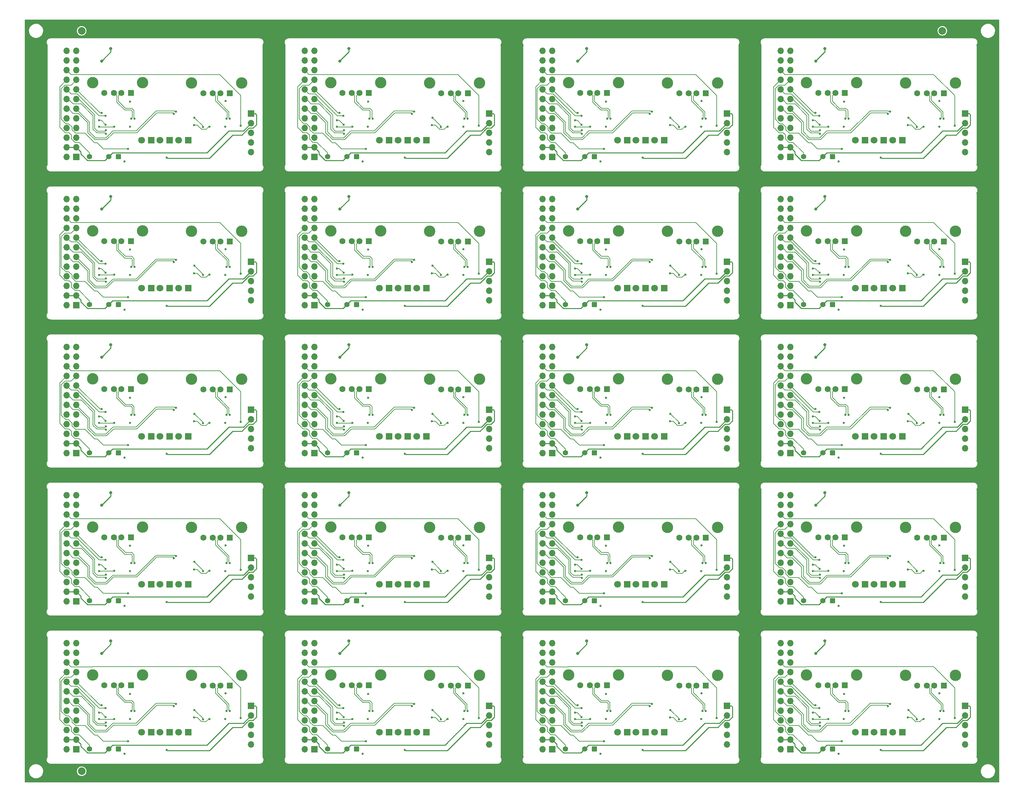
<source format=gbr>
%TF.GenerationSoftware,KiCad,Pcbnew,7.0.6+dfsg-1*%
%TF.CreationDate,2023-08-24T18:37:46+02:00*%
%TF.ProjectId,USB_panel,5553425f-7061-46e6-956c-2e6b69636164,V1.1*%
%TF.SameCoordinates,Original*%
%TF.FileFunction,Copper,L4,Bot*%
%TF.FilePolarity,Positive*%
%FSLAX46Y46*%
G04 Gerber Fmt 4.6, Leading zero omitted, Abs format (unit mm)*
G04 Created by KiCad (PCBNEW 7.0.6+dfsg-1) date 2023-08-24 18:37:46*
%MOMM*%
%LPD*%
G01*
G04 APERTURE LIST*
G04 Aperture macros list*
%AMRoundRect*
0 Rectangle with rounded corners*
0 $1 Rounding radius*
0 $2 $3 $4 $5 $6 $7 $8 $9 X,Y pos of 4 corners*
0 Add a 4 corners polygon primitive as box body*
4,1,4,$2,$3,$4,$5,$6,$7,$8,$9,$2,$3,0*
0 Add four circle primitives for the rounded corners*
1,1,$1+$1,$2,$3*
1,1,$1+$1,$4,$5*
1,1,$1+$1,$6,$7*
1,1,$1+$1,$8,$9*
0 Add four rect primitives between the rounded corners*
20,1,$1+$1,$2,$3,$4,$5,0*
20,1,$1+$1,$4,$5,$6,$7,0*
20,1,$1+$1,$6,$7,$8,$9,0*
20,1,$1+$1,$8,$9,$2,$3,0*%
G04 Aperture macros list end*
%TA.AperFunction,ComponentPad*%
%ADD10R,1.700000X1.700000*%
%TD*%
%TA.AperFunction,ComponentPad*%
%ADD11O,1.700000X1.700000*%
%TD*%
%TA.AperFunction,ComponentPad*%
%ADD12RoundRect,0.249200X0.450800X0.450800X-0.450800X0.450800X-0.450800X-0.450800X0.450800X-0.450800X0*%
%TD*%
%TA.AperFunction,ComponentPad*%
%ADD13C,1.400000*%
%TD*%
%TA.AperFunction,ComponentPad*%
%ADD14R,1.800000X1.800000*%
%TD*%
%TA.AperFunction,ComponentPad*%
%ADD15C,1.800000*%
%TD*%
%TA.AperFunction,ComponentPad*%
%ADD16R,1.600000X1.600000*%
%TD*%
%TA.AperFunction,ComponentPad*%
%ADD17C,1.600000*%
%TD*%
%TA.AperFunction,ComponentPad*%
%ADD18C,3.000000*%
%TD*%
%TA.AperFunction,SMDPad,CuDef*%
%ADD19C,2.000000*%
%TD*%
%TA.AperFunction,ViaPad*%
%ADD20C,0.600000*%
%TD*%
%TA.AperFunction,ViaPad*%
%ADD21C,0.800000*%
%TD*%
%TA.AperFunction,Conductor*%
%ADD22C,0.250000*%
%TD*%
%TA.AperFunction,Conductor*%
%ADD23C,0.200000*%
%TD*%
%TA.AperFunction,Conductor*%
%ADD24C,0.500000*%
%TD*%
G04 APERTURE END LIST*
D10*
%TO.P,J1,1,Pin_1*%
%TO.N,Board_7-USB2_FPGA_D-*%
X223027200Y-109513000D03*
D11*
%TO.P,J1,2,Pin_2*%
%TO.N,Board_7-USB2_FPGA_D+*%
X220487200Y-109513000D03*
%TO.P,J1,3,Pin_3*%
%TO.N,Board_7-+3V3*%
X223027200Y-106973000D03*
%TO.P,J1,4,Pin_4*%
X220487200Y-106973000D03*
%TO.P,J1,5,Pin_5*%
%TO.N,Board_7-GND*%
X223027200Y-104433000D03*
%TO.P,J1,6,Pin_6*%
X220487200Y-104433000D03*
%TO.P,J1,7,Pin_7*%
%TO.N,Board_7-USB1_FPGA_D-*%
X223027200Y-101893000D03*
%TO.P,J1,8,Pin_8*%
%TO.N,Board_7-USB1_FPGA_D+*%
X220487200Y-101893000D03*
%TO.P,J1,9,Pin_9*%
%TO.N,Board_7-USB1_FPGA_PULL_D-*%
X223027200Y-99353000D03*
%TO.P,J1,10,Pin_10*%
%TO.N,Board_7-USB1_FPGA_PULL_D+*%
X220487200Y-99353000D03*
%TO.P,J1,11,Pin_11*%
%TO.N,Board_7-USB2_FPGA_PULL_D-*%
X223027200Y-96813000D03*
%TO.P,J1,12,Pin_12*%
%TO.N,Board_7-USB2_FPGA_PULL_D+*%
X220487200Y-96813000D03*
%TO.P,J1,13,Pin_13*%
%TO.N,Board_7-USB2_FPGA_D-*%
X223027200Y-94273000D03*
%TO.P,J1,14,Pin_14*%
%TO.N,Board_7-USB2_FPGA_D+*%
X220487200Y-94273000D03*
%TO.P,J1,15,Pin_15*%
%TO.N,Board_7-USB1_FPGA_D-*%
X223027200Y-91733000D03*
%TO.P,J1,16,Pin_16*%
%TO.N,Board_7-USB1_FPGA_D+*%
X220487200Y-91733000D03*
%TO.P,J1,17,Pin_17*%
%TO.N,Board_7-GN26*%
X223027200Y-89193000D03*
%TO.P,J1,18,Pin_18*%
%TO.N,Board_7-GP26*%
X220487200Y-89193000D03*
%TO.P,J1,19,Pin_19*%
%TO.N,Board_7-GN27*%
X223027200Y-86653000D03*
%TO.P,J1,20,Pin_20*%
%TO.N,Board_7-GP27*%
X220487200Y-86653000D03*
%TO.P,J1,21,Pin_21*%
%TO.N,Board_7-GND*%
X223027200Y-84113000D03*
%TO.P,J1,22,Pin_22*%
X220487200Y-84113000D03*
%TO.P,J1,23,Pin_23*%
%TO.N,Board_7-+5V*%
X223027200Y-81573000D03*
%TO.P,J1,24,Pin_24*%
X220487200Y-81573000D03*
%TD*%
D12*
%TO.P,U1,1,GND*%
%TO.N,Board_7-GND*%
X234103200Y-109411000D03*
D13*
%TO.P,U1,2,Vs*%
%TO.N,Board_7-+3V3*%
X231563200Y-109411000D03*
%TO.P,U1,3,OUT*%
%TO.N,Board_7-GP26*%
X226483200Y-109411000D03*
%TD*%
D14*
%TO.P,D15,1,K*%
%TO.N,Board_16-Net-(D15-K)*%
X54859200Y-222027000D03*
D15*
%TO.P,D15,2,A*%
%TO.N,Board_16-Net-(D15-A)*%
X52319200Y-222027000D03*
%TD*%
D14*
%TO.P,D15,1,K*%
%TO.N,Board_15-Net-(D15-K)*%
X242689200Y-183039000D03*
D15*
%TO.P,D15,2,A*%
%TO.N,Board_15-Net-(D15-A)*%
X240149200Y-183039000D03*
%TD*%
D14*
%TO.P,D16,1,K*%
%TO.N,Board_14-Net-(D16-K)*%
X184979200Y-183039000D03*
D15*
%TO.P,D16,2,A*%
%TO.N,Board_14-Net-(D15-K)*%
X182439200Y-183039000D03*
%TD*%
D10*
%TO.P,J1,1,Pin_1*%
%TO.N,Board_12-USB2_FPGA_D-*%
X35197200Y-187489000D03*
D11*
%TO.P,J1,2,Pin_2*%
%TO.N,Board_12-USB2_FPGA_D+*%
X32657200Y-187489000D03*
%TO.P,J1,3,Pin_3*%
%TO.N,Board_12-+3V3*%
X35197200Y-184949000D03*
%TO.P,J1,4,Pin_4*%
X32657200Y-184949000D03*
%TO.P,J1,5,Pin_5*%
%TO.N,Board_12-GND*%
X35197200Y-182409000D03*
%TO.P,J1,6,Pin_6*%
X32657200Y-182409000D03*
%TO.P,J1,7,Pin_7*%
%TO.N,Board_12-USB1_FPGA_D-*%
X35197200Y-179869000D03*
%TO.P,J1,8,Pin_8*%
%TO.N,Board_12-USB1_FPGA_D+*%
X32657200Y-179869000D03*
%TO.P,J1,9,Pin_9*%
%TO.N,Board_12-USB1_FPGA_PULL_D-*%
X35197200Y-177329000D03*
%TO.P,J1,10,Pin_10*%
%TO.N,Board_12-USB1_FPGA_PULL_D+*%
X32657200Y-177329000D03*
%TO.P,J1,11,Pin_11*%
%TO.N,Board_12-USB2_FPGA_PULL_D-*%
X35197200Y-174789000D03*
%TO.P,J1,12,Pin_12*%
%TO.N,Board_12-USB2_FPGA_PULL_D+*%
X32657200Y-174789000D03*
%TO.P,J1,13,Pin_13*%
%TO.N,Board_12-USB2_FPGA_D-*%
X35197200Y-172249000D03*
%TO.P,J1,14,Pin_14*%
%TO.N,Board_12-USB2_FPGA_D+*%
X32657200Y-172249000D03*
%TO.P,J1,15,Pin_15*%
%TO.N,Board_12-USB1_FPGA_D-*%
X35197200Y-169709000D03*
%TO.P,J1,16,Pin_16*%
%TO.N,Board_12-USB1_FPGA_D+*%
X32657200Y-169709000D03*
%TO.P,J1,17,Pin_17*%
%TO.N,Board_12-GN26*%
X35197200Y-167169000D03*
%TO.P,J1,18,Pin_18*%
%TO.N,Board_12-GP26*%
X32657200Y-167169000D03*
%TO.P,J1,19,Pin_19*%
%TO.N,Board_12-GN27*%
X35197200Y-164629000D03*
%TO.P,J1,20,Pin_20*%
%TO.N,Board_12-GP27*%
X32657200Y-164629000D03*
%TO.P,J1,21,Pin_21*%
%TO.N,Board_12-GND*%
X35197200Y-162089000D03*
%TO.P,J1,22,Pin_22*%
X32657200Y-162089000D03*
%TO.P,J1,23,Pin_23*%
%TO.N,Board_12-+5V*%
X35197200Y-159549000D03*
%TO.P,J1,24,Pin_24*%
X32657200Y-159549000D03*
%TD*%
D14*
%TO.P,D15,1,K*%
%TO.N,Board_12-Net-(D15-K)*%
X54859200Y-183039000D03*
D15*
%TO.P,D15,2,A*%
%TO.N,Board_12-Net-(D15-A)*%
X52319200Y-183039000D03*
%TD*%
D14*
%TO.P,D16,1,K*%
%TO.N,Board_3-Net-(D16-K)*%
X247589200Y-66075000D03*
D15*
%TO.P,D16,2,A*%
%TO.N,Board_3-Net-(D15-K)*%
X245049200Y-66075000D03*
%TD*%
D14*
%TO.P,D16,1,K*%
%TO.N,Board_6-Net-(D16-K)*%
X184979200Y-105063000D03*
D15*
%TO.P,D16,2,A*%
%TO.N,Board_6-Net-(D15-K)*%
X182439200Y-105063000D03*
%TD*%
D14*
%TO.P,D17,1,K*%
%TO.N,Board_7-Net-(D17-K)*%
X252489200Y-105063000D03*
D15*
%TO.P,D17,2,A*%
%TO.N,Board_7-Net-(D16-K)*%
X249949200Y-105063000D03*
%TD*%
D14*
%TO.P,D16,1,K*%
%TO.N,Board_15-Net-(D16-K)*%
X247589200Y-183039000D03*
D15*
%TO.P,D16,2,A*%
%TO.N,Board_15-Net-(D15-K)*%
X245049200Y-183039000D03*
%TD*%
D14*
%TO.P,D15,1,K*%
%TO.N,Board_19-Net-(D15-K)*%
X242689200Y-222027000D03*
D15*
%TO.P,D15,2,A*%
%TO.N,Board_19-Net-(D15-A)*%
X240149200Y-222027000D03*
%TD*%
D14*
%TO.P,D15,1,K*%
%TO.N,Board_4-Net-(D15-K)*%
X54859200Y-105063000D03*
D15*
%TO.P,D15,2,A*%
%TO.N,Board_4-Net-(D15-A)*%
X52319200Y-105063000D03*
%TD*%
D14*
%TO.P,D16,1,K*%
%TO.N,Board_0-Net-(D16-K)*%
X59759200Y-66075000D03*
D15*
%TO.P,D16,2,A*%
%TO.N,Board_0-Net-(D15-K)*%
X57219200Y-66075000D03*
%TD*%
D12*
%TO.P,U1,1,GND*%
%TO.N,Board_14-GND*%
X171493200Y-187387000D03*
D13*
%TO.P,U1,2,Vs*%
%TO.N,Board_14-+3V3*%
X168953200Y-187387000D03*
%TO.P,U1,3,OUT*%
%TO.N,Board_14-GP26*%
X163873200Y-187387000D03*
%TD*%
D10*
%TO.P,J2,1,Pin_1*%
%TO.N,Board_4-+5V*%
X81171200Y-98083000D03*
D11*
%TO.P,J2,2,Pin_2*%
%TO.N,Board_4-+3V3*%
X81171200Y-100623000D03*
%TO.P,J2,3,Pin_3*%
%TO.N,Board_4-GN27*%
X81171200Y-103163000D03*
%TO.P,J2,4,Pin_4*%
%TO.N,Board_4-GP27*%
X81171200Y-105703000D03*
%TO.P,J2,5,Pin_5*%
%TO.N,Board_4-GND*%
X81171200Y-108243000D03*
%TD*%
D16*
%TO.P,US4,1,VBUS*%
%TO.N,Board_14-+5V*%
X200803200Y-170725000D03*
D17*
%TO.P,US4,2,D-*%
%TO.N,Board_14-/FPD2-*%
X198303200Y-170725000D03*
%TO.P,US4,3,D+*%
%TO.N,Board_14-/FPD2+*%
X196303200Y-170725000D03*
%TO.P,US4,4,GND*%
%TO.N,Board_14-GND*%
X193803200Y-170725000D03*
D18*
%TO.P,US4,5,Shield*%
X203873200Y-168015000D03*
X190733200Y-168015000D03*
%TD*%
D14*
%TO.P,D16,1,K*%
%TO.N,Board_11-Net-(D16-K)*%
X247589200Y-144051000D03*
D15*
%TO.P,D16,2,A*%
%TO.N,Board_11-Net-(D15-K)*%
X245049200Y-144051000D03*
%TD*%
D16*
%TO.P,US3,1,VBUS*%
%TO.N,Board_19-+5V*%
X237389200Y-209627000D03*
D17*
%TO.P,US3,2,D-*%
%TO.N,Board_19-/FPD1-*%
X234889200Y-209627000D03*
%TO.P,US3,3,D+*%
%TO.N,Board_19-/FPD1+*%
X232889200Y-209627000D03*
%TO.P,US3,4,GND*%
%TO.N,Board_19-GND*%
X230389200Y-209627000D03*
D18*
%TO.P,US3,5,Shield*%
X240459200Y-206917000D03*
X227319200Y-206917000D03*
%TD*%
D14*
%TO.P,D17,1,K*%
%TO.N,Board_13-Net-(D17-K)*%
X127269200Y-183039000D03*
D15*
%TO.P,D17,2,A*%
%TO.N,Board_13-Net-(D16-K)*%
X124729200Y-183039000D03*
%TD*%
D14*
%TO.P,D16,1,K*%
%TO.N,Board_1-Net-(D16-K)*%
X122369200Y-66075000D03*
D15*
%TO.P,D16,2,A*%
%TO.N,Board_1-Net-(D15-K)*%
X119829200Y-66075000D03*
%TD*%
D14*
%TO.P,D15,1,K*%
%TO.N,Board_1-Net-(D15-K)*%
X117469200Y-66075000D03*
D15*
%TO.P,D15,2,A*%
%TO.N,Board_1-Net-(D15-A)*%
X114929200Y-66075000D03*
%TD*%
D10*
%TO.P,J2,1,Pin_1*%
%TO.N,Board_10-+5V*%
X206391200Y-137071000D03*
D11*
%TO.P,J2,2,Pin_2*%
%TO.N,Board_10-+3V3*%
X206391200Y-139611000D03*
%TO.P,J2,3,Pin_3*%
%TO.N,Board_10-GN27*%
X206391200Y-142151000D03*
%TO.P,J2,4,Pin_4*%
%TO.N,Board_10-GP27*%
X206391200Y-144691000D03*
%TO.P,J2,5,Pin_5*%
%TO.N,Board_10-GND*%
X206391200Y-147231000D03*
%TD*%
D12*
%TO.P,U1,1,GND*%
%TO.N,Board_6-GND*%
X171493200Y-109411000D03*
D13*
%TO.P,U1,2,Vs*%
%TO.N,Board_6-+3V3*%
X168953200Y-109411000D03*
%TO.P,U1,3,OUT*%
%TO.N,Board_6-GP26*%
X163873200Y-109411000D03*
%TD*%
D16*
%TO.P,US3,1,VBUS*%
%TO.N,Board_13-+5V*%
X112169200Y-170639000D03*
D17*
%TO.P,US3,2,D-*%
%TO.N,Board_13-/FPD1-*%
X109669200Y-170639000D03*
%TO.P,US3,3,D+*%
%TO.N,Board_13-/FPD1+*%
X107669200Y-170639000D03*
%TO.P,US3,4,GND*%
%TO.N,Board_13-GND*%
X105169200Y-170639000D03*
D18*
%TO.P,US3,5,Shield*%
X115239200Y-167929000D03*
X102099200Y-167929000D03*
%TD*%
D10*
%TO.P,J2,1,Pin_1*%
%TO.N,Board_1-+5V*%
X143781200Y-59095000D03*
D11*
%TO.P,J2,2,Pin_2*%
%TO.N,Board_1-+3V3*%
X143781200Y-61635000D03*
%TO.P,J2,3,Pin_3*%
%TO.N,Board_1-GN27*%
X143781200Y-64175000D03*
%TO.P,J2,4,Pin_4*%
%TO.N,Board_1-GP27*%
X143781200Y-66715000D03*
%TO.P,J2,5,Pin_5*%
%TO.N,Board_1-GND*%
X143781200Y-69255000D03*
%TD*%
D14*
%TO.P,D17,1,K*%
%TO.N,Board_18-Net-(D17-K)*%
X189879200Y-222027000D03*
D15*
%TO.P,D17,2,A*%
%TO.N,Board_18-Net-(D16-K)*%
X187339200Y-222027000D03*
%TD*%
D10*
%TO.P,J2,1,Pin_1*%
%TO.N,Board_19-+5V*%
X269001200Y-215047000D03*
D11*
%TO.P,J2,2,Pin_2*%
%TO.N,Board_19-+3V3*%
X269001200Y-217587000D03*
%TO.P,J2,3,Pin_3*%
%TO.N,Board_19-GN27*%
X269001200Y-220127000D03*
%TO.P,J2,4,Pin_4*%
%TO.N,Board_19-GP27*%
X269001200Y-222667000D03*
%TO.P,J2,5,Pin_5*%
%TO.N,Board_19-GND*%
X269001200Y-225207000D03*
%TD*%
D12*
%TO.P,U1,1,GND*%
%TO.N,Board_9-GND*%
X108883200Y-148399000D03*
D13*
%TO.P,U1,2,Vs*%
%TO.N,Board_9-+3V3*%
X106343200Y-148399000D03*
%TO.P,U1,3,OUT*%
%TO.N,Board_9-GP26*%
X101263200Y-148399000D03*
%TD*%
D14*
%TO.P,D17,1,K*%
%TO.N,Board_17-Net-(D17-K)*%
X127269200Y-222027000D03*
D15*
%TO.P,D17,2,A*%
%TO.N,Board_17-Net-(D16-K)*%
X124729200Y-222027000D03*
%TD*%
D16*
%TO.P,US3,1,VBUS*%
%TO.N,Board_14-+5V*%
X174779200Y-170639000D03*
D17*
%TO.P,US3,2,D-*%
%TO.N,Board_14-/FPD1-*%
X172279200Y-170639000D03*
%TO.P,US3,3,D+*%
%TO.N,Board_14-/FPD1+*%
X170279200Y-170639000D03*
%TO.P,US3,4,GND*%
%TO.N,Board_14-GND*%
X167779200Y-170639000D03*
D18*
%TO.P,US3,5,Shield*%
X177849200Y-167929000D03*
X164709200Y-167929000D03*
%TD*%
D16*
%TO.P,US4,1,VBUS*%
%TO.N,Board_15-+5V*%
X263413200Y-170725000D03*
D17*
%TO.P,US4,2,D-*%
%TO.N,Board_15-/FPD2-*%
X260913200Y-170725000D03*
%TO.P,US4,3,D+*%
%TO.N,Board_15-/FPD2+*%
X258913200Y-170725000D03*
%TO.P,US4,4,GND*%
%TO.N,Board_15-GND*%
X256413200Y-170725000D03*
D18*
%TO.P,US4,5,Shield*%
X266483200Y-168015000D03*
X253343200Y-168015000D03*
%TD*%
D12*
%TO.P,U1,1,GND*%
%TO.N,Board_5-GND*%
X108883200Y-109411000D03*
D13*
%TO.P,U1,2,Vs*%
%TO.N,Board_5-+3V3*%
X106343200Y-109411000D03*
%TO.P,U1,3,OUT*%
%TO.N,Board_5-GP26*%
X101263200Y-109411000D03*
%TD*%
D12*
%TO.P,U1,1,GND*%
%TO.N,Board_0-GND*%
X46273200Y-70423000D03*
D13*
%TO.P,U1,2,Vs*%
%TO.N,Board_0-+3V3*%
X43733200Y-70423000D03*
%TO.P,U1,3,OUT*%
%TO.N,Board_0-GP26*%
X38653200Y-70423000D03*
%TD*%
D10*
%TO.P,J1,1,Pin_1*%
%TO.N,Board_17-USB2_FPGA_D-*%
X97807200Y-226477000D03*
D11*
%TO.P,J1,2,Pin_2*%
%TO.N,Board_17-USB2_FPGA_D+*%
X95267200Y-226477000D03*
%TO.P,J1,3,Pin_3*%
%TO.N,Board_17-+3V3*%
X97807200Y-223937000D03*
%TO.P,J1,4,Pin_4*%
X95267200Y-223937000D03*
%TO.P,J1,5,Pin_5*%
%TO.N,Board_17-GND*%
X97807200Y-221397000D03*
%TO.P,J1,6,Pin_6*%
X95267200Y-221397000D03*
%TO.P,J1,7,Pin_7*%
%TO.N,Board_17-USB1_FPGA_D-*%
X97807200Y-218857000D03*
%TO.P,J1,8,Pin_8*%
%TO.N,Board_17-USB1_FPGA_D+*%
X95267200Y-218857000D03*
%TO.P,J1,9,Pin_9*%
%TO.N,Board_17-USB1_FPGA_PULL_D-*%
X97807200Y-216317000D03*
%TO.P,J1,10,Pin_10*%
%TO.N,Board_17-USB1_FPGA_PULL_D+*%
X95267200Y-216317000D03*
%TO.P,J1,11,Pin_11*%
%TO.N,Board_17-USB2_FPGA_PULL_D-*%
X97807200Y-213777000D03*
%TO.P,J1,12,Pin_12*%
%TO.N,Board_17-USB2_FPGA_PULL_D+*%
X95267200Y-213777000D03*
%TO.P,J1,13,Pin_13*%
%TO.N,Board_17-USB2_FPGA_D-*%
X97807200Y-211237000D03*
%TO.P,J1,14,Pin_14*%
%TO.N,Board_17-USB2_FPGA_D+*%
X95267200Y-211237000D03*
%TO.P,J1,15,Pin_15*%
%TO.N,Board_17-USB1_FPGA_D-*%
X97807200Y-208697000D03*
%TO.P,J1,16,Pin_16*%
%TO.N,Board_17-USB1_FPGA_D+*%
X95267200Y-208697000D03*
%TO.P,J1,17,Pin_17*%
%TO.N,Board_17-GN26*%
X97807200Y-206157000D03*
%TO.P,J1,18,Pin_18*%
%TO.N,Board_17-GP26*%
X95267200Y-206157000D03*
%TO.P,J1,19,Pin_19*%
%TO.N,Board_17-GN27*%
X97807200Y-203617000D03*
%TO.P,J1,20,Pin_20*%
%TO.N,Board_17-GP27*%
X95267200Y-203617000D03*
%TO.P,J1,21,Pin_21*%
%TO.N,Board_17-GND*%
X97807200Y-201077000D03*
%TO.P,J1,22,Pin_22*%
X95267200Y-201077000D03*
%TO.P,J1,23,Pin_23*%
%TO.N,Board_17-+5V*%
X97807200Y-198537000D03*
%TO.P,J1,24,Pin_24*%
X95267200Y-198537000D03*
%TD*%
D16*
%TO.P,US4,1,VBUS*%
%TO.N,Board_5-+5V*%
X138193200Y-92749000D03*
D17*
%TO.P,US4,2,D-*%
%TO.N,Board_5-/FPD2-*%
X135693200Y-92749000D03*
%TO.P,US4,3,D+*%
%TO.N,Board_5-/FPD2+*%
X133693200Y-92749000D03*
%TO.P,US4,4,GND*%
%TO.N,Board_5-GND*%
X131193200Y-92749000D03*
D18*
%TO.P,US4,5,Shield*%
X141263200Y-90039000D03*
X128123200Y-90039000D03*
%TD*%
D10*
%TO.P,J1,1,Pin_1*%
%TO.N,Board_11-USB2_FPGA_D-*%
X223027200Y-148501000D03*
D11*
%TO.P,J1,2,Pin_2*%
%TO.N,Board_11-USB2_FPGA_D+*%
X220487200Y-148501000D03*
%TO.P,J1,3,Pin_3*%
%TO.N,Board_11-+3V3*%
X223027200Y-145961000D03*
%TO.P,J1,4,Pin_4*%
X220487200Y-145961000D03*
%TO.P,J1,5,Pin_5*%
%TO.N,Board_11-GND*%
X223027200Y-143421000D03*
%TO.P,J1,6,Pin_6*%
X220487200Y-143421000D03*
%TO.P,J1,7,Pin_7*%
%TO.N,Board_11-USB1_FPGA_D-*%
X223027200Y-140881000D03*
%TO.P,J1,8,Pin_8*%
%TO.N,Board_11-USB1_FPGA_D+*%
X220487200Y-140881000D03*
%TO.P,J1,9,Pin_9*%
%TO.N,Board_11-USB1_FPGA_PULL_D-*%
X223027200Y-138341000D03*
%TO.P,J1,10,Pin_10*%
%TO.N,Board_11-USB1_FPGA_PULL_D+*%
X220487200Y-138341000D03*
%TO.P,J1,11,Pin_11*%
%TO.N,Board_11-USB2_FPGA_PULL_D-*%
X223027200Y-135801000D03*
%TO.P,J1,12,Pin_12*%
%TO.N,Board_11-USB2_FPGA_PULL_D+*%
X220487200Y-135801000D03*
%TO.P,J1,13,Pin_13*%
%TO.N,Board_11-USB2_FPGA_D-*%
X223027200Y-133261000D03*
%TO.P,J1,14,Pin_14*%
%TO.N,Board_11-USB2_FPGA_D+*%
X220487200Y-133261000D03*
%TO.P,J1,15,Pin_15*%
%TO.N,Board_11-USB1_FPGA_D-*%
X223027200Y-130721000D03*
%TO.P,J1,16,Pin_16*%
%TO.N,Board_11-USB1_FPGA_D+*%
X220487200Y-130721000D03*
%TO.P,J1,17,Pin_17*%
%TO.N,Board_11-GN26*%
X223027200Y-128181000D03*
%TO.P,J1,18,Pin_18*%
%TO.N,Board_11-GP26*%
X220487200Y-128181000D03*
%TO.P,J1,19,Pin_19*%
%TO.N,Board_11-GN27*%
X223027200Y-125641000D03*
%TO.P,J1,20,Pin_20*%
%TO.N,Board_11-GP27*%
X220487200Y-125641000D03*
%TO.P,J1,21,Pin_21*%
%TO.N,Board_11-GND*%
X223027200Y-123101000D03*
%TO.P,J1,22,Pin_22*%
X220487200Y-123101000D03*
%TO.P,J1,23,Pin_23*%
%TO.N,Board_11-+5V*%
X223027200Y-120561000D03*
%TO.P,J1,24,Pin_24*%
X220487200Y-120561000D03*
%TD*%
D14*
%TO.P,D15,1,K*%
%TO.N,Board_18-Net-(D15-K)*%
X180079200Y-222027000D03*
D15*
%TO.P,D15,2,A*%
%TO.N,Board_18-Net-(D15-A)*%
X177539200Y-222027000D03*
%TD*%
D14*
%TO.P,D15,1,K*%
%TO.N,Board_2-Net-(D15-K)*%
X180079200Y-66075000D03*
D15*
%TO.P,D15,2,A*%
%TO.N,Board_2-Net-(D15-A)*%
X177539200Y-66075000D03*
%TD*%
D12*
%TO.P,U1,1,GND*%
%TO.N,Board_1-GND*%
X108883200Y-70423000D03*
D13*
%TO.P,U1,2,Vs*%
%TO.N,Board_1-+3V3*%
X106343200Y-70423000D03*
%TO.P,U1,3,OUT*%
%TO.N,Board_1-GP26*%
X101263200Y-70423000D03*
%TD*%
D16*
%TO.P,US4,1,VBUS*%
%TO.N,Board_0-+5V*%
X75583200Y-53761000D03*
D17*
%TO.P,US4,2,D-*%
%TO.N,Board_0-/FPD2-*%
X73083200Y-53761000D03*
%TO.P,US4,3,D+*%
%TO.N,Board_0-/FPD2+*%
X71083200Y-53761000D03*
%TO.P,US4,4,GND*%
%TO.N,Board_0-GND*%
X68583200Y-53761000D03*
D18*
%TO.P,US4,5,Shield*%
X78653200Y-51051000D03*
X65513200Y-51051000D03*
%TD*%
D10*
%TO.P,J1,1,Pin_1*%
%TO.N,Board_1-USB2_FPGA_D-*%
X97807200Y-70525000D03*
D11*
%TO.P,J1,2,Pin_2*%
%TO.N,Board_1-USB2_FPGA_D+*%
X95267200Y-70525000D03*
%TO.P,J1,3,Pin_3*%
%TO.N,Board_1-+3V3*%
X97807200Y-67985000D03*
%TO.P,J1,4,Pin_4*%
X95267200Y-67985000D03*
%TO.P,J1,5,Pin_5*%
%TO.N,Board_1-GND*%
X97807200Y-65445000D03*
%TO.P,J1,6,Pin_6*%
X95267200Y-65445000D03*
%TO.P,J1,7,Pin_7*%
%TO.N,Board_1-USB1_FPGA_D-*%
X97807200Y-62905000D03*
%TO.P,J1,8,Pin_8*%
%TO.N,Board_1-USB1_FPGA_D+*%
X95267200Y-62905000D03*
%TO.P,J1,9,Pin_9*%
%TO.N,Board_1-USB1_FPGA_PULL_D-*%
X97807200Y-60365000D03*
%TO.P,J1,10,Pin_10*%
%TO.N,Board_1-USB1_FPGA_PULL_D+*%
X95267200Y-60365000D03*
%TO.P,J1,11,Pin_11*%
%TO.N,Board_1-USB2_FPGA_PULL_D-*%
X97807200Y-57825000D03*
%TO.P,J1,12,Pin_12*%
%TO.N,Board_1-USB2_FPGA_PULL_D+*%
X95267200Y-57825000D03*
%TO.P,J1,13,Pin_13*%
%TO.N,Board_1-USB2_FPGA_D-*%
X97807200Y-55285000D03*
%TO.P,J1,14,Pin_14*%
%TO.N,Board_1-USB2_FPGA_D+*%
X95267200Y-55285000D03*
%TO.P,J1,15,Pin_15*%
%TO.N,Board_1-USB1_FPGA_D-*%
X97807200Y-52745000D03*
%TO.P,J1,16,Pin_16*%
%TO.N,Board_1-USB1_FPGA_D+*%
X95267200Y-52745000D03*
%TO.P,J1,17,Pin_17*%
%TO.N,Board_1-GN26*%
X97807200Y-50205000D03*
%TO.P,J1,18,Pin_18*%
%TO.N,Board_1-GP26*%
X95267200Y-50205000D03*
%TO.P,J1,19,Pin_19*%
%TO.N,Board_1-GN27*%
X97807200Y-47665000D03*
%TO.P,J1,20,Pin_20*%
%TO.N,Board_1-GP27*%
X95267200Y-47665000D03*
%TO.P,J1,21,Pin_21*%
%TO.N,Board_1-GND*%
X97807200Y-45125000D03*
%TO.P,J1,22,Pin_22*%
X95267200Y-45125000D03*
%TO.P,J1,23,Pin_23*%
%TO.N,Board_1-+5V*%
X97807200Y-42585000D03*
%TO.P,J1,24,Pin_24*%
X95267200Y-42585000D03*
%TD*%
D12*
%TO.P,U1,1,GND*%
%TO.N,Board_11-GND*%
X234103200Y-148399000D03*
D13*
%TO.P,U1,2,Vs*%
%TO.N,Board_11-+3V3*%
X231563200Y-148399000D03*
%TO.P,U1,3,OUT*%
%TO.N,Board_11-GP26*%
X226483200Y-148399000D03*
%TD*%
D14*
%TO.P,D16,1,K*%
%TO.N,Board_5-Net-(D16-K)*%
X122369200Y-105063000D03*
D15*
%TO.P,D16,2,A*%
%TO.N,Board_5-Net-(D15-K)*%
X119829200Y-105063000D03*
%TD*%
D10*
%TO.P,J1,1,Pin_1*%
%TO.N,Board_13-USB2_FPGA_D-*%
X97807200Y-187489000D03*
D11*
%TO.P,J1,2,Pin_2*%
%TO.N,Board_13-USB2_FPGA_D+*%
X95267200Y-187489000D03*
%TO.P,J1,3,Pin_3*%
%TO.N,Board_13-+3V3*%
X97807200Y-184949000D03*
%TO.P,J1,4,Pin_4*%
X95267200Y-184949000D03*
%TO.P,J1,5,Pin_5*%
%TO.N,Board_13-GND*%
X97807200Y-182409000D03*
%TO.P,J1,6,Pin_6*%
X95267200Y-182409000D03*
%TO.P,J1,7,Pin_7*%
%TO.N,Board_13-USB1_FPGA_D-*%
X97807200Y-179869000D03*
%TO.P,J1,8,Pin_8*%
%TO.N,Board_13-USB1_FPGA_D+*%
X95267200Y-179869000D03*
%TO.P,J1,9,Pin_9*%
%TO.N,Board_13-USB1_FPGA_PULL_D-*%
X97807200Y-177329000D03*
%TO.P,J1,10,Pin_10*%
%TO.N,Board_13-USB1_FPGA_PULL_D+*%
X95267200Y-177329000D03*
%TO.P,J1,11,Pin_11*%
%TO.N,Board_13-USB2_FPGA_PULL_D-*%
X97807200Y-174789000D03*
%TO.P,J1,12,Pin_12*%
%TO.N,Board_13-USB2_FPGA_PULL_D+*%
X95267200Y-174789000D03*
%TO.P,J1,13,Pin_13*%
%TO.N,Board_13-USB2_FPGA_D-*%
X97807200Y-172249000D03*
%TO.P,J1,14,Pin_14*%
%TO.N,Board_13-USB2_FPGA_D+*%
X95267200Y-172249000D03*
%TO.P,J1,15,Pin_15*%
%TO.N,Board_13-USB1_FPGA_D-*%
X97807200Y-169709000D03*
%TO.P,J1,16,Pin_16*%
%TO.N,Board_13-USB1_FPGA_D+*%
X95267200Y-169709000D03*
%TO.P,J1,17,Pin_17*%
%TO.N,Board_13-GN26*%
X97807200Y-167169000D03*
%TO.P,J1,18,Pin_18*%
%TO.N,Board_13-GP26*%
X95267200Y-167169000D03*
%TO.P,J1,19,Pin_19*%
%TO.N,Board_13-GN27*%
X97807200Y-164629000D03*
%TO.P,J1,20,Pin_20*%
%TO.N,Board_13-GP27*%
X95267200Y-164629000D03*
%TO.P,J1,21,Pin_21*%
%TO.N,Board_13-GND*%
X97807200Y-162089000D03*
%TO.P,J1,22,Pin_22*%
X95267200Y-162089000D03*
%TO.P,J1,23,Pin_23*%
%TO.N,Board_13-+5V*%
X97807200Y-159549000D03*
%TO.P,J1,24,Pin_24*%
X95267200Y-159549000D03*
%TD*%
D16*
%TO.P,US4,1,VBUS*%
%TO.N,Board_9-+5V*%
X138193200Y-131737000D03*
D17*
%TO.P,US4,2,D-*%
%TO.N,Board_9-/FPD2-*%
X135693200Y-131737000D03*
%TO.P,US4,3,D+*%
%TO.N,Board_9-/FPD2+*%
X133693200Y-131737000D03*
%TO.P,US4,4,GND*%
%TO.N,Board_9-GND*%
X131193200Y-131737000D03*
D18*
%TO.P,US4,5,Shield*%
X141263200Y-129027000D03*
X128123200Y-129027000D03*
%TD*%
D16*
%TO.P,US4,1,VBUS*%
%TO.N,Board_2-+5V*%
X200803200Y-53761000D03*
D17*
%TO.P,US4,2,D-*%
%TO.N,Board_2-/FPD2-*%
X198303200Y-53761000D03*
%TO.P,US4,3,D+*%
%TO.N,Board_2-/FPD2+*%
X196303200Y-53761000D03*
%TO.P,US4,4,GND*%
%TO.N,Board_2-GND*%
X193803200Y-53761000D03*
D18*
%TO.P,US4,5,Shield*%
X203873200Y-51051000D03*
X190733200Y-51051000D03*
%TD*%
D14*
%TO.P,D15,1,K*%
%TO.N,Board_5-Net-(D15-K)*%
X117469200Y-105063000D03*
D15*
%TO.P,D15,2,A*%
%TO.N,Board_5-Net-(D15-A)*%
X114929200Y-105063000D03*
%TD*%
D16*
%TO.P,US4,1,VBUS*%
%TO.N,Board_16-+5V*%
X75583200Y-209713000D03*
D17*
%TO.P,US4,2,D-*%
%TO.N,Board_16-/FPD2-*%
X73083200Y-209713000D03*
%TO.P,US4,3,D+*%
%TO.N,Board_16-/FPD2+*%
X71083200Y-209713000D03*
%TO.P,US4,4,GND*%
%TO.N,Board_16-GND*%
X68583200Y-209713000D03*
D18*
%TO.P,US4,5,Shield*%
X78653200Y-207003000D03*
X65513200Y-207003000D03*
%TD*%
D14*
%TO.P,D17,1,K*%
%TO.N,Board_5-Net-(D17-K)*%
X127269200Y-105063000D03*
D15*
%TO.P,D17,2,A*%
%TO.N,Board_5-Net-(D16-K)*%
X124729200Y-105063000D03*
%TD*%
D14*
%TO.P,D17,1,K*%
%TO.N,Board_10-Net-(D17-K)*%
X189879200Y-144051000D03*
D15*
%TO.P,D17,2,A*%
%TO.N,Board_10-Net-(D16-K)*%
X187339200Y-144051000D03*
%TD*%
D16*
%TO.P,US4,1,VBUS*%
%TO.N,Board_11-+5V*%
X263413200Y-131737000D03*
D17*
%TO.P,US4,2,D-*%
%TO.N,Board_11-/FPD2-*%
X260913200Y-131737000D03*
%TO.P,US4,3,D+*%
%TO.N,Board_11-/FPD2+*%
X258913200Y-131737000D03*
%TO.P,US4,4,GND*%
%TO.N,Board_11-GND*%
X256413200Y-131737000D03*
D18*
%TO.P,US4,5,Shield*%
X266483200Y-129027000D03*
X253343200Y-129027000D03*
%TD*%
D10*
%TO.P,J2,1,Pin_1*%
%TO.N,Board_8-+5V*%
X81171200Y-137071000D03*
D11*
%TO.P,J2,2,Pin_2*%
%TO.N,Board_8-+3V3*%
X81171200Y-139611000D03*
%TO.P,J2,3,Pin_3*%
%TO.N,Board_8-GN27*%
X81171200Y-142151000D03*
%TO.P,J2,4,Pin_4*%
%TO.N,Board_8-GP27*%
X81171200Y-144691000D03*
%TO.P,J2,5,Pin_5*%
%TO.N,Board_8-GND*%
X81171200Y-147231000D03*
%TD*%
D14*
%TO.P,D16,1,K*%
%TO.N,Board_10-Net-(D16-K)*%
X184979200Y-144051000D03*
D15*
%TO.P,D16,2,A*%
%TO.N,Board_10-Net-(D15-K)*%
X182439200Y-144051000D03*
%TD*%
D14*
%TO.P,D15,1,K*%
%TO.N,Board_3-Net-(D15-K)*%
X242689200Y-66075000D03*
D15*
%TO.P,D15,2,A*%
%TO.N,Board_3-Net-(D15-A)*%
X240149200Y-66075000D03*
%TD*%
D16*
%TO.P,US3,1,VBUS*%
%TO.N,Board_6-+5V*%
X174779200Y-92663000D03*
D17*
%TO.P,US3,2,D-*%
%TO.N,Board_6-/FPD1-*%
X172279200Y-92663000D03*
%TO.P,US3,3,D+*%
%TO.N,Board_6-/FPD1+*%
X170279200Y-92663000D03*
%TO.P,US3,4,GND*%
%TO.N,Board_6-GND*%
X167779200Y-92663000D03*
D18*
%TO.P,US3,5,Shield*%
X177849200Y-89953000D03*
X164709200Y-89953000D03*
%TD*%
D10*
%TO.P,J1,1,Pin_1*%
%TO.N,Board_18-USB2_FPGA_D-*%
X160417200Y-226477000D03*
D11*
%TO.P,J1,2,Pin_2*%
%TO.N,Board_18-USB2_FPGA_D+*%
X157877200Y-226477000D03*
%TO.P,J1,3,Pin_3*%
%TO.N,Board_18-+3V3*%
X160417200Y-223937000D03*
%TO.P,J1,4,Pin_4*%
X157877200Y-223937000D03*
%TO.P,J1,5,Pin_5*%
%TO.N,Board_18-GND*%
X160417200Y-221397000D03*
%TO.P,J1,6,Pin_6*%
X157877200Y-221397000D03*
%TO.P,J1,7,Pin_7*%
%TO.N,Board_18-USB1_FPGA_D-*%
X160417200Y-218857000D03*
%TO.P,J1,8,Pin_8*%
%TO.N,Board_18-USB1_FPGA_D+*%
X157877200Y-218857000D03*
%TO.P,J1,9,Pin_9*%
%TO.N,Board_18-USB1_FPGA_PULL_D-*%
X160417200Y-216317000D03*
%TO.P,J1,10,Pin_10*%
%TO.N,Board_18-USB1_FPGA_PULL_D+*%
X157877200Y-216317000D03*
%TO.P,J1,11,Pin_11*%
%TO.N,Board_18-USB2_FPGA_PULL_D-*%
X160417200Y-213777000D03*
%TO.P,J1,12,Pin_12*%
%TO.N,Board_18-USB2_FPGA_PULL_D+*%
X157877200Y-213777000D03*
%TO.P,J1,13,Pin_13*%
%TO.N,Board_18-USB2_FPGA_D-*%
X160417200Y-211237000D03*
%TO.P,J1,14,Pin_14*%
%TO.N,Board_18-USB2_FPGA_D+*%
X157877200Y-211237000D03*
%TO.P,J1,15,Pin_15*%
%TO.N,Board_18-USB1_FPGA_D-*%
X160417200Y-208697000D03*
%TO.P,J1,16,Pin_16*%
%TO.N,Board_18-USB1_FPGA_D+*%
X157877200Y-208697000D03*
%TO.P,J1,17,Pin_17*%
%TO.N,Board_18-GN26*%
X160417200Y-206157000D03*
%TO.P,J1,18,Pin_18*%
%TO.N,Board_18-GP26*%
X157877200Y-206157000D03*
%TO.P,J1,19,Pin_19*%
%TO.N,Board_18-GN27*%
X160417200Y-203617000D03*
%TO.P,J1,20,Pin_20*%
%TO.N,Board_18-GP27*%
X157877200Y-203617000D03*
%TO.P,J1,21,Pin_21*%
%TO.N,Board_18-GND*%
X160417200Y-201077000D03*
%TO.P,J1,22,Pin_22*%
X157877200Y-201077000D03*
%TO.P,J1,23,Pin_23*%
%TO.N,Board_18-+5V*%
X160417200Y-198537000D03*
%TO.P,J1,24,Pin_24*%
X157877200Y-198537000D03*
%TD*%
D12*
%TO.P,U1,1,GND*%
%TO.N,Board_12-GND*%
X46273200Y-187387000D03*
D13*
%TO.P,U1,2,Vs*%
%TO.N,Board_12-+3V3*%
X43733200Y-187387000D03*
%TO.P,U1,3,OUT*%
%TO.N,Board_12-GP26*%
X38653200Y-187387000D03*
%TD*%
D14*
%TO.P,D16,1,K*%
%TO.N,Board_18-Net-(D16-K)*%
X184979200Y-222027000D03*
D15*
%TO.P,D16,2,A*%
%TO.N,Board_18-Net-(D15-K)*%
X182439200Y-222027000D03*
%TD*%
D12*
%TO.P,U1,1,GND*%
%TO.N,Board_18-GND*%
X171493200Y-226375000D03*
D13*
%TO.P,U1,2,Vs*%
%TO.N,Board_18-+3V3*%
X168953200Y-226375000D03*
%TO.P,U1,3,OUT*%
%TO.N,Board_18-GP26*%
X163873200Y-226375000D03*
%TD*%
D14*
%TO.P,D16,1,K*%
%TO.N,Board_4-Net-(D16-K)*%
X59759200Y-105063000D03*
D15*
%TO.P,D16,2,A*%
%TO.N,Board_4-Net-(D15-K)*%
X57219200Y-105063000D03*
%TD*%
D10*
%TO.P,J2,1,Pin_1*%
%TO.N,Board_6-+5V*%
X206391200Y-98083000D03*
D11*
%TO.P,J2,2,Pin_2*%
%TO.N,Board_6-+3V3*%
X206391200Y-100623000D03*
%TO.P,J2,3,Pin_3*%
%TO.N,Board_6-GN27*%
X206391200Y-103163000D03*
%TO.P,J2,4,Pin_4*%
%TO.N,Board_6-GP27*%
X206391200Y-105703000D03*
%TO.P,J2,5,Pin_5*%
%TO.N,Board_6-GND*%
X206391200Y-108243000D03*
%TD*%
D16*
%TO.P,US4,1,VBUS*%
%TO.N,Board_13-+5V*%
X138193200Y-170725000D03*
D17*
%TO.P,US4,2,D-*%
%TO.N,Board_13-/FPD2-*%
X135693200Y-170725000D03*
%TO.P,US4,3,D+*%
%TO.N,Board_13-/FPD2+*%
X133693200Y-170725000D03*
%TO.P,US4,4,GND*%
%TO.N,Board_13-GND*%
X131193200Y-170725000D03*
D18*
%TO.P,US4,5,Shield*%
X141263200Y-168015000D03*
X128123200Y-168015000D03*
%TD*%
D14*
%TO.P,D17,1,K*%
%TO.N,Board_12-Net-(D17-K)*%
X64659200Y-183039000D03*
D15*
%TO.P,D17,2,A*%
%TO.N,Board_12-Net-(D16-K)*%
X62119200Y-183039000D03*
%TD*%
D10*
%TO.P,J1,1,Pin_1*%
%TO.N,Board_0-USB2_FPGA_D-*%
X35197200Y-70525000D03*
D11*
%TO.P,J1,2,Pin_2*%
%TO.N,Board_0-USB2_FPGA_D+*%
X32657200Y-70525000D03*
%TO.P,J1,3,Pin_3*%
%TO.N,Board_0-+3V3*%
X35197200Y-67985000D03*
%TO.P,J1,4,Pin_4*%
X32657200Y-67985000D03*
%TO.P,J1,5,Pin_5*%
%TO.N,Board_0-GND*%
X35197200Y-65445000D03*
%TO.P,J1,6,Pin_6*%
X32657200Y-65445000D03*
%TO.P,J1,7,Pin_7*%
%TO.N,Board_0-USB1_FPGA_D-*%
X35197200Y-62905000D03*
%TO.P,J1,8,Pin_8*%
%TO.N,Board_0-USB1_FPGA_D+*%
X32657200Y-62905000D03*
%TO.P,J1,9,Pin_9*%
%TO.N,Board_0-USB1_FPGA_PULL_D-*%
X35197200Y-60365000D03*
%TO.P,J1,10,Pin_10*%
%TO.N,Board_0-USB1_FPGA_PULL_D+*%
X32657200Y-60365000D03*
%TO.P,J1,11,Pin_11*%
%TO.N,Board_0-USB2_FPGA_PULL_D-*%
X35197200Y-57825000D03*
%TO.P,J1,12,Pin_12*%
%TO.N,Board_0-USB2_FPGA_PULL_D+*%
X32657200Y-57825000D03*
%TO.P,J1,13,Pin_13*%
%TO.N,Board_0-USB2_FPGA_D-*%
X35197200Y-55285000D03*
%TO.P,J1,14,Pin_14*%
%TO.N,Board_0-USB2_FPGA_D+*%
X32657200Y-55285000D03*
%TO.P,J1,15,Pin_15*%
%TO.N,Board_0-USB1_FPGA_D-*%
X35197200Y-52745000D03*
%TO.P,J1,16,Pin_16*%
%TO.N,Board_0-USB1_FPGA_D+*%
X32657200Y-52745000D03*
%TO.P,J1,17,Pin_17*%
%TO.N,Board_0-GN26*%
X35197200Y-50205000D03*
%TO.P,J1,18,Pin_18*%
%TO.N,Board_0-GP26*%
X32657200Y-50205000D03*
%TO.P,J1,19,Pin_19*%
%TO.N,Board_0-GN27*%
X35197200Y-47665000D03*
%TO.P,J1,20,Pin_20*%
%TO.N,Board_0-GP27*%
X32657200Y-47665000D03*
%TO.P,J1,21,Pin_21*%
%TO.N,Board_0-GND*%
X35197200Y-45125000D03*
%TO.P,J1,22,Pin_22*%
X32657200Y-45125000D03*
%TO.P,J1,23,Pin_23*%
%TO.N,Board_0-+5V*%
X35197200Y-42585000D03*
%TO.P,J1,24,Pin_24*%
X32657200Y-42585000D03*
%TD*%
D10*
%TO.P,J1,1,Pin_1*%
%TO.N,Board_9-USB2_FPGA_D-*%
X97807200Y-148501000D03*
D11*
%TO.P,J1,2,Pin_2*%
%TO.N,Board_9-USB2_FPGA_D+*%
X95267200Y-148501000D03*
%TO.P,J1,3,Pin_3*%
%TO.N,Board_9-+3V3*%
X97807200Y-145961000D03*
%TO.P,J1,4,Pin_4*%
X95267200Y-145961000D03*
%TO.P,J1,5,Pin_5*%
%TO.N,Board_9-GND*%
X97807200Y-143421000D03*
%TO.P,J1,6,Pin_6*%
X95267200Y-143421000D03*
%TO.P,J1,7,Pin_7*%
%TO.N,Board_9-USB1_FPGA_D-*%
X97807200Y-140881000D03*
%TO.P,J1,8,Pin_8*%
%TO.N,Board_9-USB1_FPGA_D+*%
X95267200Y-140881000D03*
%TO.P,J1,9,Pin_9*%
%TO.N,Board_9-USB1_FPGA_PULL_D-*%
X97807200Y-138341000D03*
%TO.P,J1,10,Pin_10*%
%TO.N,Board_9-USB1_FPGA_PULL_D+*%
X95267200Y-138341000D03*
%TO.P,J1,11,Pin_11*%
%TO.N,Board_9-USB2_FPGA_PULL_D-*%
X97807200Y-135801000D03*
%TO.P,J1,12,Pin_12*%
%TO.N,Board_9-USB2_FPGA_PULL_D+*%
X95267200Y-135801000D03*
%TO.P,J1,13,Pin_13*%
%TO.N,Board_9-USB2_FPGA_D-*%
X97807200Y-133261000D03*
%TO.P,J1,14,Pin_14*%
%TO.N,Board_9-USB2_FPGA_D+*%
X95267200Y-133261000D03*
%TO.P,J1,15,Pin_15*%
%TO.N,Board_9-USB1_FPGA_D-*%
X97807200Y-130721000D03*
%TO.P,J1,16,Pin_16*%
%TO.N,Board_9-USB1_FPGA_D+*%
X95267200Y-130721000D03*
%TO.P,J1,17,Pin_17*%
%TO.N,Board_9-GN26*%
X97807200Y-128181000D03*
%TO.P,J1,18,Pin_18*%
%TO.N,Board_9-GP26*%
X95267200Y-128181000D03*
%TO.P,J1,19,Pin_19*%
%TO.N,Board_9-GN27*%
X97807200Y-125641000D03*
%TO.P,J1,20,Pin_20*%
%TO.N,Board_9-GP27*%
X95267200Y-125641000D03*
%TO.P,J1,21,Pin_21*%
%TO.N,Board_9-GND*%
X97807200Y-123101000D03*
%TO.P,J1,22,Pin_22*%
X95267200Y-123101000D03*
%TO.P,J1,23,Pin_23*%
%TO.N,Board_9-+5V*%
X97807200Y-120561000D03*
%TO.P,J1,24,Pin_24*%
X95267200Y-120561000D03*
%TD*%
D10*
%TO.P,J1,1,Pin_1*%
%TO.N,Board_6-USB2_FPGA_D-*%
X160417200Y-109513000D03*
D11*
%TO.P,J1,2,Pin_2*%
%TO.N,Board_6-USB2_FPGA_D+*%
X157877200Y-109513000D03*
%TO.P,J1,3,Pin_3*%
%TO.N,Board_6-+3V3*%
X160417200Y-106973000D03*
%TO.P,J1,4,Pin_4*%
X157877200Y-106973000D03*
%TO.P,J1,5,Pin_5*%
%TO.N,Board_6-GND*%
X160417200Y-104433000D03*
%TO.P,J1,6,Pin_6*%
X157877200Y-104433000D03*
%TO.P,J1,7,Pin_7*%
%TO.N,Board_6-USB1_FPGA_D-*%
X160417200Y-101893000D03*
%TO.P,J1,8,Pin_8*%
%TO.N,Board_6-USB1_FPGA_D+*%
X157877200Y-101893000D03*
%TO.P,J1,9,Pin_9*%
%TO.N,Board_6-USB1_FPGA_PULL_D-*%
X160417200Y-99353000D03*
%TO.P,J1,10,Pin_10*%
%TO.N,Board_6-USB1_FPGA_PULL_D+*%
X157877200Y-99353000D03*
%TO.P,J1,11,Pin_11*%
%TO.N,Board_6-USB2_FPGA_PULL_D-*%
X160417200Y-96813000D03*
%TO.P,J1,12,Pin_12*%
%TO.N,Board_6-USB2_FPGA_PULL_D+*%
X157877200Y-96813000D03*
%TO.P,J1,13,Pin_13*%
%TO.N,Board_6-USB2_FPGA_D-*%
X160417200Y-94273000D03*
%TO.P,J1,14,Pin_14*%
%TO.N,Board_6-USB2_FPGA_D+*%
X157877200Y-94273000D03*
%TO.P,J1,15,Pin_15*%
%TO.N,Board_6-USB1_FPGA_D-*%
X160417200Y-91733000D03*
%TO.P,J1,16,Pin_16*%
%TO.N,Board_6-USB1_FPGA_D+*%
X157877200Y-91733000D03*
%TO.P,J1,17,Pin_17*%
%TO.N,Board_6-GN26*%
X160417200Y-89193000D03*
%TO.P,J1,18,Pin_18*%
%TO.N,Board_6-GP26*%
X157877200Y-89193000D03*
%TO.P,J1,19,Pin_19*%
%TO.N,Board_6-GN27*%
X160417200Y-86653000D03*
%TO.P,J1,20,Pin_20*%
%TO.N,Board_6-GP27*%
X157877200Y-86653000D03*
%TO.P,J1,21,Pin_21*%
%TO.N,Board_6-GND*%
X160417200Y-84113000D03*
%TO.P,J1,22,Pin_22*%
X157877200Y-84113000D03*
%TO.P,J1,23,Pin_23*%
%TO.N,Board_6-+5V*%
X160417200Y-81573000D03*
%TO.P,J1,24,Pin_24*%
X157877200Y-81573000D03*
%TD*%
D14*
%TO.P,D16,1,K*%
%TO.N,Board_8-Net-(D16-K)*%
X59759200Y-144051000D03*
D15*
%TO.P,D16,2,A*%
%TO.N,Board_8-Net-(D15-K)*%
X57219200Y-144051000D03*
%TD*%
D14*
%TO.P,D15,1,K*%
%TO.N,Board_0-Net-(D15-K)*%
X54859200Y-66075000D03*
D15*
%TO.P,D15,2,A*%
%TO.N,Board_0-Net-(D15-A)*%
X52319200Y-66075000D03*
%TD*%
D10*
%TO.P,J1,1,Pin_1*%
%TO.N,Board_5-USB2_FPGA_D-*%
X97807200Y-109513000D03*
D11*
%TO.P,J1,2,Pin_2*%
%TO.N,Board_5-USB2_FPGA_D+*%
X95267200Y-109513000D03*
%TO.P,J1,3,Pin_3*%
%TO.N,Board_5-+3V3*%
X97807200Y-106973000D03*
%TO.P,J1,4,Pin_4*%
X95267200Y-106973000D03*
%TO.P,J1,5,Pin_5*%
%TO.N,Board_5-GND*%
X97807200Y-104433000D03*
%TO.P,J1,6,Pin_6*%
X95267200Y-104433000D03*
%TO.P,J1,7,Pin_7*%
%TO.N,Board_5-USB1_FPGA_D-*%
X97807200Y-101893000D03*
%TO.P,J1,8,Pin_8*%
%TO.N,Board_5-USB1_FPGA_D+*%
X95267200Y-101893000D03*
%TO.P,J1,9,Pin_9*%
%TO.N,Board_5-USB1_FPGA_PULL_D-*%
X97807200Y-99353000D03*
%TO.P,J1,10,Pin_10*%
%TO.N,Board_5-USB1_FPGA_PULL_D+*%
X95267200Y-99353000D03*
%TO.P,J1,11,Pin_11*%
%TO.N,Board_5-USB2_FPGA_PULL_D-*%
X97807200Y-96813000D03*
%TO.P,J1,12,Pin_12*%
%TO.N,Board_5-USB2_FPGA_PULL_D+*%
X95267200Y-96813000D03*
%TO.P,J1,13,Pin_13*%
%TO.N,Board_5-USB2_FPGA_D-*%
X97807200Y-94273000D03*
%TO.P,J1,14,Pin_14*%
%TO.N,Board_5-USB2_FPGA_D+*%
X95267200Y-94273000D03*
%TO.P,J1,15,Pin_15*%
%TO.N,Board_5-USB1_FPGA_D-*%
X97807200Y-91733000D03*
%TO.P,J1,16,Pin_16*%
%TO.N,Board_5-USB1_FPGA_D+*%
X95267200Y-91733000D03*
%TO.P,J1,17,Pin_17*%
%TO.N,Board_5-GN26*%
X97807200Y-89193000D03*
%TO.P,J1,18,Pin_18*%
%TO.N,Board_5-GP26*%
X95267200Y-89193000D03*
%TO.P,J1,19,Pin_19*%
%TO.N,Board_5-GN27*%
X97807200Y-86653000D03*
%TO.P,J1,20,Pin_20*%
%TO.N,Board_5-GP27*%
X95267200Y-86653000D03*
%TO.P,J1,21,Pin_21*%
%TO.N,Board_5-GND*%
X97807200Y-84113000D03*
%TO.P,J1,22,Pin_22*%
X95267200Y-84113000D03*
%TO.P,J1,23,Pin_23*%
%TO.N,Board_5-+5V*%
X97807200Y-81573000D03*
%TO.P,J1,24,Pin_24*%
X95267200Y-81573000D03*
%TD*%
D10*
%TO.P,J2,1,Pin_1*%
%TO.N,Board_18-+5V*%
X206391200Y-215047000D03*
D11*
%TO.P,J2,2,Pin_2*%
%TO.N,Board_18-+3V3*%
X206391200Y-217587000D03*
%TO.P,J2,3,Pin_3*%
%TO.N,Board_18-GN27*%
X206391200Y-220127000D03*
%TO.P,J2,4,Pin_4*%
%TO.N,Board_18-GP27*%
X206391200Y-222667000D03*
%TO.P,J2,5,Pin_5*%
%TO.N,Board_18-GND*%
X206391200Y-225207000D03*
%TD*%
D12*
%TO.P,U1,1,GND*%
%TO.N,Board_16-GND*%
X46273200Y-226375000D03*
D13*
%TO.P,U1,2,Vs*%
%TO.N,Board_16-+3V3*%
X43733200Y-226375000D03*
%TO.P,U1,3,OUT*%
%TO.N,Board_16-GP26*%
X38653200Y-226375000D03*
%TD*%
D10*
%TO.P,J2,1,Pin_1*%
%TO.N,Board_7-+5V*%
X269001200Y-98083000D03*
D11*
%TO.P,J2,2,Pin_2*%
%TO.N,Board_7-+3V3*%
X269001200Y-100623000D03*
%TO.P,J2,3,Pin_3*%
%TO.N,Board_7-GN27*%
X269001200Y-103163000D03*
%TO.P,J2,4,Pin_4*%
%TO.N,Board_7-GP27*%
X269001200Y-105703000D03*
%TO.P,J2,5,Pin_5*%
%TO.N,Board_7-GND*%
X269001200Y-108243000D03*
%TD*%
D16*
%TO.P,US4,1,VBUS*%
%TO.N,Board_8-+5V*%
X75583200Y-131737000D03*
D17*
%TO.P,US4,2,D-*%
%TO.N,Board_8-/FPD2-*%
X73083200Y-131737000D03*
%TO.P,US4,3,D+*%
%TO.N,Board_8-/FPD2+*%
X71083200Y-131737000D03*
%TO.P,US4,4,GND*%
%TO.N,Board_8-GND*%
X68583200Y-131737000D03*
D18*
%TO.P,US4,5,Shield*%
X78653200Y-129027000D03*
X65513200Y-129027000D03*
%TD*%
D14*
%TO.P,D17,1,K*%
%TO.N,Board_19-Net-(D17-K)*%
X252489200Y-222027000D03*
D15*
%TO.P,D17,2,A*%
%TO.N,Board_19-Net-(D16-K)*%
X249949200Y-222027000D03*
%TD*%
D14*
%TO.P,D15,1,K*%
%TO.N,Board_14-Net-(D15-K)*%
X180079200Y-183039000D03*
D15*
%TO.P,D15,2,A*%
%TO.N,Board_14-Net-(D15-A)*%
X177539200Y-183039000D03*
%TD*%
D14*
%TO.P,D17,1,K*%
%TO.N,Board_0-Net-(D17-K)*%
X64659200Y-66075000D03*
D15*
%TO.P,D17,2,A*%
%TO.N,Board_0-Net-(D16-K)*%
X62119200Y-66075000D03*
%TD*%
D10*
%TO.P,J1,1,Pin_1*%
%TO.N,Board_4-USB2_FPGA_D-*%
X35197200Y-109513000D03*
D11*
%TO.P,J1,2,Pin_2*%
%TO.N,Board_4-USB2_FPGA_D+*%
X32657200Y-109513000D03*
%TO.P,J1,3,Pin_3*%
%TO.N,Board_4-+3V3*%
X35197200Y-106973000D03*
%TO.P,J1,4,Pin_4*%
X32657200Y-106973000D03*
%TO.P,J1,5,Pin_5*%
%TO.N,Board_4-GND*%
X35197200Y-104433000D03*
%TO.P,J1,6,Pin_6*%
X32657200Y-104433000D03*
%TO.P,J1,7,Pin_7*%
%TO.N,Board_4-USB1_FPGA_D-*%
X35197200Y-101893000D03*
%TO.P,J1,8,Pin_8*%
%TO.N,Board_4-USB1_FPGA_D+*%
X32657200Y-101893000D03*
%TO.P,J1,9,Pin_9*%
%TO.N,Board_4-USB1_FPGA_PULL_D-*%
X35197200Y-99353000D03*
%TO.P,J1,10,Pin_10*%
%TO.N,Board_4-USB1_FPGA_PULL_D+*%
X32657200Y-99353000D03*
%TO.P,J1,11,Pin_11*%
%TO.N,Board_4-USB2_FPGA_PULL_D-*%
X35197200Y-96813000D03*
%TO.P,J1,12,Pin_12*%
%TO.N,Board_4-USB2_FPGA_PULL_D+*%
X32657200Y-96813000D03*
%TO.P,J1,13,Pin_13*%
%TO.N,Board_4-USB2_FPGA_D-*%
X35197200Y-94273000D03*
%TO.P,J1,14,Pin_14*%
%TO.N,Board_4-USB2_FPGA_D+*%
X32657200Y-94273000D03*
%TO.P,J1,15,Pin_15*%
%TO.N,Board_4-USB1_FPGA_D-*%
X35197200Y-91733000D03*
%TO.P,J1,16,Pin_16*%
%TO.N,Board_4-USB1_FPGA_D+*%
X32657200Y-91733000D03*
%TO.P,J1,17,Pin_17*%
%TO.N,Board_4-GN26*%
X35197200Y-89193000D03*
%TO.P,J1,18,Pin_18*%
%TO.N,Board_4-GP26*%
X32657200Y-89193000D03*
%TO.P,J1,19,Pin_19*%
%TO.N,Board_4-GN27*%
X35197200Y-86653000D03*
%TO.P,J1,20,Pin_20*%
%TO.N,Board_4-GP27*%
X32657200Y-86653000D03*
%TO.P,J1,21,Pin_21*%
%TO.N,Board_4-GND*%
X35197200Y-84113000D03*
%TO.P,J1,22,Pin_22*%
X32657200Y-84113000D03*
%TO.P,J1,23,Pin_23*%
%TO.N,Board_4-+5V*%
X35197200Y-81573000D03*
%TO.P,J1,24,Pin_24*%
X32657200Y-81573000D03*
%TD*%
D16*
%TO.P,US3,1,VBUS*%
%TO.N,Board_9-+5V*%
X112169200Y-131651000D03*
D17*
%TO.P,US3,2,D-*%
%TO.N,Board_9-/FPD1-*%
X109669200Y-131651000D03*
%TO.P,US3,3,D+*%
%TO.N,Board_9-/FPD1+*%
X107669200Y-131651000D03*
%TO.P,US3,4,GND*%
%TO.N,Board_9-GND*%
X105169200Y-131651000D03*
D18*
%TO.P,US3,5,Shield*%
X115239200Y-128941000D03*
X102099200Y-128941000D03*
%TD*%
D12*
%TO.P,U1,1,GND*%
%TO.N,Board_8-GND*%
X46273200Y-148399000D03*
D13*
%TO.P,U1,2,Vs*%
%TO.N,Board_8-+3V3*%
X43733200Y-148399000D03*
%TO.P,U1,3,OUT*%
%TO.N,Board_8-GP26*%
X38653200Y-148399000D03*
%TD*%
D10*
%TO.P,J1,1,Pin_1*%
%TO.N,Board_14-USB2_FPGA_D-*%
X160417200Y-187489000D03*
D11*
%TO.P,J1,2,Pin_2*%
%TO.N,Board_14-USB2_FPGA_D+*%
X157877200Y-187489000D03*
%TO.P,J1,3,Pin_3*%
%TO.N,Board_14-+3V3*%
X160417200Y-184949000D03*
%TO.P,J1,4,Pin_4*%
X157877200Y-184949000D03*
%TO.P,J1,5,Pin_5*%
%TO.N,Board_14-GND*%
X160417200Y-182409000D03*
%TO.P,J1,6,Pin_6*%
X157877200Y-182409000D03*
%TO.P,J1,7,Pin_7*%
%TO.N,Board_14-USB1_FPGA_D-*%
X160417200Y-179869000D03*
%TO.P,J1,8,Pin_8*%
%TO.N,Board_14-USB1_FPGA_D+*%
X157877200Y-179869000D03*
%TO.P,J1,9,Pin_9*%
%TO.N,Board_14-USB1_FPGA_PULL_D-*%
X160417200Y-177329000D03*
%TO.P,J1,10,Pin_10*%
%TO.N,Board_14-USB1_FPGA_PULL_D+*%
X157877200Y-177329000D03*
%TO.P,J1,11,Pin_11*%
%TO.N,Board_14-USB2_FPGA_PULL_D-*%
X160417200Y-174789000D03*
%TO.P,J1,12,Pin_12*%
%TO.N,Board_14-USB2_FPGA_PULL_D+*%
X157877200Y-174789000D03*
%TO.P,J1,13,Pin_13*%
%TO.N,Board_14-USB2_FPGA_D-*%
X160417200Y-172249000D03*
%TO.P,J1,14,Pin_14*%
%TO.N,Board_14-USB2_FPGA_D+*%
X157877200Y-172249000D03*
%TO.P,J1,15,Pin_15*%
%TO.N,Board_14-USB1_FPGA_D-*%
X160417200Y-169709000D03*
%TO.P,J1,16,Pin_16*%
%TO.N,Board_14-USB1_FPGA_D+*%
X157877200Y-169709000D03*
%TO.P,J1,17,Pin_17*%
%TO.N,Board_14-GN26*%
X160417200Y-167169000D03*
%TO.P,J1,18,Pin_18*%
%TO.N,Board_14-GP26*%
X157877200Y-167169000D03*
%TO.P,J1,19,Pin_19*%
%TO.N,Board_14-GN27*%
X160417200Y-164629000D03*
%TO.P,J1,20,Pin_20*%
%TO.N,Board_14-GP27*%
X157877200Y-164629000D03*
%TO.P,J1,21,Pin_21*%
%TO.N,Board_14-GND*%
X160417200Y-162089000D03*
%TO.P,J1,22,Pin_22*%
X157877200Y-162089000D03*
%TO.P,J1,23,Pin_23*%
%TO.N,Board_14-+5V*%
X160417200Y-159549000D03*
%TO.P,J1,24,Pin_24*%
X157877200Y-159549000D03*
%TD*%
D10*
%TO.P,J2,1,Pin_1*%
%TO.N,Board_13-+5V*%
X143781200Y-176059000D03*
D11*
%TO.P,J2,2,Pin_2*%
%TO.N,Board_13-+3V3*%
X143781200Y-178599000D03*
%TO.P,J2,3,Pin_3*%
%TO.N,Board_13-GN27*%
X143781200Y-181139000D03*
%TO.P,J2,4,Pin_4*%
%TO.N,Board_13-GP27*%
X143781200Y-183679000D03*
%TO.P,J2,5,Pin_5*%
%TO.N,Board_13-GND*%
X143781200Y-186219000D03*
%TD*%
D16*
%TO.P,US4,1,VBUS*%
%TO.N,Board_7-+5V*%
X263413200Y-92749000D03*
D17*
%TO.P,US4,2,D-*%
%TO.N,Board_7-/FPD2-*%
X260913200Y-92749000D03*
%TO.P,US4,3,D+*%
%TO.N,Board_7-/FPD2+*%
X258913200Y-92749000D03*
%TO.P,US4,4,GND*%
%TO.N,Board_7-GND*%
X256413200Y-92749000D03*
D18*
%TO.P,US4,5,Shield*%
X266483200Y-90039000D03*
X253343200Y-90039000D03*
%TD*%
D14*
%TO.P,D16,1,K*%
%TO.N,Board_2-Net-(D16-K)*%
X184979200Y-66075000D03*
D15*
%TO.P,D16,2,A*%
%TO.N,Board_2-Net-(D15-K)*%
X182439200Y-66075000D03*
%TD*%
D16*
%TO.P,US4,1,VBUS*%
%TO.N,Board_3-+5V*%
X263413200Y-53761000D03*
D17*
%TO.P,US4,2,D-*%
%TO.N,Board_3-/FPD2-*%
X260913200Y-53761000D03*
%TO.P,US4,3,D+*%
%TO.N,Board_3-/FPD2+*%
X258913200Y-53761000D03*
%TO.P,US4,4,GND*%
%TO.N,Board_3-GND*%
X256413200Y-53761000D03*
D18*
%TO.P,US4,5,Shield*%
X266483200Y-51051000D03*
X253343200Y-51051000D03*
%TD*%
D14*
%TO.P,D17,1,K*%
%TO.N,Board_9-Net-(D17-K)*%
X127269200Y-144051000D03*
D15*
%TO.P,D17,2,A*%
%TO.N,Board_9-Net-(D16-K)*%
X124729200Y-144051000D03*
%TD*%
D14*
%TO.P,D15,1,K*%
%TO.N,Board_9-Net-(D15-K)*%
X117469200Y-144051000D03*
D15*
%TO.P,D15,2,A*%
%TO.N,Board_9-Net-(D15-A)*%
X114929200Y-144051000D03*
%TD*%
D16*
%TO.P,US3,1,VBUS*%
%TO.N,Board_16-+5V*%
X49559200Y-209627000D03*
D17*
%TO.P,US3,2,D-*%
%TO.N,Board_16-/FPD1-*%
X47059200Y-209627000D03*
%TO.P,US3,3,D+*%
%TO.N,Board_16-/FPD1+*%
X45059200Y-209627000D03*
%TO.P,US3,4,GND*%
%TO.N,Board_16-GND*%
X42559200Y-209627000D03*
D18*
%TO.P,US3,5,Shield*%
X52629200Y-206917000D03*
X39489200Y-206917000D03*
%TD*%
D10*
%TO.P,J2,1,Pin_1*%
%TO.N,Board_15-+5V*%
X269001200Y-176059000D03*
D11*
%TO.P,J2,2,Pin_2*%
%TO.N,Board_15-+3V3*%
X269001200Y-178599000D03*
%TO.P,J2,3,Pin_3*%
%TO.N,Board_15-GN27*%
X269001200Y-181139000D03*
%TO.P,J2,4,Pin_4*%
%TO.N,Board_15-GP27*%
X269001200Y-183679000D03*
%TO.P,J2,5,Pin_5*%
%TO.N,Board_15-GND*%
X269001200Y-186219000D03*
%TD*%
D16*
%TO.P,US3,1,VBUS*%
%TO.N,Board_15-+5V*%
X237389200Y-170639000D03*
D17*
%TO.P,US3,2,D-*%
%TO.N,Board_15-/FPD1-*%
X234889200Y-170639000D03*
%TO.P,US3,3,D+*%
%TO.N,Board_15-/FPD1+*%
X232889200Y-170639000D03*
%TO.P,US3,4,GND*%
%TO.N,Board_15-GND*%
X230389200Y-170639000D03*
D18*
%TO.P,US3,5,Shield*%
X240459200Y-167929000D03*
X227319200Y-167929000D03*
%TD*%
D16*
%TO.P,US3,1,VBUS*%
%TO.N,Board_10-+5V*%
X174779200Y-131651000D03*
D17*
%TO.P,US3,2,D-*%
%TO.N,Board_10-/FPD1-*%
X172279200Y-131651000D03*
%TO.P,US3,3,D+*%
%TO.N,Board_10-/FPD1+*%
X170279200Y-131651000D03*
%TO.P,US3,4,GND*%
%TO.N,Board_10-GND*%
X167779200Y-131651000D03*
D18*
%TO.P,US3,5,Shield*%
X177849200Y-128941000D03*
X164709200Y-128941000D03*
%TD*%
D16*
%TO.P,US4,1,VBUS*%
%TO.N,Board_1-+5V*%
X138193200Y-53761000D03*
D17*
%TO.P,US4,2,D-*%
%TO.N,Board_1-/FPD2-*%
X135693200Y-53761000D03*
%TO.P,US4,3,D+*%
%TO.N,Board_1-/FPD2+*%
X133693200Y-53761000D03*
%TO.P,US4,4,GND*%
%TO.N,Board_1-GND*%
X131193200Y-53761000D03*
D18*
%TO.P,US4,5,Shield*%
X141263200Y-51051000D03*
X128123200Y-51051000D03*
%TD*%
D14*
%TO.P,D15,1,K*%
%TO.N,Board_10-Net-(D15-K)*%
X180079200Y-144051000D03*
D15*
%TO.P,D15,2,A*%
%TO.N,Board_10-Net-(D15-A)*%
X177539200Y-144051000D03*
%TD*%
D14*
%TO.P,D17,1,K*%
%TO.N,Board_1-Net-(D17-K)*%
X127269200Y-66075000D03*
D15*
%TO.P,D17,2,A*%
%TO.N,Board_1-Net-(D16-K)*%
X124729200Y-66075000D03*
%TD*%
D10*
%TO.P,J1,1,Pin_1*%
%TO.N,Board_10-USB2_FPGA_D-*%
X160417200Y-148501000D03*
D11*
%TO.P,J1,2,Pin_2*%
%TO.N,Board_10-USB2_FPGA_D+*%
X157877200Y-148501000D03*
%TO.P,J1,3,Pin_3*%
%TO.N,Board_10-+3V3*%
X160417200Y-145961000D03*
%TO.P,J1,4,Pin_4*%
X157877200Y-145961000D03*
%TO.P,J1,5,Pin_5*%
%TO.N,Board_10-GND*%
X160417200Y-143421000D03*
%TO.P,J1,6,Pin_6*%
X157877200Y-143421000D03*
%TO.P,J1,7,Pin_7*%
%TO.N,Board_10-USB1_FPGA_D-*%
X160417200Y-140881000D03*
%TO.P,J1,8,Pin_8*%
%TO.N,Board_10-USB1_FPGA_D+*%
X157877200Y-140881000D03*
%TO.P,J1,9,Pin_9*%
%TO.N,Board_10-USB1_FPGA_PULL_D-*%
X160417200Y-138341000D03*
%TO.P,J1,10,Pin_10*%
%TO.N,Board_10-USB1_FPGA_PULL_D+*%
X157877200Y-138341000D03*
%TO.P,J1,11,Pin_11*%
%TO.N,Board_10-USB2_FPGA_PULL_D-*%
X160417200Y-135801000D03*
%TO.P,J1,12,Pin_12*%
%TO.N,Board_10-USB2_FPGA_PULL_D+*%
X157877200Y-135801000D03*
%TO.P,J1,13,Pin_13*%
%TO.N,Board_10-USB2_FPGA_D-*%
X160417200Y-133261000D03*
%TO.P,J1,14,Pin_14*%
%TO.N,Board_10-USB2_FPGA_D+*%
X157877200Y-133261000D03*
%TO.P,J1,15,Pin_15*%
%TO.N,Board_10-USB1_FPGA_D-*%
X160417200Y-130721000D03*
%TO.P,J1,16,Pin_16*%
%TO.N,Board_10-USB1_FPGA_D+*%
X157877200Y-130721000D03*
%TO.P,J1,17,Pin_17*%
%TO.N,Board_10-GN26*%
X160417200Y-128181000D03*
%TO.P,J1,18,Pin_18*%
%TO.N,Board_10-GP26*%
X157877200Y-128181000D03*
%TO.P,J1,19,Pin_19*%
%TO.N,Board_10-GN27*%
X160417200Y-125641000D03*
%TO.P,J1,20,Pin_20*%
%TO.N,Board_10-GP27*%
X157877200Y-125641000D03*
%TO.P,J1,21,Pin_21*%
%TO.N,Board_10-GND*%
X160417200Y-123101000D03*
%TO.P,J1,22,Pin_22*%
X157877200Y-123101000D03*
%TO.P,J1,23,Pin_23*%
%TO.N,Board_10-+5V*%
X160417200Y-120561000D03*
%TO.P,J1,24,Pin_24*%
X157877200Y-120561000D03*
%TD*%
D16*
%TO.P,US3,1,VBUS*%
%TO.N,Board_2-+5V*%
X174779200Y-53675000D03*
D17*
%TO.P,US3,2,D-*%
%TO.N,Board_2-/FPD1-*%
X172279200Y-53675000D03*
%TO.P,US3,3,D+*%
%TO.N,Board_2-/FPD1+*%
X170279200Y-53675000D03*
%TO.P,US3,4,GND*%
%TO.N,Board_2-GND*%
X167779200Y-53675000D03*
D18*
%TO.P,US3,5,Shield*%
X177849200Y-50965000D03*
X164709200Y-50965000D03*
%TD*%
D16*
%TO.P,US3,1,VBUS*%
%TO.N,Board_3-+5V*%
X237389200Y-53675000D03*
D17*
%TO.P,US3,2,D-*%
%TO.N,Board_3-/FPD1-*%
X234889200Y-53675000D03*
%TO.P,US3,3,D+*%
%TO.N,Board_3-/FPD1+*%
X232889200Y-53675000D03*
%TO.P,US3,4,GND*%
%TO.N,Board_3-GND*%
X230389200Y-53675000D03*
D18*
%TO.P,US3,5,Shield*%
X240459200Y-50965000D03*
X227319200Y-50965000D03*
%TD*%
D12*
%TO.P,U1,1,GND*%
%TO.N,Board_2-GND*%
X171493200Y-70423000D03*
D13*
%TO.P,U1,2,Vs*%
%TO.N,Board_2-+3V3*%
X168953200Y-70423000D03*
%TO.P,U1,3,OUT*%
%TO.N,Board_2-GP26*%
X163873200Y-70423000D03*
%TD*%
D10*
%TO.P,J2,1,Pin_1*%
%TO.N,Board_11-+5V*%
X269001200Y-137071000D03*
D11*
%TO.P,J2,2,Pin_2*%
%TO.N,Board_11-+3V3*%
X269001200Y-139611000D03*
%TO.P,J2,3,Pin_3*%
%TO.N,Board_11-GN27*%
X269001200Y-142151000D03*
%TO.P,J2,4,Pin_4*%
%TO.N,Board_11-GP27*%
X269001200Y-144691000D03*
%TO.P,J2,5,Pin_5*%
%TO.N,Board_11-GND*%
X269001200Y-147231000D03*
%TD*%
D16*
%TO.P,US3,1,VBUS*%
%TO.N,Board_18-+5V*%
X174779200Y-209627000D03*
D17*
%TO.P,US3,2,D-*%
%TO.N,Board_18-/FPD1-*%
X172279200Y-209627000D03*
%TO.P,US3,3,D+*%
%TO.N,Board_18-/FPD1+*%
X170279200Y-209627000D03*
%TO.P,US3,4,GND*%
%TO.N,Board_18-GND*%
X167779200Y-209627000D03*
D18*
%TO.P,US3,5,Shield*%
X177849200Y-206917000D03*
X164709200Y-206917000D03*
%TD*%
D14*
%TO.P,D17,1,K*%
%TO.N,Board_11-Net-(D17-K)*%
X252489200Y-144051000D03*
D15*
%TO.P,D17,2,A*%
%TO.N,Board_11-Net-(D16-K)*%
X249949200Y-144051000D03*
%TD*%
D10*
%TO.P,J1,1,Pin_1*%
%TO.N,Board_2-USB2_FPGA_D-*%
X160417200Y-70525000D03*
D11*
%TO.P,J1,2,Pin_2*%
%TO.N,Board_2-USB2_FPGA_D+*%
X157877200Y-70525000D03*
%TO.P,J1,3,Pin_3*%
%TO.N,Board_2-+3V3*%
X160417200Y-67985000D03*
%TO.P,J1,4,Pin_4*%
X157877200Y-67985000D03*
%TO.P,J1,5,Pin_5*%
%TO.N,Board_2-GND*%
X160417200Y-65445000D03*
%TO.P,J1,6,Pin_6*%
X157877200Y-65445000D03*
%TO.P,J1,7,Pin_7*%
%TO.N,Board_2-USB1_FPGA_D-*%
X160417200Y-62905000D03*
%TO.P,J1,8,Pin_8*%
%TO.N,Board_2-USB1_FPGA_D+*%
X157877200Y-62905000D03*
%TO.P,J1,9,Pin_9*%
%TO.N,Board_2-USB1_FPGA_PULL_D-*%
X160417200Y-60365000D03*
%TO.P,J1,10,Pin_10*%
%TO.N,Board_2-USB1_FPGA_PULL_D+*%
X157877200Y-60365000D03*
%TO.P,J1,11,Pin_11*%
%TO.N,Board_2-USB2_FPGA_PULL_D-*%
X160417200Y-57825000D03*
%TO.P,J1,12,Pin_12*%
%TO.N,Board_2-USB2_FPGA_PULL_D+*%
X157877200Y-57825000D03*
%TO.P,J1,13,Pin_13*%
%TO.N,Board_2-USB2_FPGA_D-*%
X160417200Y-55285000D03*
%TO.P,J1,14,Pin_14*%
%TO.N,Board_2-USB2_FPGA_D+*%
X157877200Y-55285000D03*
%TO.P,J1,15,Pin_15*%
%TO.N,Board_2-USB1_FPGA_D-*%
X160417200Y-52745000D03*
%TO.P,J1,16,Pin_16*%
%TO.N,Board_2-USB1_FPGA_D+*%
X157877200Y-52745000D03*
%TO.P,J1,17,Pin_17*%
%TO.N,Board_2-GN26*%
X160417200Y-50205000D03*
%TO.P,J1,18,Pin_18*%
%TO.N,Board_2-GP26*%
X157877200Y-50205000D03*
%TO.P,J1,19,Pin_19*%
%TO.N,Board_2-GN27*%
X160417200Y-47665000D03*
%TO.P,J1,20,Pin_20*%
%TO.N,Board_2-GP27*%
X157877200Y-47665000D03*
%TO.P,J1,21,Pin_21*%
%TO.N,Board_2-GND*%
X160417200Y-45125000D03*
%TO.P,J1,22,Pin_22*%
X157877200Y-45125000D03*
%TO.P,J1,23,Pin_23*%
%TO.N,Board_2-+5V*%
X160417200Y-42585000D03*
%TO.P,J1,24,Pin_24*%
X157877200Y-42585000D03*
%TD*%
D14*
%TO.P,D15,1,K*%
%TO.N,Board_17-Net-(D15-K)*%
X117469200Y-222027000D03*
D15*
%TO.P,D15,2,A*%
%TO.N,Board_17-Net-(D15-A)*%
X114929200Y-222027000D03*
%TD*%
D14*
%TO.P,D16,1,K*%
%TO.N,Board_12-Net-(D16-K)*%
X59759200Y-183039000D03*
D15*
%TO.P,D16,2,A*%
%TO.N,Board_12-Net-(D15-K)*%
X57219200Y-183039000D03*
%TD*%
D14*
%TO.P,D17,1,K*%
%TO.N,Board_16-Net-(D17-K)*%
X64659200Y-222027000D03*
D15*
%TO.P,D17,2,A*%
%TO.N,Board_16-Net-(D16-K)*%
X62119200Y-222027000D03*
%TD*%
D10*
%TO.P,J2,1,Pin_1*%
%TO.N,Board_9-+5V*%
X143781200Y-137071000D03*
D11*
%TO.P,J2,2,Pin_2*%
%TO.N,Board_9-+3V3*%
X143781200Y-139611000D03*
%TO.P,J2,3,Pin_3*%
%TO.N,Board_9-GN27*%
X143781200Y-142151000D03*
%TO.P,J2,4,Pin_4*%
%TO.N,Board_9-GP27*%
X143781200Y-144691000D03*
%TO.P,J2,5,Pin_5*%
%TO.N,Board_9-GND*%
X143781200Y-147231000D03*
%TD*%
D16*
%TO.P,US4,1,VBUS*%
%TO.N,Board_12-+5V*%
X75583200Y-170725000D03*
D17*
%TO.P,US4,2,D-*%
%TO.N,Board_12-/FPD2-*%
X73083200Y-170725000D03*
%TO.P,US4,3,D+*%
%TO.N,Board_12-/FPD2+*%
X71083200Y-170725000D03*
%TO.P,US4,4,GND*%
%TO.N,Board_12-GND*%
X68583200Y-170725000D03*
D18*
%TO.P,US4,5,Shield*%
X78653200Y-168015000D03*
X65513200Y-168015000D03*
%TD*%
D16*
%TO.P,US4,1,VBUS*%
%TO.N,Board_18-+5V*%
X200803200Y-209713000D03*
D17*
%TO.P,US4,2,D-*%
%TO.N,Board_18-/FPD2-*%
X198303200Y-209713000D03*
%TO.P,US4,3,D+*%
%TO.N,Board_18-/FPD2+*%
X196303200Y-209713000D03*
%TO.P,US4,4,GND*%
%TO.N,Board_18-GND*%
X193803200Y-209713000D03*
D18*
%TO.P,US4,5,Shield*%
X203873200Y-207003000D03*
X190733200Y-207003000D03*
%TD*%
D14*
%TO.P,D17,1,K*%
%TO.N,Board_8-Net-(D17-K)*%
X64659200Y-144051000D03*
D15*
%TO.P,D17,2,A*%
%TO.N,Board_8-Net-(D16-K)*%
X62119200Y-144051000D03*
%TD*%
D16*
%TO.P,US3,1,VBUS*%
%TO.N,Board_5-+5V*%
X112169200Y-92663000D03*
D17*
%TO.P,US3,2,D-*%
%TO.N,Board_5-/FPD1-*%
X109669200Y-92663000D03*
%TO.P,US3,3,D+*%
%TO.N,Board_5-/FPD1+*%
X107669200Y-92663000D03*
%TO.P,US3,4,GND*%
%TO.N,Board_5-GND*%
X105169200Y-92663000D03*
D18*
%TO.P,US3,5,Shield*%
X115239200Y-89953000D03*
X102099200Y-89953000D03*
%TD*%
D16*
%TO.P,US4,1,VBUS*%
%TO.N,Board_4-+5V*%
X75583200Y-92749000D03*
D17*
%TO.P,US4,2,D-*%
%TO.N,Board_4-/FPD2-*%
X73083200Y-92749000D03*
%TO.P,US4,3,D+*%
%TO.N,Board_4-/FPD2+*%
X71083200Y-92749000D03*
%TO.P,US4,4,GND*%
%TO.N,Board_4-GND*%
X68583200Y-92749000D03*
D18*
%TO.P,US4,5,Shield*%
X78653200Y-90039000D03*
X65513200Y-90039000D03*
%TD*%
D10*
%TO.P,J2,1,Pin_1*%
%TO.N,Board_12-+5V*%
X81171200Y-176059000D03*
D11*
%TO.P,J2,2,Pin_2*%
%TO.N,Board_12-+3V3*%
X81171200Y-178599000D03*
%TO.P,J2,3,Pin_3*%
%TO.N,Board_12-GN27*%
X81171200Y-181139000D03*
%TO.P,J2,4,Pin_4*%
%TO.N,Board_12-GP27*%
X81171200Y-183679000D03*
%TO.P,J2,5,Pin_5*%
%TO.N,Board_12-GND*%
X81171200Y-186219000D03*
%TD*%
D12*
%TO.P,U1,1,GND*%
%TO.N,Board_4-GND*%
X46273200Y-109411000D03*
D13*
%TO.P,U1,2,Vs*%
%TO.N,Board_4-+3V3*%
X43733200Y-109411000D03*
%TO.P,U1,3,OUT*%
%TO.N,Board_4-GP26*%
X38653200Y-109411000D03*
%TD*%
D14*
%TO.P,D17,1,K*%
%TO.N,Board_14-Net-(D17-K)*%
X189879200Y-183039000D03*
D15*
%TO.P,D17,2,A*%
%TO.N,Board_14-Net-(D16-K)*%
X187339200Y-183039000D03*
%TD*%
D10*
%TO.P,J2,1,Pin_1*%
%TO.N,Board_2-+5V*%
X206391200Y-59095000D03*
D11*
%TO.P,J2,2,Pin_2*%
%TO.N,Board_2-+3V3*%
X206391200Y-61635000D03*
%TO.P,J2,3,Pin_3*%
%TO.N,Board_2-GN27*%
X206391200Y-64175000D03*
%TO.P,J2,4,Pin_4*%
%TO.N,Board_2-GP27*%
X206391200Y-66715000D03*
%TO.P,J2,5,Pin_5*%
%TO.N,Board_2-GND*%
X206391200Y-69255000D03*
%TD*%
D16*
%TO.P,US3,1,VBUS*%
%TO.N,Board_8-+5V*%
X49559200Y-131651000D03*
D17*
%TO.P,US3,2,D-*%
%TO.N,Board_8-/FPD1-*%
X47059200Y-131651000D03*
%TO.P,US3,3,D+*%
%TO.N,Board_8-/FPD1+*%
X45059200Y-131651000D03*
%TO.P,US3,4,GND*%
%TO.N,Board_8-GND*%
X42559200Y-131651000D03*
D18*
%TO.P,US3,5,Shield*%
X52629200Y-128941000D03*
X39489200Y-128941000D03*
%TD*%
D12*
%TO.P,U1,1,GND*%
%TO.N,Board_13-GND*%
X108883200Y-187387000D03*
D13*
%TO.P,U1,2,Vs*%
%TO.N,Board_13-+3V3*%
X106343200Y-187387000D03*
%TO.P,U1,3,OUT*%
%TO.N,Board_13-GP26*%
X101263200Y-187387000D03*
%TD*%
D12*
%TO.P,U1,1,GND*%
%TO.N,Board_19-GND*%
X234103200Y-226375000D03*
D13*
%TO.P,U1,2,Vs*%
%TO.N,Board_19-+3V3*%
X231563200Y-226375000D03*
%TO.P,U1,3,OUT*%
%TO.N,Board_19-GP26*%
X226483200Y-226375000D03*
%TD*%
D10*
%TO.P,J1,1,Pin_1*%
%TO.N,Board_19-USB2_FPGA_D-*%
X223027200Y-226477000D03*
D11*
%TO.P,J1,2,Pin_2*%
%TO.N,Board_19-USB2_FPGA_D+*%
X220487200Y-226477000D03*
%TO.P,J1,3,Pin_3*%
%TO.N,Board_19-+3V3*%
X223027200Y-223937000D03*
%TO.P,J1,4,Pin_4*%
X220487200Y-223937000D03*
%TO.P,J1,5,Pin_5*%
%TO.N,Board_19-GND*%
X223027200Y-221397000D03*
%TO.P,J1,6,Pin_6*%
X220487200Y-221397000D03*
%TO.P,J1,7,Pin_7*%
%TO.N,Board_19-USB1_FPGA_D-*%
X223027200Y-218857000D03*
%TO.P,J1,8,Pin_8*%
%TO.N,Board_19-USB1_FPGA_D+*%
X220487200Y-218857000D03*
%TO.P,J1,9,Pin_9*%
%TO.N,Board_19-USB1_FPGA_PULL_D-*%
X223027200Y-216317000D03*
%TO.P,J1,10,Pin_10*%
%TO.N,Board_19-USB1_FPGA_PULL_D+*%
X220487200Y-216317000D03*
%TO.P,J1,11,Pin_11*%
%TO.N,Board_19-USB2_FPGA_PULL_D-*%
X223027200Y-213777000D03*
%TO.P,J1,12,Pin_12*%
%TO.N,Board_19-USB2_FPGA_PULL_D+*%
X220487200Y-213777000D03*
%TO.P,J1,13,Pin_13*%
%TO.N,Board_19-USB2_FPGA_D-*%
X223027200Y-211237000D03*
%TO.P,J1,14,Pin_14*%
%TO.N,Board_19-USB2_FPGA_D+*%
X220487200Y-211237000D03*
%TO.P,J1,15,Pin_15*%
%TO.N,Board_19-USB1_FPGA_D-*%
X223027200Y-208697000D03*
%TO.P,J1,16,Pin_16*%
%TO.N,Board_19-USB1_FPGA_D+*%
X220487200Y-208697000D03*
%TO.P,J1,17,Pin_17*%
%TO.N,Board_19-GN26*%
X223027200Y-206157000D03*
%TO.P,J1,18,Pin_18*%
%TO.N,Board_19-GP26*%
X220487200Y-206157000D03*
%TO.P,J1,19,Pin_19*%
%TO.N,Board_19-GN27*%
X223027200Y-203617000D03*
%TO.P,J1,20,Pin_20*%
%TO.N,Board_19-GP27*%
X220487200Y-203617000D03*
%TO.P,J1,21,Pin_21*%
%TO.N,Board_19-GND*%
X223027200Y-201077000D03*
%TO.P,J1,22,Pin_22*%
X220487200Y-201077000D03*
%TO.P,J1,23,Pin_23*%
%TO.N,Board_19-+5V*%
X223027200Y-198537000D03*
%TO.P,J1,24,Pin_24*%
X220487200Y-198537000D03*
%TD*%
D14*
%TO.P,D17,1,K*%
%TO.N,Board_6-Net-(D17-K)*%
X189879200Y-105063000D03*
D15*
%TO.P,D17,2,A*%
%TO.N,Board_6-Net-(D16-K)*%
X187339200Y-105063000D03*
%TD*%
D14*
%TO.P,D16,1,K*%
%TO.N,Board_16-Net-(D16-K)*%
X59759200Y-222027000D03*
D15*
%TO.P,D16,2,A*%
%TO.N,Board_16-Net-(D15-K)*%
X57219200Y-222027000D03*
%TD*%
D12*
%TO.P,U1,1,GND*%
%TO.N,Board_15-GND*%
X234103200Y-187387000D03*
D13*
%TO.P,U1,2,Vs*%
%TO.N,Board_15-+3V3*%
X231563200Y-187387000D03*
%TO.P,U1,3,OUT*%
%TO.N,Board_15-GP26*%
X226483200Y-187387000D03*
%TD*%
D16*
%TO.P,US4,1,VBUS*%
%TO.N,Board_19-+5V*%
X263413200Y-209713000D03*
D17*
%TO.P,US4,2,D-*%
%TO.N,Board_19-/FPD2-*%
X260913200Y-209713000D03*
%TO.P,US4,3,D+*%
%TO.N,Board_19-/FPD2+*%
X258913200Y-209713000D03*
%TO.P,US4,4,GND*%
%TO.N,Board_19-GND*%
X256413200Y-209713000D03*
D18*
%TO.P,US4,5,Shield*%
X266483200Y-207003000D03*
X253343200Y-207003000D03*
%TD*%
D16*
%TO.P,US3,1,VBUS*%
%TO.N,Board_0-+5V*%
X49559200Y-53675000D03*
D17*
%TO.P,US3,2,D-*%
%TO.N,Board_0-/FPD1-*%
X47059200Y-53675000D03*
%TO.P,US3,3,D+*%
%TO.N,Board_0-/FPD1+*%
X45059200Y-53675000D03*
%TO.P,US3,4,GND*%
%TO.N,Board_0-GND*%
X42559200Y-53675000D03*
D18*
%TO.P,US3,5,Shield*%
X52629200Y-50965000D03*
X39489200Y-50965000D03*
%TD*%
D12*
%TO.P,U1,1,GND*%
%TO.N,Board_10-GND*%
X171493200Y-148399000D03*
D13*
%TO.P,U1,2,Vs*%
%TO.N,Board_10-+3V3*%
X168953200Y-148399000D03*
%TO.P,U1,3,OUT*%
%TO.N,Board_10-GP26*%
X163873200Y-148399000D03*
%TD*%
D16*
%TO.P,US3,1,VBUS*%
%TO.N,Board_1-+5V*%
X112169200Y-53675000D03*
D17*
%TO.P,US3,2,D-*%
%TO.N,Board_1-/FPD1-*%
X109669200Y-53675000D03*
%TO.P,US3,3,D+*%
%TO.N,Board_1-/FPD1+*%
X107669200Y-53675000D03*
%TO.P,US3,4,GND*%
%TO.N,Board_1-GND*%
X105169200Y-53675000D03*
D18*
%TO.P,US3,5,Shield*%
X115239200Y-50965000D03*
X102099200Y-50965000D03*
%TD*%
D14*
%TO.P,D16,1,K*%
%TO.N,Board_7-Net-(D16-K)*%
X247589200Y-105063000D03*
D15*
%TO.P,D16,2,A*%
%TO.N,Board_7-Net-(D15-K)*%
X245049200Y-105063000D03*
%TD*%
D10*
%TO.P,J2,1,Pin_1*%
%TO.N,Board_14-+5V*%
X206391200Y-176059000D03*
D11*
%TO.P,J2,2,Pin_2*%
%TO.N,Board_14-+3V3*%
X206391200Y-178599000D03*
%TO.P,J2,3,Pin_3*%
%TO.N,Board_14-GN27*%
X206391200Y-181139000D03*
%TO.P,J2,4,Pin_4*%
%TO.N,Board_14-GP27*%
X206391200Y-183679000D03*
%TO.P,J2,5,Pin_5*%
%TO.N,Board_14-GND*%
X206391200Y-186219000D03*
%TD*%
D10*
%TO.P,J2,1,Pin_1*%
%TO.N,Board_16-+5V*%
X81171200Y-215047000D03*
D11*
%TO.P,J2,2,Pin_2*%
%TO.N,Board_16-+3V3*%
X81171200Y-217587000D03*
%TO.P,J2,3,Pin_3*%
%TO.N,Board_16-GN27*%
X81171200Y-220127000D03*
%TO.P,J2,4,Pin_4*%
%TO.N,Board_16-GP27*%
X81171200Y-222667000D03*
%TO.P,J2,5,Pin_5*%
%TO.N,Board_16-GND*%
X81171200Y-225207000D03*
%TD*%
D14*
%TO.P,D16,1,K*%
%TO.N,Board_13-Net-(D16-K)*%
X122369200Y-183039000D03*
D15*
%TO.P,D16,2,A*%
%TO.N,Board_13-Net-(D15-K)*%
X119829200Y-183039000D03*
%TD*%
D14*
%TO.P,D17,1,K*%
%TO.N,Board_4-Net-(D17-K)*%
X64659200Y-105063000D03*
D15*
%TO.P,D17,2,A*%
%TO.N,Board_4-Net-(D16-K)*%
X62119200Y-105063000D03*
%TD*%
D16*
%TO.P,US3,1,VBUS*%
%TO.N,Board_12-+5V*%
X49559200Y-170639000D03*
D17*
%TO.P,US3,2,D-*%
%TO.N,Board_12-/FPD1-*%
X47059200Y-170639000D03*
%TO.P,US3,3,D+*%
%TO.N,Board_12-/FPD1+*%
X45059200Y-170639000D03*
%TO.P,US3,4,GND*%
%TO.N,Board_12-GND*%
X42559200Y-170639000D03*
D18*
%TO.P,US3,5,Shield*%
X52629200Y-167929000D03*
X39489200Y-167929000D03*
%TD*%
D10*
%TO.P,J1,1,Pin_1*%
%TO.N,Board_8-USB2_FPGA_D-*%
X35197200Y-148501000D03*
D11*
%TO.P,J1,2,Pin_2*%
%TO.N,Board_8-USB2_FPGA_D+*%
X32657200Y-148501000D03*
%TO.P,J1,3,Pin_3*%
%TO.N,Board_8-+3V3*%
X35197200Y-145961000D03*
%TO.P,J1,4,Pin_4*%
X32657200Y-145961000D03*
%TO.P,J1,5,Pin_5*%
%TO.N,Board_8-GND*%
X35197200Y-143421000D03*
%TO.P,J1,6,Pin_6*%
X32657200Y-143421000D03*
%TO.P,J1,7,Pin_7*%
%TO.N,Board_8-USB1_FPGA_D-*%
X35197200Y-140881000D03*
%TO.P,J1,8,Pin_8*%
%TO.N,Board_8-USB1_FPGA_D+*%
X32657200Y-140881000D03*
%TO.P,J1,9,Pin_9*%
%TO.N,Board_8-USB1_FPGA_PULL_D-*%
X35197200Y-138341000D03*
%TO.P,J1,10,Pin_10*%
%TO.N,Board_8-USB1_FPGA_PULL_D+*%
X32657200Y-138341000D03*
%TO.P,J1,11,Pin_11*%
%TO.N,Board_8-USB2_FPGA_PULL_D-*%
X35197200Y-135801000D03*
%TO.P,J1,12,Pin_12*%
%TO.N,Board_8-USB2_FPGA_PULL_D+*%
X32657200Y-135801000D03*
%TO.P,J1,13,Pin_13*%
%TO.N,Board_8-USB2_FPGA_D-*%
X35197200Y-133261000D03*
%TO.P,J1,14,Pin_14*%
%TO.N,Board_8-USB2_FPGA_D+*%
X32657200Y-133261000D03*
%TO.P,J1,15,Pin_15*%
%TO.N,Board_8-USB1_FPGA_D-*%
X35197200Y-130721000D03*
%TO.P,J1,16,Pin_16*%
%TO.N,Board_8-USB1_FPGA_D+*%
X32657200Y-130721000D03*
%TO.P,J1,17,Pin_17*%
%TO.N,Board_8-GN26*%
X35197200Y-128181000D03*
%TO.P,J1,18,Pin_18*%
%TO.N,Board_8-GP26*%
X32657200Y-128181000D03*
%TO.P,J1,19,Pin_19*%
%TO.N,Board_8-GN27*%
X35197200Y-125641000D03*
%TO.P,J1,20,Pin_20*%
%TO.N,Board_8-GP27*%
X32657200Y-125641000D03*
%TO.P,J1,21,Pin_21*%
%TO.N,Board_8-GND*%
X35197200Y-123101000D03*
%TO.P,J1,22,Pin_22*%
X32657200Y-123101000D03*
%TO.P,J1,23,Pin_23*%
%TO.N,Board_8-+5V*%
X35197200Y-120561000D03*
%TO.P,J1,24,Pin_24*%
X32657200Y-120561000D03*
%TD*%
D10*
%TO.P,J2,1,Pin_1*%
%TO.N,Board_0-+5V*%
X81171200Y-59095000D03*
D11*
%TO.P,J2,2,Pin_2*%
%TO.N,Board_0-+3V3*%
X81171200Y-61635000D03*
%TO.P,J2,3,Pin_3*%
%TO.N,Board_0-GN27*%
X81171200Y-64175000D03*
%TO.P,J2,4,Pin_4*%
%TO.N,Board_0-GP27*%
X81171200Y-66715000D03*
%TO.P,J2,5,Pin_5*%
%TO.N,Board_0-GND*%
X81171200Y-69255000D03*
%TD*%
D10*
%TO.P,J1,1,Pin_1*%
%TO.N,Board_16-USB2_FPGA_D-*%
X35197200Y-226477000D03*
D11*
%TO.P,J1,2,Pin_2*%
%TO.N,Board_16-USB2_FPGA_D+*%
X32657200Y-226477000D03*
%TO.P,J1,3,Pin_3*%
%TO.N,Board_16-+3V3*%
X35197200Y-223937000D03*
%TO.P,J1,4,Pin_4*%
X32657200Y-223937000D03*
%TO.P,J1,5,Pin_5*%
%TO.N,Board_16-GND*%
X35197200Y-221397000D03*
%TO.P,J1,6,Pin_6*%
X32657200Y-221397000D03*
%TO.P,J1,7,Pin_7*%
%TO.N,Board_16-USB1_FPGA_D-*%
X35197200Y-218857000D03*
%TO.P,J1,8,Pin_8*%
%TO.N,Board_16-USB1_FPGA_D+*%
X32657200Y-218857000D03*
%TO.P,J1,9,Pin_9*%
%TO.N,Board_16-USB1_FPGA_PULL_D-*%
X35197200Y-216317000D03*
%TO.P,J1,10,Pin_10*%
%TO.N,Board_16-USB1_FPGA_PULL_D+*%
X32657200Y-216317000D03*
%TO.P,J1,11,Pin_11*%
%TO.N,Board_16-USB2_FPGA_PULL_D-*%
X35197200Y-213777000D03*
%TO.P,J1,12,Pin_12*%
%TO.N,Board_16-USB2_FPGA_PULL_D+*%
X32657200Y-213777000D03*
%TO.P,J1,13,Pin_13*%
%TO.N,Board_16-USB2_FPGA_D-*%
X35197200Y-211237000D03*
%TO.P,J1,14,Pin_14*%
%TO.N,Board_16-USB2_FPGA_D+*%
X32657200Y-211237000D03*
%TO.P,J1,15,Pin_15*%
%TO.N,Board_16-USB1_FPGA_D-*%
X35197200Y-208697000D03*
%TO.P,J1,16,Pin_16*%
%TO.N,Board_16-USB1_FPGA_D+*%
X32657200Y-208697000D03*
%TO.P,J1,17,Pin_17*%
%TO.N,Board_16-GN26*%
X35197200Y-206157000D03*
%TO.P,J1,18,Pin_18*%
%TO.N,Board_16-GP26*%
X32657200Y-206157000D03*
%TO.P,J1,19,Pin_19*%
%TO.N,Board_16-GN27*%
X35197200Y-203617000D03*
%TO.P,J1,20,Pin_20*%
%TO.N,Board_16-GP27*%
X32657200Y-203617000D03*
%TO.P,J1,21,Pin_21*%
%TO.N,Board_16-GND*%
X35197200Y-201077000D03*
%TO.P,J1,22,Pin_22*%
X32657200Y-201077000D03*
%TO.P,J1,23,Pin_23*%
%TO.N,Board_16-+5V*%
X35197200Y-198537000D03*
%TO.P,J1,24,Pin_24*%
X32657200Y-198537000D03*
%TD*%
D10*
%TO.P,J2,1,Pin_1*%
%TO.N,Board_17-+5V*%
X143781200Y-215047000D03*
D11*
%TO.P,J2,2,Pin_2*%
%TO.N,Board_17-+3V3*%
X143781200Y-217587000D03*
%TO.P,J2,3,Pin_3*%
%TO.N,Board_17-GN27*%
X143781200Y-220127000D03*
%TO.P,J2,4,Pin_4*%
%TO.N,Board_17-GP27*%
X143781200Y-222667000D03*
%TO.P,J2,5,Pin_5*%
%TO.N,Board_17-GND*%
X143781200Y-225207000D03*
%TD*%
D12*
%TO.P,U1,1,GND*%
%TO.N,Board_3-GND*%
X234103200Y-70423000D03*
D13*
%TO.P,U1,2,Vs*%
%TO.N,Board_3-+3V3*%
X231563200Y-70423000D03*
%TO.P,U1,3,OUT*%
%TO.N,Board_3-GP26*%
X226483200Y-70423000D03*
%TD*%
D16*
%TO.P,US3,1,VBUS*%
%TO.N,Board_17-+5V*%
X112169200Y-209627000D03*
D17*
%TO.P,US3,2,D-*%
%TO.N,Board_17-/FPD1-*%
X109669200Y-209627000D03*
%TO.P,US3,3,D+*%
%TO.N,Board_17-/FPD1+*%
X107669200Y-209627000D03*
%TO.P,US3,4,GND*%
%TO.N,Board_17-GND*%
X105169200Y-209627000D03*
D18*
%TO.P,US3,5,Shield*%
X115239200Y-206917000D03*
X102099200Y-206917000D03*
%TD*%
D16*
%TO.P,US3,1,VBUS*%
%TO.N,Board_7-+5V*%
X237389200Y-92663000D03*
D17*
%TO.P,US3,2,D-*%
%TO.N,Board_7-/FPD1-*%
X234889200Y-92663000D03*
%TO.P,US3,3,D+*%
%TO.N,Board_7-/FPD1+*%
X232889200Y-92663000D03*
%TO.P,US3,4,GND*%
%TO.N,Board_7-GND*%
X230389200Y-92663000D03*
D18*
%TO.P,US3,5,Shield*%
X240459200Y-89953000D03*
X227319200Y-89953000D03*
%TD*%
D14*
%TO.P,D17,1,K*%
%TO.N,Board_3-Net-(D17-K)*%
X252489200Y-66075000D03*
D15*
%TO.P,D17,2,A*%
%TO.N,Board_3-Net-(D16-K)*%
X249949200Y-66075000D03*
%TD*%
D16*
%TO.P,US4,1,VBUS*%
%TO.N,Board_17-+5V*%
X138193200Y-209713000D03*
D17*
%TO.P,US4,2,D-*%
%TO.N,Board_17-/FPD2-*%
X135693200Y-209713000D03*
%TO.P,US4,3,D+*%
%TO.N,Board_17-/FPD2+*%
X133693200Y-209713000D03*
%TO.P,US4,4,GND*%
%TO.N,Board_17-GND*%
X131193200Y-209713000D03*
D18*
%TO.P,US4,5,Shield*%
X141263200Y-207003000D03*
X128123200Y-207003000D03*
%TD*%
D16*
%TO.P,US4,1,VBUS*%
%TO.N,Board_6-+5V*%
X200803200Y-92749000D03*
D17*
%TO.P,US4,2,D-*%
%TO.N,Board_6-/FPD2-*%
X198303200Y-92749000D03*
%TO.P,US4,3,D+*%
%TO.N,Board_6-/FPD2+*%
X196303200Y-92749000D03*
%TO.P,US4,4,GND*%
%TO.N,Board_6-GND*%
X193803200Y-92749000D03*
D18*
%TO.P,US4,5,Shield*%
X203873200Y-90039000D03*
X190733200Y-90039000D03*
%TD*%
D14*
%TO.P,D15,1,K*%
%TO.N,Board_6-Net-(D15-K)*%
X180079200Y-105063000D03*
D15*
%TO.P,D15,2,A*%
%TO.N,Board_6-Net-(D15-A)*%
X177539200Y-105063000D03*
%TD*%
D10*
%TO.P,J1,1,Pin_1*%
%TO.N,Board_15-USB2_FPGA_D-*%
X223027200Y-187489000D03*
D11*
%TO.P,J1,2,Pin_2*%
%TO.N,Board_15-USB2_FPGA_D+*%
X220487200Y-187489000D03*
%TO.P,J1,3,Pin_3*%
%TO.N,Board_15-+3V3*%
X223027200Y-184949000D03*
%TO.P,J1,4,Pin_4*%
X220487200Y-184949000D03*
%TO.P,J1,5,Pin_5*%
%TO.N,Board_15-GND*%
X223027200Y-182409000D03*
%TO.P,J1,6,Pin_6*%
X220487200Y-182409000D03*
%TO.P,J1,7,Pin_7*%
%TO.N,Board_15-USB1_FPGA_D-*%
X223027200Y-179869000D03*
%TO.P,J1,8,Pin_8*%
%TO.N,Board_15-USB1_FPGA_D+*%
X220487200Y-179869000D03*
%TO.P,J1,9,Pin_9*%
%TO.N,Board_15-USB1_FPGA_PULL_D-*%
X223027200Y-177329000D03*
%TO.P,J1,10,Pin_10*%
%TO.N,Board_15-USB1_FPGA_PULL_D+*%
X220487200Y-177329000D03*
%TO.P,J1,11,Pin_11*%
%TO.N,Board_15-USB2_FPGA_PULL_D-*%
X223027200Y-174789000D03*
%TO.P,J1,12,Pin_12*%
%TO.N,Board_15-USB2_FPGA_PULL_D+*%
X220487200Y-174789000D03*
%TO.P,J1,13,Pin_13*%
%TO.N,Board_15-USB2_FPGA_D-*%
X223027200Y-172249000D03*
%TO.P,J1,14,Pin_14*%
%TO.N,Board_15-USB2_FPGA_D+*%
X220487200Y-172249000D03*
%TO.P,J1,15,Pin_15*%
%TO.N,Board_15-USB1_FPGA_D-*%
X223027200Y-169709000D03*
%TO.P,J1,16,Pin_16*%
%TO.N,Board_15-USB1_FPGA_D+*%
X220487200Y-169709000D03*
%TO.P,J1,17,Pin_17*%
%TO.N,Board_15-GN26*%
X223027200Y-167169000D03*
%TO.P,J1,18,Pin_18*%
%TO.N,Board_15-GP26*%
X220487200Y-167169000D03*
%TO.P,J1,19,Pin_19*%
%TO.N,Board_15-GN27*%
X223027200Y-164629000D03*
%TO.P,J1,20,Pin_20*%
%TO.N,Board_15-GP27*%
X220487200Y-164629000D03*
%TO.P,J1,21,Pin_21*%
%TO.N,Board_15-GND*%
X223027200Y-162089000D03*
%TO.P,J1,22,Pin_22*%
X220487200Y-162089000D03*
%TO.P,J1,23,Pin_23*%
%TO.N,Board_15-+5V*%
X223027200Y-159549000D03*
%TO.P,J1,24,Pin_24*%
X220487200Y-159549000D03*
%TD*%
D16*
%TO.P,US3,1,VBUS*%
%TO.N,Board_11-+5V*%
X237389200Y-131651000D03*
D17*
%TO.P,US3,2,D-*%
%TO.N,Board_11-/FPD1-*%
X234889200Y-131651000D03*
%TO.P,US3,3,D+*%
%TO.N,Board_11-/FPD1+*%
X232889200Y-131651000D03*
%TO.P,US3,4,GND*%
%TO.N,Board_11-GND*%
X230389200Y-131651000D03*
D18*
%TO.P,US3,5,Shield*%
X240459200Y-128941000D03*
X227319200Y-128941000D03*
%TD*%
D16*
%TO.P,US4,1,VBUS*%
%TO.N,Board_10-+5V*%
X200803200Y-131737000D03*
D17*
%TO.P,US4,2,D-*%
%TO.N,Board_10-/FPD2-*%
X198303200Y-131737000D03*
%TO.P,US4,3,D+*%
%TO.N,Board_10-/FPD2+*%
X196303200Y-131737000D03*
%TO.P,US4,4,GND*%
%TO.N,Board_10-GND*%
X193803200Y-131737000D03*
D18*
%TO.P,US4,5,Shield*%
X203873200Y-129027000D03*
X190733200Y-129027000D03*
%TD*%
D14*
%TO.P,D17,1,K*%
%TO.N,Board_2-Net-(D17-K)*%
X189879200Y-66075000D03*
D15*
%TO.P,D17,2,A*%
%TO.N,Board_2-Net-(D16-K)*%
X187339200Y-66075000D03*
%TD*%
D14*
%TO.P,D15,1,K*%
%TO.N,Board_8-Net-(D15-K)*%
X54859200Y-144051000D03*
D15*
%TO.P,D15,2,A*%
%TO.N,Board_8-Net-(D15-A)*%
X52319200Y-144051000D03*
%TD*%
D14*
%TO.P,D16,1,K*%
%TO.N,Board_9-Net-(D16-K)*%
X122369200Y-144051000D03*
D15*
%TO.P,D16,2,A*%
%TO.N,Board_9-Net-(D15-K)*%
X119829200Y-144051000D03*
%TD*%
D14*
%TO.P,D16,1,K*%
%TO.N,Board_19-Net-(D16-K)*%
X247589200Y-222027000D03*
D15*
%TO.P,D16,2,A*%
%TO.N,Board_19-Net-(D15-K)*%
X245049200Y-222027000D03*
%TD*%
D14*
%TO.P,D15,1,K*%
%TO.N,Board_7-Net-(D15-K)*%
X242689200Y-105063000D03*
D15*
%TO.P,D15,2,A*%
%TO.N,Board_7-Net-(D15-A)*%
X240149200Y-105063000D03*
%TD*%
D14*
%TO.P,D17,1,K*%
%TO.N,Board_15-Net-(D17-K)*%
X252489200Y-183039000D03*
D15*
%TO.P,D17,2,A*%
%TO.N,Board_15-Net-(D16-K)*%
X249949200Y-183039000D03*
%TD*%
D10*
%TO.P,J1,1,Pin_1*%
%TO.N,Board_3-USB2_FPGA_D-*%
X223027200Y-70525000D03*
D11*
%TO.P,J1,2,Pin_2*%
%TO.N,Board_3-USB2_FPGA_D+*%
X220487200Y-70525000D03*
%TO.P,J1,3,Pin_3*%
%TO.N,Board_3-+3V3*%
X223027200Y-67985000D03*
%TO.P,J1,4,Pin_4*%
X220487200Y-67985000D03*
%TO.P,J1,5,Pin_5*%
%TO.N,Board_3-GND*%
X223027200Y-65445000D03*
%TO.P,J1,6,Pin_6*%
X220487200Y-65445000D03*
%TO.P,J1,7,Pin_7*%
%TO.N,Board_3-USB1_FPGA_D-*%
X223027200Y-62905000D03*
%TO.P,J1,8,Pin_8*%
%TO.N,Board_3-USB1_FPGA_D+*%
X220487200Y-62905000D03*
%TO.P,J1,9,Pin_9*%
%TO.N,Board_3-USB1_FPGA_PULL_D-*%
X223027200Y-60365000D03*
%TO.P,J1,10,Pin_10*%
%TO.N,Board_3-USB1_FPGA_PULL_D+*%
X220487200Y-60365000D03*
%TO.P,J1,11,Pin_11*%
%TO.N,Board_3-USB2_FPGA_PULL_D-*%
X223027200Y-57825000D03*
%TO.P,J1,12,Pin_12*%
%TO.N,Board_3-USB2_FPGA_PULL_D+*%
X220487200Y-57825000D03*
%TO.P,J1,13,Pin_13*%
%TO.N,Board_3-USB2_FPGA_D-*%
X223027200Y-55285000D03*
%TO.P,J1,14,Pin_14*%
%TO.N,Board_3-USB2_FPGA_D+*%
X220487200Y-55285000D03*
%TO.P,J1,15,Pin_15*%
%TO.N,Board_3-USB1_FPGA_D-*%
X223027200Y-52745000D03*
%TO.P,J1,16,Pin_16*%
%TO.N,Board_3-USB1_FPGA_D+*%
X220487200Y-52745000D03*
%TO.P,J1,17,Pin_17*%
%TO.N,Board_3-GN26*%
X223027200Y-50205000D03*
%TO.P,J1,18,Pin_18*%
%TO.N,Board_3-GP26*%
X220487200Y-50205000D03*
%TO.P,J1,19,Pin_19*%
%TO.N,Board_3-GN27*%
X223027200Y-47665000D03*
%TO.P,J1,20,Pin_20*%
%TO.N,Board_3-GP27*%
X220487200Y-47665000D03*
%TO.P,J1,21,Pin_21*%
%TO.N,Board_3-GND*%
X223027200Y-45125000D03*
%TO.P,J1,22,Pin_22*%
X220487200Y-45125000D03*
%TO.P,J1,23,Pin_23*%
%TO.N,Board_3-+5V*%
X223027200Y-42585000D03*
%TO.P,J1,24,Pin_24*%
X220487200Y-42585000D03*
%TD*%
D12*
%TO.P,U1,1,GND*%
%TO.N,Board_17-GND*%
X108883200Y-226375000D03*
D13*
%TO.P,U1,2,Vs*%
%TO.N,Board_17-+3V3*%
X106343200Y-226375000D03*
%TO.P,U1,3,OUT*%
%TO.N,Board_17-GP26*%
X101263200Y-226375000D03*
%TD*%
D16*
%TO.P,US3,1,VBUS*%
%TO.N,Board_4-+5V*%
X49559200Y-92663000D03*
D17*
%TO.P,US3,2,D-*%
%TO.N,Board_4-/FPD1-*%
X47059200Y-92663000D03*
%TO.P,US3,3,D+*%
%TO.N,Board_4-/FPD1+*%
X45059200Y-92663000D03*
%TO.P,US3,4,GND*%
%TO.N,Board_4-GND*%
X42559200Y-92663000D03*
D18*
%TO.P,US3,5,Shield*%
X52629200Y-89953000D03*
X39489200Y-89953000D03*
%TD*%
D10*
%TO.P,J2,1,Pin_1*%
%TO.N,Board_5-+5V*%
X143781200Y-98083000D03*
D11*
%TO.P,J2,2,Pin_2*%
%TO.N,Board_5-+3V3*%
X143781200Y-100623000D03*
%TO.P,J2,3,Pin_3*%
%TO.N,Board_5-GN27*%
X143781200Y-103163000D03*
%TO.P,J2,4,Pin_4*%
%TO.N,Board_5-GP27*%
X143781200Y-105703000D03*
%TO.P,J2,5,Pin_5*%
%TO.N,Board_5-GND*%
X143781200Y-108243000D03*
%TD*%
D14*
%TO.P,D15,1,K*%
%TO.N,Board_13-Net-(D15-K)*%
X117469200Y-183039000D03*
D15*
%TO.P,D15,2,A*%
%TO.N,Board_13-Net-(D15-A)*%
X114929200Y-183039000D03*
%TD*%
D10*
%TO.P,J2,1,Pin_1*%
%TO.N,Board_3-+5V*%
X269001200Y-59095000D03*
D11*
%TO.P,J2,2,Pin_2*%
%TO.N,Board_3-+3V3*%
X269001200Y-61635000D03*
%TO.P,J2,3,Pin_3*%
%TO.N,Board_3-GN27*%
X269001200Y-64175000D03*
%TO.P,J2,4,Pin_4*%
%TO.N,Board_3-GP27*%
X269001200Y-66715000D03*
%TO.P,J2,5,Pin_5*%
%TO.N,Board_3-GND*%
X269001200Y-69255000D03*
%TD*%
D14*
%TO.P,D16,1,K*%
%TO.N,Board_17-Net-(D16-K)*%
X122369200Y-222027000D03*
D15*
%TO.P,D16,2,A*%
%TO.N,Board_17-Net-(D15-K)*%
X119829200Y-222027000D03*
%TD*%
D14*
%TO.P,D15,1,K*%
%TO.N,Board_11-Net-(D15-K)*%
X242689200Y-144051000D03*
D15*
%TO.P,D15,2,A*%
%TO.N,Board_11-Net-(D15-A)*%
X240149200Y-144051000D03*
%TD*%
D19*
%TO.P,KiKit_FID_B_3,*%
%TO.N,*%
X36593200Y-232255000D03*
%TD*%
%TO.P,KiKit_FID_B_1,*%
%TO.N,*%
X36593200Y-37315000D03*
%TD*%
%TO.P,KiKit_FID_B_2,*%
%TO.N,*%
X263033200Y-37315000D03*
%TD*%
D20*
%TO.N,Board_0-+5V*%
X58973200Y-70713000D03*
%TO.N,Board_0-/FPD1+*%
X49678200Y-60463000D03*
%TO.N,Board_0-/FPD1-*%
X50528200Y-60463000D03*
%TO.N,Board_0-/FPD2+*%
X74688200Y-60473000D03*
%TO.N,Board_0-/FPD2-*%
X75538200Y-60473000D03*
%TO.N,Board_0-GN26*%
X48783200Y-68423000D03*
D21*
%TO.N,Board_0-GN27*%
X41880736Y-45249990D03*
X44259200Y-41975000D03*
D20*
%TO.N,Board_0-GND*%
X49343200Y-55933000D03*
X49293200Y-62593000D03*
X47883200Y-71713000D03*
X74423200Y-55803000D03*
X74393200Y-62563000D03*
%TO.N,Board_0-GP27*%
X78443200Y-62293000D03*
%TO.N,Board_0-Net-(D1-K)*%
X42897700Y-62013500D03*
X41163200Y-60883000D03*
%TO.N,Board_0-Net-(D2-A)*%
X45183200Y-62553000D03*
X41163200Y-62583000D03*
%TO.N,Board_0-Net-(D8-K)*%
X68493200Y-62623000D03*
X66263200Y-60163000D03*
%TO.N,Board_0-Net-(D9-A)*%
X70253200Y-62523000D03*
X66153200Y-62163000D03*
%TO.N,Board_0-USB1_FPGA_D+*%
X42853200Y-59653000D03*
%TO.N,Board_0-USB1_FPGA_D-*%
X41843200Y-58943000D03*
%TO.N,Board_0-USB2_FPGA_D+*%
X42973200Y-64378000D03*
%TO.N,Board_0-USB2_FPGA_D-*%
X42973200Y-63528000D03*
%TO.N,Board_0-USB2_FPGA_PULL_D+*%
X60832679Y-59203521D03*
%TO.N,Board_0-USB2_FPGA_PULL_D-*%
X61433721Y-58602479D03*
%TO.N,Board_1-+5V*%
X121583200Y-70713000D03*
%TO.N,Board_1-/FPD1+*%
X112288200Y-60463000D03*
%TO.N,Board_1-/FPD1-*%
X113138200Y-60463000D03*
%TO.N,Board_1-/FPD2+*%
X137298200Y-60473000D03*
%TO.N,Board_1-/FPD2-*%
X138148200Y-60473000D03*
%TO.N,Board_1-GN26*%
X111393200Y-68423000D03*
D21*
%TO.N,Board_1-GN27*%
X106869200Y-41975000D03*
X104490736Y-45249990D03*
D20*
%TO.N,Board_1-GND*%
X110493200Y-71713000D03*
X111953200Y-55933000D03*
X111903200Y-62593000D03*
X137003200Y-62563000D03*
X137033200Y-55803000D03*
%TO.N,Board_1-GP27*%
X141053200Y-62293000D03*
%TO.N,Board_1-Net-(D1-K)*%
X103773200Y-60883000D03*
X105507700Y-62013500D03*
%TO.N,Board_1-Net-(D2-A)*%
X103773200Y-62583000D03*
X107793200Y-62553000D03*
%TO.N,Board_1-Net-(D8-K)*%
X128873200Y-60163000D03*
X131103200Y-62623000D03*
%TO.N,Board_1-Net-(D9-A)*%
X132863200Y-62523000D03*
X128763200Y-62163000D03*
%TO.N,Board_1-USB1_FPGA_D+*%
X105463200Y-59653000D03*
%TO.N,Board_1-USB1_FPGA_D-*%
X104453200Y-58943000D03*
%TO.N,Board_1-USB2_FPGA_D+*%
X105583200Y-64378000D03*
%TO.N,Board_1-USB2_FPGA_D-*%
X105583200Y-63528000D03*
%TO.N,Board_1-USB2_FPGA_PULL_D+*%
X123442679Y-59203521D03*
%TO.N,Board_1-USB2_FPGA_PULL_D-*%
X124043721Y-58602479D03*
%TO.N,Board_2-+5V*%
X184193200Y-70713000D03*
%TO.N,Board_2-/FPD1+*%
X174898200Y-60463000D03*
%TO.N,Board_2-/FPD1-*%
X175748200Y-60463000D03*
%TO.N,Board_2-/FPD2+*%
X199908200Y-60473000D03*
%TO.N,Board_2-/FPD2-*%
X200758200Y-60473000D03*
%TO.N,Board_2-GN26*%
X174003200Y-68423000D03*
D21*
%TO.N,Board_2-GN27*%
X169479200Y-41975000D03*
X167100736Y-45249990D03*
D20*
%TO.N,Board_2-GND*%
X173103200Y-71713000D03*
X174513200Y-62593000D03*
X199613200Y-62563000D03*
X174563200Y-55933000D03*
X199643200Y-55803000D03*
%TO.N,Board_2-GP27*%
X203663200Y-62293000D03*
%TO.N,Board_2-Net-(D1-K)*%
X168117700Y-62013500D03*
X166383200Y-60883000D03*
%TO.N,Board_2-Net-(D2-A)*%
X166383200Y-62583000D03*
X170403200Y-62553000D03*
%TO.N,Board_2-Net-(D8-K)*%
X193713200Y-62623000D03*
X191483200Y-60163000D03*
%TO.N,Board_2-Net-(D9-A)*%
X191373200Y-62163000D03*
X195473200Y-62523000D03*
%TO.N,Board_2-USB1_FPGA_D+*%
X168073200Y-59653000D03*
%TO.N,Board_2-USB1_FPGA_D-*%
X167063200Y-58943000D03*
%TO.N,Board_2-USB2_FPGA_D+*%
X168193200Y-64378000D03*
%TO.N,Board_2-USB2_FPGA_D-*%
X168193200Y-63528000D03*
%TO.N,Board_2-USB2_FPGA_PULL_D+*%
X186052679Y-59203521D03*
%TO.N,Board_2-USB2_FPGA_PULL_D-*%
X186653721Y-58602479D03*
%TO.N,Board_3-+5V*%
X246803200Y-70713000D03*
%TO.N,Board_3-/FPD1+*%
X237508200Y-60463000D03*
%TO.N,Board_3-/FPD1-*%
X238358200Y-60463000D03*
%TO.N,Board_3-/FPD2+*%
X262518200Y-60473000D03*
%TO.N,Board_3-/FPD2-*%
X263368200Y-60473000D03*
%TO.N,Board_3-GN26*%
X236613200Y-68423000D03*
D21*
%TO.N,Board_3-GN27*%
X232089200Y-41975000D03*
X229710736Y-45249990D03*
D20*
%TO.N,Board_3-GND*%
X237173200Y-55933000D03*
X235713200Y-71713000D03*
X262223200Y-62563000D03*
X237123200Y-62593000D03*
X262253200Y-55803000D03*
%TO.N,Board_3-GP27*%
X266273200Y-62293000D03*
%TO.N,Board_3-Net-(D1-K)*%
X228993200Y-60883000D03*
X230727700Y-62013500D03*
%TO.N,Board_3-Net-(D2-A)*%
X228993200Y-62583000D03*
X233013200Y-62553000D03*
%TO.N,Board_3-Net-(D8-K)*%
X256323200Y-62623000D03*
X254093200Y-60163000D03*
%TO.N,Board_3-Net-(D9-A)*%
X253983200Y-62163000D03*
X258083200Y-62523000D03*
%TO.N,Board_3-USB1_FPGA_D+*%
X230683200Y-59653000D03*
%TO.N,Board_3-USB1_FPGA_D-*%
X229673200Y-58943000D03*
%TO.N,Board_3-USB2_FPGA_D+*%
X230803200Y-64378000D03*
%TO.N,Board_3-USB2_FPGA_D-*%
X230803200Y-63528000D03*
%TO.N,Board_3-USB2_FPGA_PULL_D+*%
X248662679Y-59203521D03*
%TO.N,Board_3-USB2_FPGA_PULL_D-*%
X249263721Y-58602479D03*
%TO.N,Board_4-+5V*%
X58973200Y-109701000D03*
%TO.N,Board_4-/FPD1+*%
X49678200Y-99451000D03*
%TO.N,Board_4-/FPD1-*%
X50528200Y-99451000D03*
%TO.N,Board_4-/FPD2+*%
X74688200Y-99461000D03*
%TO.N,Board_4-/FPD2-*%
X75538200Y-99461000D03*
%TO.N,Board_4-GN26*%
X48783200Y-107411000D03*
D21*
%TO.N,Board_4-GN27*%
X44259200Y-80963000D03*
X41880736Y-84237990D03*
D20*
%TO.N,Board_4-GND*%
X74393200Y-101551000D03*
X49343200Y-94921000D03*
X49293200Y-101581000D03*
X74423200Y-94791000D03*
X47883200Y-110701000D03*
%TO.N,Board_4-GP27*%
X78443200Y-101281000D03*
%TO.N,Board_4-Net-(D1-K)*%
X41163200Y-99871000D03*
X42897700Y-101001500D03*
%TO.N,Board_4-Net-(D2-A)*%
X41163200Y-101571000D03*
X45183200Y-101541000D03*
%TO.N,Board_4-Net-(D8-K)*%
X68493200Y-101611000D03*
X66263200Y-99151000D03*
%TO.N,Board_4-Net-(D9-A)*%
X66153200Y-101151000D03*
X70253200Y-101511000D03*
%TO.N,Board_4-USB1_FPGA_D+*%
X42853200Y-98641000D03*
%TO.N,Board_4-USB1_FPGA_D-*%
X41843200Y-97931000D03*
%TO.N,Board_4-USB2_FPGA_D+*%
X42973200Y-103366000D03*
%TO.N,Board_4-USB2_FPGA_D-*%
X42973200Y-102516000D03*
%TO.N,Board_4-USB2_FPGA_PULL_D+*%
X60832679Y-98191521D03*
%TO.N,Board_4-USB2_FPGA_PULL_D-*%
X61433721Y-97590479D03*
%TO.N,Board_5-+5V*%
X121583200Y-109701000D03*
%TO.N,Board_5-/FPD1+*%
X112288200Y-99451000D03*
%TO.N,Board_5-/FPD1-*%
X113138200Y-99451000D03*
%TO.N,Board_5-/FPD2+*%
X137298200Y-99461000D03*
%TO.N,Board_5-/FPD2-*%
X138148200Y-99461000D03*
%TO.N,Board_5-GN26*%
X111393200Y-107411000D03*
D21*
%TO.N,Board_5-GN27*%
X104490736Y-84237990D03*
X106869200Y-80963000D03*
D20*
%TO.N,Board_5-GND*%
X111953200Y-94921000D03*
X137033200Y-94791000D03*
X137003200Y-101551000D03*
X110493200Y-110701000D03*
X111903200Y-101581000D03*
%TO.N,Board_5-GP27*%
X141053200Y-101281000D03*
%TO.N,Board_5-Net-(D1-K)*%
X105507700Y-101001500D03*
X103773200Y-99871000D03*
%TO.N,Board_5-Net-(D2-A)*%
X103773200Y-101571000D03*
X107793200Y-101541000D03*
%TO.N,Board_5-Net-(D8-K)*%
X128873200Y-99151000D03*
X131103200Y-101611000D03*
%TO.N,Board_5-Net-(D9-A)*%
X132863200Y-101511000D03*
X128763200Y-101151000D03*
%TO.N,Board_5-USB1_FPGA_D+*%
X105463200Y-98641000D03*
%TO.N,Board_5-USB1_FPGA_D-*%
X104453200Y-97931000D03*
%TO.N,Board_5-USB2_FPGA_D+*%
X105583200Y-103366000D03*
%TO.N,Board_5-USB2_FPGA_D-*%
X105583200Y-102516000D03*
%TO.N,Board_5-USB2_FPGA_PULL_D+*%
X123442679Y-98191521D03*
%TO.N,Board_5-USB2_FPGA_PULL_D-*%
X124043721Y-97590479D03*
%TO.N,Board_6-+5V*%
X184193200Y-109701000D03*
%TO.N,Board_6-/FPD1+*%
X174898200Y-99451000D03*
%TO.N,Board_6-/FPD1-*%
X175748200Y-99451000D03*
%TO.N,Board_6-/FPD2+*%
X199908200Y-99461000D03*
%TO.N,Board_6-/FPD2-*%
X200758200Y-99461000D03*
%TO.N,Board_6-GN26*%
X174003200Y-107411000D03*
D21*
%TO.N,Board_6-GN27*%
X169479200Y-80963000D03*
X167100736Y-84237990D03*
D20*
%TO.N,Board_6-GND*%
X199613200Y-101551000D03*
X173103200Y-110701000D03*
X199643200Y-94791000D03*
X174513200Y-101581000D03*
X174563200Y-94921000D03*
%TO.N,Board_6-GP27*%
X203663200Y-101281000D03*
%TO.N,Board_6-Net-(D1-K)*%
X168117700Y-101001500D03*
X166383200Y-99871000D03*
%TO.N,Board_6-Net-(D2-A)*%
X170403200Y-101541000D03*
X166383200Y-101571000D03*
%TO.N,Board_6-Net-(D8-K)*%
X193713200Y-101611000D03*
X191483200Y-99151000D03*
%TO.N,Board_6-Net-(D9-A)*%
X191373200Y-101151000D03*
X195473200Y-101511000D03*
%TO.N,Board_6-USB1_FPGA_D+*%
X168073200Y-98641000D03*
%TO.N,Board_6-USB1_FPGA_D-*%
X167063200Y-97931000D03*
%TO.N,Board_6-USB2_FPGA_D+*%
X168193200Y-103366000D03*
%TO.N,Board_6-USB2_FPGA_D-*%
X168193200Y-102516000D03*
%TO.N,Board_6-USB2_FPGA_PULL_D+*%
X186052679Y-98191521D03*
%TO.N,Board_6-USB2_FPGA_PULL_D-*%
X186653721Y-97590479D03*
%TO.N,Board_7-+5V*%
X246803200Y-109701000D03*
%TO.N,Board_7-/FPD1+*%
X237508200Y-99451000D03*
%TO.N,Board_7-/FPD1-*%
X238358200Y-99451000D03*
%TO.N,Board_7-/FPD2+*%
X262518200Y-99461000D03*
%TO.N,Board_7-/FPD2-*%
X263368200Y-99461000D03*
%TO.N,Board_7-GN26*%
X236613200Y-107411000D03*
D21*
%TO.N,Board_7-GN27*%
X229710736Y-84237990D03*
X232089200Y-80963000D03*
D20*
%TO.N,Board_7-GND*%
X262223200Y-101551000D03*
X237123200Y-101581000D03*
X235713200Y-110701000D03*
X262253200Y-94791000D03*
X237173200Y-94921000D03*
%TO.N,Board_7-GP27*%
X266273200Y-101281000D03*
%TO.N,Board_7-Net-(D1-K)*%
X228993200Y-99871000D03*
X230727700Y-101001500D03*
%TO.N,Board_7-Net-(D2-A)*%
X233013200Y-101541000D03*
X228993200Y-101571000D03*
%TO.N,Board_7-Net-(D8-K)*%
X256323200Y-101611000D03*
X254093200Y-99151000D03*
%TO.N,Board_7-Net-(D9-A)*%
X258083200Y-101511000D03*
X253983200Y-101151000D03*
%TO.N,Board_7-USB1_FPGA_D+*%
X230683200Y-98641000D03*
%TO.N,Board_7-USB1_FPGA_D-*%
X229673200Y-97931000D03*
%TO.N,Board_7-USB2_FPGA_D+*%
X230803200Y-103366000D03*
%TO.N,Board_7-USB2_FPGA_D-*%
X230803200Y-102516000D03*
%TO.N,Board_7-USB2_FPGA_PULL_D+*%
X248662679Y-98191521D03*
%TO.N,Board_7-USB2_FPGA_PULL_D-*%
X249263721Y-97590479D03*
%TO.N,Board_8-+5V*%
X58973200Y-148689000D03*
%TO.N,Board_8-/FPD1+*%
X49678200Y-138439000D03*
%TO.N,Board_8-/FPD1-*%
X50528200Y-138439000D03*
%TO.N,Board_8-/FPD2+*%
X74688200Y-138449000D03*
%TO.N,Board_8-/FPD2-*%
X75538200Y-138449000D03*
%TO.N,Board_8-GN26*%
X48783200Y-146399000D03*
D21*
%TO.N,Board_8-GN27*%
X41880736Y-123225990D03*
X44259200Y-119951000D03*
D20*
%TO.N,Board_8-GND*%
X74423200Y-133779000D03*
X49293200Y-140569000D03*
X47883200Y-149689000D03*
X74393200Y-140539000D03*
X49343200Y-133909000D03*
%TO.N,Board_8-GP27*%
X78443200Y-140269000D03*
%TO.N,Board_8-Net-(D1-K)*%
X41163200Y-138859000D03*
X42897700Y-139989500D03*
%TO.N,Board_8-Net-(D2-A)*%
X41163200Y-140559000D03*
X45183200Y-140529000D03*
%TO.N,Board_8-Net-(D8-K)*%
X66263200Y-138139000D03*
X68493200Y-140599000D03*
%TO.N,Board_8-Net-(D9-A)*%
X66153200Y-140139000D03*
X70253200Y-140499000D03*
%TO.N,Board_8-USB1_FPGA_D+*%
X42853200Y-137629000D03*
%TO.N,Board_8-USB1_FPGA_D-*%
X41843200Y-136919000D03*
%TO.N,Board_8-USB2_FPGA_D+*%
X42973200Y-142354000D03*
%TO.N,Board_8-USB2_FPGA_D-*%
X42973200Y-141504000D03*
%TO.N,Board_8-USB2_FPGA_PULL_D+*%
X60832679Y-137179521D03*
%TO.N,Board_8-USB2_FPGA_PULL_D-*%
X61433721Y-136578479D03*
%TO.N,Board_9-+5V*%
X121583200Y-148689000D03*
%TO.N,Board_9-/FPD1+*%
X112288200Y-138439000D03*
%TO.N,Board_9-/FPD1-*%
X113138200Y-138439000D03*
%TO.N,Board_9-/FPD2+*%
X137298200Y-138449000D03*
%TO.N,Board_9-/FPD2-*%
X138148200Y-138449000D03*
%TO.N,Board_9-GN26*%
X111393200Y-146399000D03*
D21*
%TO.N,Board_9-GN27*%
X106869200Y-119951000D03*
X104490736Y-123225990D03*
D20*
%TO.N,Board_9-GND*%
X137033200Y-133779000D03*
X111903200Y-140569000D03*
X110493200Y-149689000D03*
X111953200Y-133909000D03*
X137003200Y-140539000D03*
%TO.N,Board_9-GP27*%
X141053200Y-140269000D03*
%TO.N,Board_9-Net-(D1-K)*%
X103773200Y-138859000D03*
X105507700Y-139989500D03*
%TO.N,Board_9-Net-(D2-A)*%
X107793200Y-140529000D03*
X103773200Y-140559000D03*
%TO.N,Board_9-Net-(D8-K)*%
X128873200Y-138139000D03*
X131103200Y-140599000D03*
%TO.N,Board_9-Net-(D9-A)*%
X128763200Y-140139000D03*
X132863200Y-140499000D03*
%TO.N,Board_9-USB1_FPGA_D+*%
X105463200Y-137629000D03*
%TO.N,Board_9-USB1_FPGA_D-*%
X104453200Y-136919000D03*
%TO.N,Board_9-USB2_FPGA_D+*%
X105583200Y-142354000D03*
%TO.N,Board_9-USB2_FPGA_D-*%
X105583200Y-141504000D03*
%TO.N,Board_9-USB2_FPGA_PULL_D+*%
X123442679Y-137179521D03*
%TO.N,Board_9-USB2_FPGA_PULL_D-*%
X124043721Y-136578479D03*
%TO.N,Board_10-+5V*%
X184193200Y-148689000D03*
%TO.N,Board_10-/FPD1+*%
X174898200Y-138439000D03*
%TO.N,Board_10-/FPD1-*%
X175748200Y-138439000D03*
%TO.N,Board_10-/FPD2+*%
X199908200Y-138449000D03*
%TO.N,Board_10-/FPD2-*%
X200758200Y-138449000D03*
%TO.N,Board_10-GN26*%
X174003200Y-146399000D03*
D21*
%TO.N,Board_10-GN27*%
X169479200Y-119951000D03*
X167100736Y-123225990D03*
D20*
%TO.N,Board_10-GND*%
X199643200Y-133779000D03*
X174513200Y-140569000D03*
X174563200Y-133909000D03*
X199613200Y-140539000D03*
X173103200Y-149689000D03*
%TO.N,Board_10-GP27*%
X203663200Y-140269000D03*
%TO.N,Board_10-Net-(D1-K)*%
X166383200Y-138859000D03*
X168117700Y-139989500D03*
%TO.N,Board_10-Net-(D2-A)*%
X166383200Y-140559000D03*
X170403200Y-140529000D03*
%TO.N,Board_10-Net-(D8-K)*%
X191483200Y-138139000D03*
X193713200Y-140599000D03*
%TO.N,Board_10-Net-(D9-A)*%
X191373200Y-140139000D03*
X195473200Y-140499000D03*
%TO.N,Board_10-USB1_FPGA_D+*%
X168073200Y-137629000D03*
%TO.N,Board_10-USB1_FPGA_D-*%
X167063200Y-136919000D03*
%TO.N,Board_10-USB2_FPGA_D+*%
X168193200Y-142354000D03*
%TO.N,Board_10-USB2_FPGA_D-*%
X168193200Y-141504000D03*
%TO.N,Board_10-USB2_FPGA_PULL_D+*%
X186052679Y-137179521D03*
%TO.N,Board_10-USB2_FPGA_PULL_D-*%
X186653721Y-136578479D03*
%TO.N,Board_11-+5V*%
X246803200Y-148689000D03*
%TO.N,Board_11-/FPD1+*%
X237508200Y-138439000D03*
%TO.N,Board_11-/FPD1-*%
X238358200Y-138439000D03*
%TO.N,Board_11-/FPD2+*%
X262518200Y-138449000D03*
%TO.N,Board_11-/FPD2-*%
X263368200Y-138449000D03*
%TO.N,Board_11-GN26*%
X236613200Y-146399000D03*
D21*
%TO.N,Board_11-GN27*%
X229710736Y-123225990D03*
X232089200Y-119951000D03*
D20*
%TO.N,Board_11-GND*%
X262253200Y-133779000D03*
X262223200Y-140539000D03*
X235713200Y-149689000D03*
X237173200Y-133909000D03*
X237123200Y-140569000D03*
%TO.N,Board_11-GP27*%
X266273200Y-140269000D03*
%TO.N,Board_11-Net-(D1-K)*%
X230727700Y-139989500D03*
X228993200Y-138859000D03*
%TO.N,Board_11-Net-(D2-A)*%
X228993200Y-140559000D03*
X233013200Y-140529000D03*
%TO.N,Board_11-Net-(D8-K)*%
X256323200Y-140599000D03*
X254093200Y-138139000D03*
%TO.N,Board_11-Net-(D9-A)*%
X253983200Y-140139000D03*
X258083200Y-140499000D03*
%TO.N,Board_11-USB1_FPGA_D+*%
X230683200Y-137629000D03*
%TO.N,Board_11-USB1_FPGA_D-*%
X229673200Y-136919000D03*
%TO.N,Board_11-USB2_FPGA_D+*%
X230803200Y-142354000D03*
%TO.N,Board_11-USB2_FPGA_D-*%
X230803200Y-141504000D03*
%TO.N,Board_11-USB2_FPGA_PULL_D+*%
X248662679Y-137179521D03*
%TO.N,Board_11-USB2_FPGA_PULL_D-*%
X249263721Y-136578479D03*
%TO.N,Board_12-+5V*%
X58973200Y-187677000D03*
%TO.N,Board_12-/FPD1+*%
X49678200Y-177427000D03*
%TO.N,Board_12-/FPD1-*%
X50528200Y-177427000D03*
%TO.N,Board_12-/FPD2+*%
X74688200Y-177437000D03*
%TO.N,Board_12-/FPD2-*%
X75538200Y-177437000D03*
%TO.N,Board_12-GN26*%
X48783200Y-185387000D03*
D21*
%TO.N,Board_12-GN27*%
X41880736Y-162213990D03*
X44259200Y-158939000D03*
D20*
%TO.N,Board_12-GND*%
X49343200Y-172897000D03*
X74393200Y-179527000D03*
X47883200Y-188677000D03*
X49293200Y-179557000D03*
X74423200Y-172767000D03*
%TO.N,Board_12-GP27*%
X78443200Y-179257000D03*
%TO.N,Board_12-Net-(D1-K)*%
X41163200Y-177847000D03*
X42897700Y-178977500D03*
%TO.N,Board_12-Net-(D2-A)*%
X41163200Y-179547000D03*
X45183200Y-179517000D03*
%TO.N,Board_12-Net-(D8-K)*%
X66263200Y-177127000D03*
X68493200Y-179587000D03*
%TO.N,Board_12-Net-(D9-A)*%
X70253200Y-179487000D03*
X66153200Y-179127000D03*
%TO.N,Board_12-USB1_FPGA_D+*%
X42853200Y-176617000D03*
%TO.N,Board_12-USB1_FPGA_D-*%
X41843200Y-175907000D03*
%TO.N,Board_12-USB2_FPGA_D+*%
X42973200Y-181342000D03*
%TO.N,Board_12-USB2_FPGA_D-*%
X42973200Y-180492000D03*
%TO.N,Board_12-USB2_FPGA_PULL_D+*%
X60832679Y-176167521D03*
%TO.N,Board_12-USB2_FPGA_PULL_D-*%
X61433721Y-175566479D03*
%TO.N,Board_13-+5V*%
X121583200Y-187677000D03*
%TO.N,Board_13-/FPD1+*%
X112288200Y-177427000D03*
%TO.N,Board_13-/FPD1-*%
X113138200Y-177427000D03*
%TO.N,Board_13-/FPD2+*%
X137298200Y-177437000D03*
%TO.N,Board_13-/FPD2-*%
X138148200Y-177437000D03*
%TO.N,Board_13-GN26*%
X111393200Y-185387000D03*
D21*
%TO.N,Board_13-GN27*%
X106869200Y-158939000D03*
X104490736Y-162213990D03*
D20*
%TO.N,Board_13-GND*%
X111903200Y-179557000D03*
X137033200Y-172767000D03*
X137003200Y-179527000D03*
X110493200Y-188677000D03*
X111953200Y-172897000D03*
%TO.N,Board_13-GP27*%
X141053200Y-179257000D03*
%TO.N,Board_13-Net-(D1-K)*%
X105507700Y-178977500D03*
X103773200Y-177847000D03*
%TO.N,Board_13-Net-(D2-A)*%
X103773200Y-179547000D03*
X107793200Y-179517000D03*
%TO.N,Board_13-Net-(D8-K)*%
X131103200Y-179587000D03*
X128873200Y-177127000D03*
%TO.N,Board_13-Net-(D9-A)*%
X128763200Y-179127000D03*
X132863200Y-179487000D03*
%TO.N,Board_13-USB1_FPGA_D+*%
X105463200Y-176617000D03*
%TO.N,Board_13-USB1_FPGA_D-*%
X104453200Y-175907000D03*
%TO.N,Board_13-USB2_FPGA_D+*%
X105583200Y-181342000D03*
%TO.N,Board_13-USB2_FPGA_D-*%
X105583200Y-180492000D03*
%TO.N,Board_13-USB2_FPGA_PULL_D+*%
X123442679Y-176167521D03*
%TO.N,Board_13-USB2_FPGA_PULL_D-*%
X124043721Y-175566479D03*
%TO.N,Board_14-+5V*%
X184193200Y-187677000D03*
%TO.N,Board_14-/FPD1+*%
X174898200Y-177427000D03*
%TO.N,Board_14-/FPD1-*%
X175748200Y-177427000D03*
%TO.N,Board_14-/FPD2+*%
X199908200Y-177437000D03*
%TO.N,Board_14-/FPD2-*%
X200758200Y-177437000D03*
%TO.N,Board_14-GN26*%
X174003200Y-185387000D03*
D21*
%TO.N,Board_14-GN27*%
X169479200Y-158939000D03*
X167100736Y-162213990D03*
D20*
%TO.N,Board_14-GND*%
X174513200Y-179557000D03*
X173103200Y-188677000D03*
X199643200Y-172767000D03*
X199613200Y-179527000D03*
X174563200Y-172897000D03*
%TO.N,Board_14-GP27*%
X203663200Y-179257000D03*
%TO.N,Board_14-Net-(D1-K)*%
X168117700Y-178977500D03*
X166383200Y-177847000D03*
%TO.N,Board_14-Net-(D2-A)*%
X170403200Y-179517000D03*
X166383200Y-179547000D03*
%TO.N,Board_14-Net-(D8-K)*%
X193713200Y-179587000D03*
X191483200Y-177127000D03*
%TO.N,Board_14-Net-(D9-A)*%
X195473200Y-179487000D03*
X191373200Y-179127000D03*
%TO.N,Board_14-USB1_FPGA_D+*%
X168073200Y-176617000D03*
%TO.N,Board_14-USB1_FPGA_D-*%
X167063200Y-175907000D03*
%TO.N,Board_14-USB2_FPGA_D+*%
X168193200Y-181342000D03*
%TO.N,Board_14-USB2_FPGA_D-*%
X168193200Y-180492000D03*
%TO.N,Board_14-USB2_FPGA_PULL_D+*%
X186052679Y-176167521D03*
%TO.N,Board_14-USB2_FPGA_PULL_D-*%
X186653721Y-175566479D03*
%TO.N,Board_15-+5V*%
X246803200Y-187677000D03*
%TO.N,Board_15-/FPD1+*%
X237508200Y-177427000D03*
%TO.N,Board_15-/FPD1-*%
X238358200Y-177427000D03*
%TO.N,Board_15-/FPD2+*%
X262518200Y-177437000D03*
%TO.N,Board_15-/FPD2-*%
X263368200Y-177437000D03*
%TO.N,Board_15-GN26*%
X236613200Y-185387000D03*
D21*
%TO.N,Board_15-GN27*%
X229710736Y-162213990D03*
X232089200Y-158939000D03*
D20*
%TO.N,Board_15-GND*%
X237173200Y-172897000D03*
X235713200Y-188677000D03*
X262253200Y-172767000D03*
X237123200Y-179557000D03*
X262223200Y-179527000D03*
%TO.N,Board_15-GP27*%
X266273200Y-179257000D03*
%TO.N,Board_15-Net-(D1-K)*%
X228993200Y-177847000D03*
X230727700Y-178977500D03*
%TO.N,Board_15-Net-(D2-A)*%
X233013200Y-179517000D03*
X228993200Y-179547000D03*
%TO.N,Board_15-Net-(D8-K)*%
X254093200Y-177127000D03*
X256323200Y-179587000D03*
%TO.N,Board_15-Net-(D9-A)*%
X258083200Y-179487000D03*
X253983200Y-179127000D03*
%TO.N,Board_15-USB1_FPGA_D+*%
X230683200Y-176617000D03*
%TO.N,Board_15-USB1_FPGA_D-*%
X229673200Y-175907000D03*
%TO.N,Board_15-USB2_FPGA_D+*%
X230803200Y-181342000D03*
%TO.N,Board_15-USB2_FPGA_D-*%
X230803200Y-180492000D03*
%TO.N,Board_15-USB2_FPGA_PULL_D+*%
X248662679Y-176167521D03*
%TO.N,Board_15-USB2_FPGA_PULL_D-*%
X249263721Y-175566479D03*
%TO.N,Board_16-+5V*%
X58973200Y-226665000D03*
%TO.N,Board_16-/FPD1+*%
X49678200Y-216415000D03*
%TO.N,Board_16-/FPD1-*%
X50528200Y-216415000D03*
%TO.N,Board_16-/FPD2+*%
X74688200Y-216425000D03*
%TO.N,Board_16-/FPD2-*%
X75538200Y-216425000D03*
%TO.N,Board_16-GN26*%
X48783200Y-224375000D03*
D21*
%TO.N,Board_16-GN27*%
X41880736Y-201201990D03*
X44259200Y-197927000D03*
D20*
%TO.N,Board_16-GND*%
X74393200Y-218515000D03*
X49343200Y-211885000D03*
X74423200Y-211755000D03*
X47883200Y-227665000D03*
X49293200Y-218545000D03*
%TO.N,Board_16-GP27*%
X78443200Y-218245000D03*
%TO.N,Board_16-Net-(D1-K)*%
X41163200Y-216835000D03*
X42897700Y-217965500D03*
%TO.N,Board_16-Net-(D2-A)*%
X41163200Y-218535000D03*
X45183200Y-218505000D03*
%TO.N,Board_16-Net-(D8-K)*%
X68493200Y-218575000D03*
X66263200Y-216115000D03*
%TO.N,Board_16-Net-(D9-A)*%
X66153200Y-218115000D03*
X70253200Y-218475000D03*
%TO.N,Board_16-USB1_FPGA_D+*%
X42853200Y-215605000D03*
%TO.N,Board_16-USB1_FPGA_D-*%
X41843200Y-214895000D03*
%TO.N,Board_16-USB2_FPGA_D+*%
X42973200Y-220330000D03*
%TO.N,Board_16-USB2_FPGA_D-*%
X42973200Y-219480000D03*
%TO.N,Board_16-USB2_FPGA_PULL_D+*%
X60832679Y-215155521D03*
%TO.N,Board_16-USB2_FPGA_PULL_D-*%
X61433721Y-214554479D03*
%TO.N,Board_17-+5V*%
X121583200Y-226665000D03*
%TO.N,Board_17-/FPD1+*%
X112288200Y-216415000D03*
%TO.N,Board_17-/FPD1-*%
X113138200Y-216415000D03*
%TO.N,Board_17-/FPD2+*%
X137298200Y-216425000D03*
%TO.N,Board_17-/FPD2-*%
X138148200Y-216425000D03*
%TO.N,Board_17-GN26*%
X111393200Y-224375000D03*
D21*
%TO.N,Board_17-GN27*%
X106869200Y-197927000D03*
X104490736Y-201201990D03*
D20*
%TO.N,Board_17-GND*%
X110493200Y-227665000D03*
X111953200Y-211885000D03*
X137033200Y-211755000D03*
X111903200Y-218545000D03*
X137003200Y-218515000D03*
%TO.N,Board_17-GP27*%
X141053200Y-218245000D03*
%TO.N,Board_17-Net-(D1-K)*%
X105507700Y-217965500D03*
X103773200Y-216835000D03*
%TO.N,Board_17-Net-(D2-A)*%
X107793200Y-218505000D03*
X103773200Y-218535000D03*
%TO.N,Board_17-Net-(D8-K)*%
X131103200Y-218575000D03*
X128873200Y-216115000D03*
%TO.N,Board_17-Net-(D9-A)*%
X128763200Y-218115000D03*
X132863200Y-218475000D03*
%TO.N,Board_17-USB1_FPGA_D+*%
X105463200Y-215605000D03*
%TO.N,Board_17-USB1_FPGA_D-*%
X104453200Y-214895000D03*
%TO.N,Board_17-USB2_FPGA_D+*%
X105583200Y-220330000D03*
%TO.N,Board_17-USB2_FPGA_D-*%
X105583200Y-219480000D03*
%TO.N,Board_17-USB2_FPGA_PULL_D+*%
X123442679Y-215155521D03*
%TO.N,Board_17-USB2_FPGA_PULL_D-*%
X124043721Y-214554479D03*
%TO.N,Board_18-+5V*%
X184193200Y-226665000D03*
%TO.N,Board_18-/FPD1+*%
X174898200Y-216415000D03*
%TO.N,Board_18-/FPD1-*%
X175748200Y-216415000D03*
%TO.N,Board_18-/FPD2+*%
X199908200Y-216425000D03*
%TO.N,Board_18-/FPD2-*%
X200758200Y-216425000D03*
%TO.N,Board_18-GN26*%
X174003200Y-224375000D03*
D21*
%TO.N,Board_18-GN27*%
X167100736Y-201201990D03*
X169479200Y-197927000D03*
D20*
%TO.N,Board_18-GND*%
X173103200Y-227665000D03*
X174513200Y-218545000D03*
X174563200Y-211885000D03*
X199613200Y-218515000D03*
X199643200Y-211755000D03*
%TO.N,Board_18-GP27*%
X203663200Y-218245000D03*
%TO.N,Board_18-Net-(D1-K)*%
X168117700Y-217965500D03*
X166383200Y-216835000D03*
%TO.N,Board_18-Net-(D2-A)*%
X170403200Y-218505000D03*
X166383200Y-218535000D03*
%TO.N,Board_18-Net-(D8-K)*%
X191483200Y-216115000D03*
X193713200Y-218575000D03*
%TO.N,Board_18-Net-(D9-A)*%
X191373200Y-218115000D03*
X195473200Y-218475000D03*
%TO.N,Board_18-USB1_FPGA_D+*%
X168073200Y-215605000D03*
%TO.N,Board_18-USB1_FPGA_D-*%
X167063200Y-214895000D03*
%TO.N,Board_18-USB2_FPGA_D+*%
X168193200Y-220330000D03*
%TO.N,Board_18-USB2_FPGA_D-*%
X168193200Y-219480000D03*
%TO.N,Board_18-USB2_FPGA_PULL_D+*%
X186052679Y-215155521D03*
%TO.N,Board_18-USB2_FPGA_PULL_D-*%
X186653721Y-214554479D03*
%TO.N,Board_19-+5V*%
X246803200Y-226665000D03*
%TO.N,Board_19-/FPD1+*%
X237508200Y-216415000D03*
%TO.N,Board_19-/FPD1-*%
X238358200Y-216415000D03*
%TO.N,Board_19-/FPD2+*%
X262518200Y-216425000D03*
%TO.N,Board_19-/FPD2-*%
X263368200Y-216425000D03*
%TO.N,Board_19-GN26*%
X236613200Y-224375000D03*
D21*
%TO.N,Board_19-GN27*%
X232089200Y-197927000D03*
X229710736Y-201201990D03*
D20*
%TO.N,Board_19-GND*%
X237123200Y-218545000D03*
X235713200Y-227665000D03*
X262253200Y-211755000D03*
X262223200Y-218515000D03*
X237173200Y-211885000D03*
%TO.N,Board_19-GP27*%
X266273200Y-218245000D03*
%TO.N,Board_19-Net-(D1-K)*%
X230727700Y-217965500D03*
X228993200Y-216835000D03*
%TO.N,Board_19-Net-(D2-A)*%
X233013200Y-218505000D03*
X228993200Y-218535000D03*
%TO.N,Board_19-Net-(D8-K)*%
X256323200Y-218575000D03*
X254093200Y-216115000D03*
%TO.N,Board_19-Net-(D9-A)*%
X253983200Y-218115000D03*
X258083200Y-218475000D03*
%TO.N,Board_19-USB1_FPGA_D+*%
X230683200Y-215605000D03*
%TO.N,Board_19-USB1_FPGA_D-*%
X229673200Y-214895000D03*
%TO.N,Board_19-USB2_FPGA_D+*%
X230803200Y-220330000D03*
%TO.N,Board_19-USB2_FPGA_D-*%
X230803200Y-219480000D03*
%TO.N,Board_19-USB2_FPGA_PULL_D+*%
X248662679Y-215155521D03*
%TO.N,Board_19-USB2_FPGA_PULL_D-*%
X249263721Y-214554479D03*
%TD*%
D22*
%TO.N,Board_0-+3V3*%
X44758200Y-69398000D02*
X43733200Y-70423000D01*
X81171200Y-61635000D02*
X79158200Y-63648000D01*
X75298200Y-63648000D02*
X69548200Y-69398000D01*
X36372200Y-69722000D02*
X36372200Y-69160000D01*
X36372200Y-69160000D02*
X35197200Y-67985000D01*
X38098200Y-71448000D02*
X36372200Y-69722000D01*
X42708200Y-71448000D02*
X38098200Y-71448000D01*
X43733200Y-70423000D02*
X42708200Y-71448000D01*
X79158200Y-63648000D02*
X75298200Y-63648000D01*
X69548200Y-69398000D02*
X44758200Y-69398000D01*
X35197200Y-67985000D02*
X32657200Y-67985000D01*
%TO.N,Board_0-+5V*%
X82559200Y-62020850D02*
X81687050Y-62893000D01*
X80613200Y-62893000D02*
X79996200Y-63510000D01*
X59113200Y-70853000D02*
X58973200Y-70713000D01*
X70183200Y-70853000D02*
X59113200Y-70853000D01*
X78783200Y-64733000D02*
X76303200Y-64733000D01*
X82271200Y-59095000D02*
X82559200Y-59383000D01*
X81687050Y-62893000D02*
X80613200Y-62893000D01*
X76303200Y-64733000D02*
X70183200Y-70853000D01*
X79996200Y-63510000D02*
X79996200Y-63520000D01*
X79996200Y-63520000D02*
X78783200Y-64733000D01*
X81171200Y-59095000D02*
X82271200Y-59095000D01*
X82559200Y-59383000D02*
X82559200Y-62020850D01*
D23*
%TO.N,Board_0-/FPD1+*%
X47930000Y-58178000D02*
X49590000Y-58178000D01*
X45834199Y-54449999D02*
X45834199Y-56082199D01*
X45059200Y-53675000D02*
X45834199Y-54449999D01*
X49878199Y-60263001D02*
X49678200Y-60463000D01*
X49590000Y-58178000D02*
X49878199Y-58466199D01*
X49878199Y-58466199D02*
X49878199Y-60263001D01*
X45834199Y-56082199D02*
X47930000Y-58178000D01*
%TO.N,Board_0-/FPD1-*%
X48116400Y-57728000D02*
X49776400Y-57728000D01*
X47059200Y-53675000D02*
X46284201Y-54449999D01*
X46284201Y-55895801D02*
X48116400Y-57728000D01*
X50328201Y-58279801D02*
X50328201Y-60263001D01*
X46284201Y-54449999D02*
X46284201Y-55895801D01*
X49776400Y-57728000D02*
X50328201Y-58279801D01*
X50328201Y-60263001D02*
X50528200Y-60463000D01*
%TO.N,Board_0-/FPD2+*%
X74888199Y-58816199D02*
X74888199Y-60273001D01*
X71858199Y-54535999D02*
X71858199Y-55786199D01*
X71083200Y-53761000D02*
X71858199Y-54535999D01*
X74888199Y-60273001D02*
X74688200Y-60473000D01*
X71858199Y-55786199D02*
X74888199Y-58816199D01*
%TO.N,Board_0-/FPD2-*%
X75338201Y-60273001D02*
X75538200Y-60473000D01*
X72308201Y-55599801D02*
X75338201Y-58629801D01*
X73083200Y-53761000D02*
X72308201Y-54535999D01*
X75338201Y-58629801D02*
X75338201Y-60273001D01*
X72308201Y-54535999D02*
X72308201Y-55599801D01*
%TO.N,Board_0-GN26*%
X35197200Y-50205000D02*
X33807200Y-51595000D01*
X42293200Y-68423000D02*
X48783200Y-68423000D01*
X34047200Y-63381346D02*
X34958854Y-64293000D01*
X31223200Y-52552654D02*
X31223200Y-60557346D01*
X33807200Y-51595000D02*
X32180854Y-51595000D01*
X31223200Y-60557346D02*
X32420854Y-61755000D01*
X37443200Y-64293000D02*
X39963200Y-66813000D01*
X32180854Y-51595000D02*
X31223200Y-52552654D01*
X40683200Y-66813000D02*
X42293200Y-68423000D01*
X32420854Y-61755000D02*
X33159200Y-61755000D01*
X34047200Y-62643000D02*
X34047200Y-63381346D01*
X33159200Y-61755000D02*
X34047200Y-62643000D01*
X34958854Y-64293000D02*
X37443200Y-64293000D01*
X39963200Y-66813000D02*
X40683200Y-66813000D01*
D22*
%TO.N,Board_0-GN27*%
X44259200Y-41975000D02*
X44259200Y-42871526D01*
X42280735Y-44849991D02*
X41880736Y-45249990D01*
X44259200Y-42871526D02*
X42280735Y-44849991D01*
D24*
%TO.N,Board_0-GND*%
X65259200Y-50416000D02*
X65619200Y-50416000D01*
D23*
%TO.N,Board_0-GP26*%
X38653200Y-69433051D02*
X38653200Y-70423000D01*
X35913149Y-66693000D02*
X38653200Y-69433051D01*
X30823200Y-62697346D02*
X32278854Y-64153000D01*
X32657200Y-50205000D02*
X30823200Y-52039000D01*
X33323200Y-64153000D02*
X33903200Y-64733000D01*
X30823200Y-52039000D02*
X30823200Y-62697346D01*
X33903200Y-65777346D02*
X34818854Y-66693000D01*
X32278854Y-64153000D02*
X33323200Y-64153000D01*
X33903200Y-64733000D02*
X33903200Y-65777346D01*
X34818854Y-66693000D02*
X35913149Y-66693000D01*
%TO.N,Board_0-GP27*%
X78443200Y-54313000D02*
X78443200Y-62293000D01*
X32657200Y-47665000D02*
X33807200Y-48815000D01*
X39401200Y-48815000D02*
X39413200Y-48803000D01*
X39413200Y-48803000D02*
X46887200Y-48803000D01*
X33807200Y-48815000D02*
X39401200Y-48815000D01*
X46887200Y-48803000D02*
X72933200Y-48803000D01*
X72933200Y-48803000D02*
X78443200Y-54313000D01*
%TO.N,Board_0-Net-(D1-K)*%
X41163200Y-60883000D02*
X41767200Y-60883000D01*
X41767200Y-60883000D02*
X42897700Y-62013500D01*
%TO.N,Board_0-Net-(D2-A)*%
X41193200Y-62613000D02*
X45123200Y-62613000D01*
X41163200Y-62583000D02*
X41193200Y-62613000D01*
X45123200Y-62613000D02*
X45183200Y-62553000D01*
%TO.N,Board_0-Net-(D8-K)*%
X66263200Y-60163000D02*
X68493200Y-62393000D01*
X68493200Y-62393000D02*
X68493200Y-62623000D01*
%TO.N,Board_0-Net-(D9-A)*%
X66153200Y-62163000D02*
X67043200Y-62163000D01*
X69483200Y-63093000D02*
X70053200Y-62523000D01*
X69353200Y-63223000D02*
X69483200Y-63093000D01*
X67043200Y-62163000D02*
X68043200Y-63163000D01*
X70053200Y-62523000D02*
X70253200Y-62523000D01*
X68103200Y-63223000D02*
X69353200Y-63223000D01*
X68043200Y-63163000D02*
X68103200Y-63223000D01*
%TO.N,Board_0-USB1_FPGA_D+*%
X33807200Y-53895000D02*
X32657200Y-52745000D01*
X42853200Y-59653000D02*
X41191546Y-59653000D01*
X35433546Y-53895000D02*
X33807200Y-53895000D01*
X41191546Y-59653000D02*
X35433546Y-53895000D01*
%TO.N,Board_0-USB1_FPGA_D-*%
X41395200Y-58943000D02*
X35197200Y-52745000D01*
X41843200Y-58943000D02*
X41395200Y-58943000D01*
%TO.N,Board_0-USB2_FPGA_D+*%
X33495200Y-55735000D02*
X34323200Y-56563000D01*
X36485000Y-56563000D02*
X39568200Y-59646200D01*
X32657200Y-55285000D02*
X33107200Y-55735000D01*
X39568200Y-59646200D02*
X39568200Y-63196200D01*
X39568200Y-63196200D02*
X40550001Y-64178001D01*
X40550001Y-64178001D02*
X42773201Y-64178001D01*
X34323200Y-56563000D02*
X36485000Y-56563000D01*
X33107200Y-55735000D02*
X33495200Y-55735000D01*
X42773201Y-64178001D02*
X42973200Y-64378000D01*
%TO.N,Board_0-USB2_FPGA_D-*%
X42773201Y-63727999D02*
X42973200Y-63528000D01*
X35843400Y-55285000D02*
X40018200Y-59459800D01*
X40018200Y-63009800D02*
X40736399Y-63727999D01*
X35197200Y-55285000D02*
X35843400Y-55285000D01*
X40018200Y-59459800D02*
X40018200Y-63009800D01*
X40736399Y-63727999D02*
X42773201Y-63727999D01*
%TO.N,Board_0-USB2_FPGA_PULL_D+*%
X60800001Y-58888000D02*
X60832679Y-58920678D01*
X43136698Y-65977702D02*
X44966400Y-64148000D01*
X35743200Y-59093000D02*
X38198200Y-61548000D01*
X40049702Y-65977702D02*
X43136698Y-65977702D01*
X56366400Y-58888000D02*
X60800001Y-58888000D01*
X51106400Y-64148000D02*
X56366400Y-58888000D01*
X60832679Y-58920678D02*
X60832679Y-59203521D01*
X33095200Y-57825000D02*
X34363200Y-59093000D01*
X34363200Y-59093000D02*
X35743200Y-59093000D01*
X44966400Y-64148000D02*
X51106400Y-64148000D01*
X38198200Y-64126200D02*
X40049702Y-65977702D01*
X38198200Y-61548000D02*
X38198200Y-64126200D01*
X32657200Y-57825000D02*
X33095200Y-57825000D01*
%TO.N,Board_0-USB2_FPGA_PULL_D-*%
X40236102Y-65527702D02*
X42950298Y-65527702D01*
X44780000Y-63698000D02*
X50920000Y-63698000D01*
X56180000Y-58438000D02*
X60986399Y-58438000D01*
X42950298Y-65527702D02*
X44780000Y-63698000D01*
X38648200Y-63939800D02*
X40236102Y-65527702D01*
X60986399Y-58438000D02*
X61150878Y-58602479D01*
X35197200Y-57898800D02*
X38648200Y-61349800D01*
X61150878Y-58602479D02*
X61433721Y-58602479D01*
X35197200Y-57825000D02*
X35197200Y-57898800D01*
X38648200Y-61349800D02*
X38648200Y-63939800D01*
X50920000Y-63698000D02*
X56180000Y-58438000D01*
D22*
%TO.N,Board_1-+3V3*%
X141768200Y-63648000D02*
X137908200Y-63648000D01*
X106343200Y-70423000D02*
X105318200Y-71448000D01*
X107368200Y-69398000D02*
X106343200Y-70423000D01*
X100708200Y-71448000D02*
X98982200Y-69722000D01*
X105318200Y-71448000D02*
X100708200Y-71448000D01*
X97807200Y-67985000D02*
X95267200Y-67985000D01*
X98982200Y-69160000D02*
X97807200Y-67985000D01*
X137908200Y-63648000D02*
X132158200Y-69398000D01*
X98982200Y-69722000D02*
X98982200Y-69160000D01*
X143781200Y-61635000D02*
X141768200Y-63648000D01*
X132158200Y-69398000D02*
X107368200Y-69398000D01*
%TO.N,Board_1-+5V*%
X132793200Y-70853000D02*
X121723200Y-70853000D01*
X144297050Y-62893000D02*
X143223200Y-62893000D01*
X145169200Y-62020850D02*
X144297050Y-62893000D01*
X143781200Y-59095000D02*
X144881200Y-59095000D01*
X144881200Y-59095000D02*
X145169200Y-59383000D01*
X121723200Y-70853000D02*
X121583200Y-70713000D01*
X145169200Y-59383000D02*
X145169200Y-62020850D01*
X138913200Y-64733000D02*
X132793200Y-70853000D01*
X141393200Y-64733000D02*
X138913200Y-64733000D01*
X142606200Y-63510000D02*
X142606200Y-63520000D01*
X143223200Y-62893000D02*
X142606200Y-63510000D01*
X142606200Y-63520000D02*
X141393200Y-64733000D01*
D23*
%TO.N,Board_1-/FPD1+*%
X112200000Y-58178000D02*
X112488199Y-58466199D01*
X112488199Y-58466199D02*
X112488199Y-60263001D01*
X110540000Y-58178000D02*
X112200000Y-58178000D01*
X112488199Y-60263001D02*
X112288200Y-60463000D01*
X108444199Y-54449999D02*
X108444199Y-56082199D01*
X108444199Y-56082199D02*
X110540000Y-58178000D01*
X107669200Y-53675000D02*
X108444199Y-54449999D01*
%TO.N,Board_1-/FPD1-*%
X112938201Y-58279801D02*
X112938201Y-60263001D01*
X109669200Y-53675000D02*
X108894201Y-54449999D01*
X110726400Y-57728000D02*
X112386400Y-57728000D01*
X112938201Y-60263001D02*
X113138200Y-60463000D01*
X112386400Y-57728000D02*
X112938201Y-58279801D01*
X108894201Y-55895801D02*
X110726400Y-57728000D01*
X108894201Y-54449999D02*
X108894201Y-55895801D01*
%TO.N,Board_1-/FPD2+*%
X137498199Y-60273001D02*
X137298200Y-60473000D01*
X134468199Y-55786199D02*
X137498199Y-58816199D01*
X137498199Y-58816199D02*
X137498199Y-60273001D01*
X134468199Y-54535999D02*
X134468199Y-55786199D01*
X133693200Y-53761000D02*
X134468199Y-54535999D01*
%TO.N,Board_1-/FPD2-*%
X137948201Y-58629801D02*
X137948201Y-60273001D01*
X137948201Y-60273001D02*
X138148200Y-60473000D01*
X135693200Y-53761000D02*
X134918201Y-54535999D01*
X134918201Y-55599801D02*
X137948201Y-58629801D01*
X134918201Y-54535999D02*
X134918201Y-55599801D01*
%TO.N,Board_1-GN26*%
X97568854Y-64293000D02*
X100053200Y-64293000D01*
X104903200Y-68423000D02*
X111393200Y-68423000D01*
X102573200Y-66813000D02*
X103293200Y-66813000D01*
X97807200Y-50205000D02*
X96417200Y-51595000D01*
X93833200Y-52552654D02*
X93833200Y-60557346D01*
X96657200Y-62643000D02*
X96657200Y-63381346D01*
X96657200Y-63381346D02*
X97568854Y-64293000D01*
X95769200Y-61755000D02*
X96657200Y-62643000D01*
X94790854Y-51595000D02*
X93833200Y-52552654D01*
X103293200Y-66813000D02*
X104903200Y-68423000D01*
X95030854Y-61755000D02*
X95769200Y-61755000D01*
X96417200Y-51595000D02*
X94790854Y-51595000D01*
X100053200Y-64293000D02*
X102573200Y-66813000D01*
X93833200Y-60557346D02*
X95030854Y-61755000D01*
D22*
%TO.N,Board_1-GN27*%
X106869200Y-41975000D02*
X106869200Y-42871526D01*
X106869200Y-42871526D02*
X104890735Y-44849991D01*
X104890735Y-44849991D02*
X104490736Y-45249990D01*
D24*
%TO.N,Board_1-GND*%
X127869200Y-50416000D02*
X128229200Y-50416000D01*
D23*
%TO.N,Board_1-GP26*%
X96513200Y-65777346D02*
X97428854Y-66693000D01*
X93433200Y-62697346D02*
X94888854Y-64153000D01*
X95267200Y-50205000D02*
X93433200Y-52039000D01*
X97428854Y-66693000D02*
X98523149Y-66693000D01*
X96513200Y-64733000D02*
X96513200Y-65777346D01*
X94888854Y-64153000D02*
X95933200Y-64153000D01*
X98523149Y-66693000D02*
X101263200Y-69433051D01*
X95933200Y-64153000D02*
X96513200Y-64733000D01*
X101263200Y-69433051D02*
X101263200Y-70423000D01*
X93433200Y-52039000D02*
X93433200Y-62697346D01*
%TO.N,Board_1-GP27*%
X141053200Y-54313000D02*
X141053200Y-62293000D01*
X102011200Y-48815000D02*
X102023200Y-48803000D01*
X95267200Y-47665000D02*
X96417200Y-48815000D01*
X96417200Y-48815000D02*
X102011200Y-48815000D01*
X135543200Y-48803000D02*
X141053200Y-54313000D01*
X102023200Y-48803000D02*
X109497200Y-48803000D01*
X109497200Y-48803000D02*
X135543200Y-48803000D01*
%TO.N,Board_1-Net-(D1-K)*%
X104377200Y-60883000D02*
X105507700Y-62013500D01*
X103773200Y-60883000D02*
X104377200Y-60883000D01*
%TO.N,Board_1-Net-(D2-A)*%
X103803200Y-62613000D02*
X107733200Y-62613000D01*
X107733200Y-62613000D02*
X107793200Y-62553000D01*
X103773200Y-62583000D02*
X103803200Y-62613000D01*
%TO.N,Board_1-Net-(D8-K)*%
X131103200Y-62393000D02*
X131103200Y-62623000D01*
X128873200Y-60163000D02*
X131103200Y-62393000D01*
%TO.N,Board_1-Net-(D9-A)*%
X132663200Y-62523000D02*
X132863200Y-62523000D01*
X128763200Y-62163000D02*
X129653200Y-62163000D01*
X131963200Y-63223000D02*
X132093200Y-63093000D01*
X130653200Y-63163000D02*
X130713200Y-63223000D01*
X130713200Y-63223000D02*
X131963200Y-63223000D01*
X132093200Y-63093000D02*
X132663200Y-62523000D01*
X129653200Y-62163000D02*
X130653200Y-63163000D01*
%TO.N,Board_1-USB1_FPGA_D+*%
X98043546Y-53895000D02*
X96417200Y-53895000D01*
X103801546Y-59653000D02*
X98043546Y-53895000D01*
X96417200Y-53895000D02*
X95267200Y-52745000D01*
X105463200Y-59653000D02*
X103801546Y-59653000D01*
%TO.N,Board_1-USB1_FPGA_D-*%
X104453200Y-58943000D02*
X104005200Y-58943000D01*
X104005200Y-58943000D02*
X97807200Y-52745000D01*
%TO.N,Board_1-USB2_FPGA_D+*%
X103160001Y-64178001D02*
X105383201Y-64178001D01*
X102178200Y-59646200D02*
X102178200Y-63196200D01*
X96105200Y-55735000D02*
X96933200Y-56563000D01*
X95717200Y-55735000D02*
X96105200Y-55735000D01*
X99095000Y-56563000D02*
X102178200Y-59646200D01*
X105383201Y-64178001D02*
X105583200Y-64378000D01*
X102178200Y-63196200D02*
X103160001Y-64178001D01*
X96933200Y-56563000D02*
X99095000Y-56563000D01*
X95267200Y-55285000D02*
X95717200Y-55735000D01*
%TO.N,Board_1-USB2_FPGA_D-*%
X98453400Y-55285000D02*
X102628200Y-59459800D01*
X97807200Y-55285000D02*
X98453400Y-55285000D01*
X102628200Y-59459800D02*
X102628200Y-63009800D01*
X105383201Y-63727999D02*
X105583200Y-63528000D01*
X103346399Y-63727999D02*
X105383201Y-63727999D01*
X102628200Y-63009800D02*
X103346399Y-63727999D01*
%TO.N,Board_1-USB2_FPGA_PULL_D+*%
X118976400Y-58888000D02*
X123410001Y-58888000D01*
X123410001Y-58888000D02*
X123442679Y-58920678D01*
X96973200Y-59093000D02*
X98353200Y-59093000D01*
X105746698Y-65977702D02*
X107576400Y-64148000D01*
X100808200Y-61548000D02*
X100808200Y-64126200D01*
X102659702Y-65977702D02*
X105746698Y-65977702D01*
X95267200Y-57825000D02*
X95705200Y-57825000D01*
X107576400Y-64148000D02*
X113716400Y-64148000D01*
X123442679Y-58920678D02*
X123442679Y-59203521D01*
X100808200Y-64126200D02*
X102659702Y-65977702D01*
X113716400Y-64148000D02*
X118976400Y-58888000D01*
X98353200Y-59093000D02*
X100808200Y-61548000D01*
X95705200Y-57825000D02*
X96973200Y-59093000D01*
%TO.N,Board_1-USB2_FPGA_PULL_D-*%
X123760878Y-58602479D02*
X124043721Y-58602479D01*
X107390000Y-63698000D02*
X113530000Y-63698000D01*
X97807200Y-57898800D02*
X101258200Y-61349800D01*
X102846102Y-65527702D02*
X105560298Y-65527702D01*
X97807200Y-57825000D02*
X97807200Y-57898800D01*
X101258200Y-61349800D02*
X101258200Y-63939800D01*
X105560298Y-65527702D02*
X107390000Y-63698000D01*
X101258200Y-63939800D02*
X102846102Y-65527702D01*
X113530000Y-63698000D02*
X118790000Y-58438000D01*
X118790000Y-58438000D02*
X123596399Y-58438000D01*
X123596399Y-58438000D02*
X123760878Y-58602479D01*
D22*
%TO.N,Board_2-+3V3*%
X161592200Y-69722000D02*
X161592200Y-69160000D01*
X204378200Y-63648000D02*
X200518200Y-63648000D01*
X194768200Y-69398000D02*
X169978200Y-69398000D01*
X206391200Y-61635000D02*
X204378200Y-63648000D01*
X168953200Y-70423000D02*
X167928200Y-71448000D01*
X163318200Y-71448000D02*
X161592200Y-69722000D01*
X167928200Y-71448000D02*
X163318200Y-71448000D01*
X169978200Y-69398000D02*
X168953200Y-70423000D01*
X200518200Y-63648000D02*
X194768200Y-69398000D01*
X161592200Y-69160000D02*
X160417200Y-67985000D01*
X160417200Y-67985000D02*
X157877200Y-67985000D01*
%TO.N,Board_2-+5V*%
X207491200Y-59095000D02*
X207779200Y-59383000D01*
X201523200Y-64733000D02*
X195403200Y-70853000D01*
X195403200Y-70853000D02*
X184333200Y-70853000D01*
X204003200Y-64733000D02*
X201523200Y-64733000D01*
X207779200Y-62020850D02*
X206907050Y-62893000D01*
X205833200Y-62893000D02*
X205216200Y-63510000D01*
X206907050Y-62893000D02*
X205833200Y-62893000D01*
X206391200Y-59095000D02*
X207491200Y-59095000D01*
X184333200Y-70853000D02*
X184193200Y-70713000D01*
X205216200Y-63520000D02*
X204003200Y-64733000D01*
X207779200Y-59383000D02*
X207779200Y-62020850D01*
X205216200Y-63510000D02*
X205216200Y-63520000D01*
D23*
%TO.N,Board_2-/FPD1+*%
X171054199Y-56082199D02*
X173150000Y-58178000D01*
X173150000Y-58178000D02*
X174810000Y-58178000D01*
X174810000Y-58178000D02*
X175098199Y-58466199D01*
X171054199Y-54449999D02*
X171054199Y-56082199D01*
X175098199Y-60263001D02*
X174898200Y-60463000D01*
X175098199Y-58466199D02*
X175098199Y-60263001D01*
X170279200Y-53675000D02*
X171054199Y-54449999D01*
%TO.N,Board_2-/FPD1-*%
X175548201Y-58279801D02*
X175548201Y-60263001D01*
X171504201Y-54449999D02*
X171504201Y-55895801D01*
X173336400Y-57728000D02*
X174996400Y-57728000D01*
X172279200Y-53675000D02*
X171504201Y-54449999D01*
X171504201Y-55895801D02*
X173336400Y-57728000D01*
X174996400Y-57728000D02*
X175548201Y-58279801D01*
X175548201Y-60263001D02*
X175748200Y-60463000D01*
%TO.N,Board_2-/FPD2+*%
X196303200Y-53761000D02*
X197078199Y-54535999D01*
X200108199Y-60273001D02*
X199908200Y-60473000D01*
X200108199Y-58816199D02*
X200108199Y-60273001D01*
X197078199Y-55786199D02*
X200108199Y-58816199D01*
X197078199Y-54535999D02*
X197078199Y-55786199D01*
%TO.N,Board_2-/FPD2-*%
X197528201Y-54535999D02*
X197528201Y-55599801D01*
X198303200Y-53761000D02*
X197528201Y-54535999D01*
X200558201Y-60273001D02*
X200758200Y-60473000D01*
X197528201Y-55599801D02*
X200558201Y-58629801D01*
X200558201Y-58629801D02*
X200558201Y-60273001D01*
%TO.N,Board_2-GN26*%
X162663200Y-64293000D02*
X165183200Y-66813000D01*
X165183200Y-66813000D02*
X165903200Y-66813000D01*
X159027200Y-51595000D02*
X157400854Y-51595000D01*
X165903200Y-66813000D02*
X167513200Y-68423000D01*
X158379200Y-61755000D02*
X159267200Y-62643000D01*
X159267200Y-62643000D02*
X159267200Y-63381346D01*
X157400854Y-51595000D02*
X156443200Y-52552654D01*
X160178854Y-64293000D02*
X162663200Y-64293000D01*
X157640854Y-61755000D02*
X158379200Y-61755000D01*
X160417200Y-50205000D02*
X159027200Y-51595000D01*
X159267200Y-63381346D02*
X160178854Y-64293000D01*
X156443200Y-60557346D02*
X157640854Y-61755000D01*
X156443200Y-52552654D02*
X156443200Y-60557346D01*
X167513200Y-68423000D02*
X174003200Y-68423000D01*
D22*
%TO.N,Board_2-GN27*%
X169479200Y-41975000D02*
X169479200Y-42871526D01*
X167500735Y-44849991D02*
X167100736Y-45249990D01*
X169479200Y-42871526D02*
X167500735Y-44849991D01*
D24*
%TO.N,Board_2-GND*%
X190479200Y-50416000D02*
X190839200Y-50416000D01*
D23*
%TO.N,Board_2-GP26*%
X156043200Y-62697346D02*
X157498854Y-64153000D01*
X163873200Y-69433051D02*
X163873200Y-70423000D01*
X161133149Y-66693000D02*
X163873200Y-69433051D01*
X159123200Y-64733000D02*
X159123200Y-65777346D01*
X160038854Y-66693000D02*
X161133149Y-66693000D01*
X157498854Y-64153000D02*
X158543200Y-64153000D01*
X156043200Y-52039000D02*
X156043200Y-62697346D01*
X159123200Y-65777346D02*
X160038854Y-66693000D01*
X158543200Y-64153000D02*
X159123200Y-64733000D01*
X157877200Y-50205000D02*
X156043200Y-52039000D01*
%TO.N,Board_2-GP27*%
X159027200Y-48815000D02*
X164621200Y-48815000D01*
X157877200Y-47665000D02*
X159027200Y-48815000D01*
X164633200Y-48803000D02*
X172107200Y-48803000D01*
X172107200Y-48803000D02*
X198153200Y-48803000D01*
X198153200Y-48803000D02*
X203663200Y-54313000D01*
X164621200Y-48815000D02*
X164633200Y-48803000D01*
X203663200Y-54313000D02*
X203663200Y-62293000D01*
%TO.N,Board_2-Net-(D1-K)*%
X166987200Y-60883000D02*
X168117700Y-62013500D01*
X166383200Y-60883000D02*
X166987200Y-60883000D01*
%TO.N,Board_2-Net-(D2-A)*%
X166383200Y-62583000D02*
X166413200Y-62613000D01*
X170343200Y-62613000D02*
X170403200Y-62553000D01*
X166413200Y-62613000D02*
X170343200Y-62613000D01*
%TO.N,Board_2-Net-(D8-K)*%
X191483200Y-60163000D02*
X193713200Y-62393000D01*
X193713200Y-62393000D02*
X193713200Y-62623000D01*
%TO.N,Board_2-Net-(D9-A)*%
X193263200Y-63163000D02*
X193323200Y-63223000D01*
X195273200Y-62523000D02*
X195473200Y-62523000D01*
X192263200Y-62163000D02*
X193263200Y-63163000D01*
X191373200Y-62163000D02*
X192263200Y-62163000D01*
X194573200Y-63223000D02*
X194703200Y-63093000D01*
X194703200Y-63093000D02*
X195273200Y-62523000D01*
X193323200Y-63223000D02*
X194573200Y-63223000D01*
%TO.N,Board_2-USB1_FPGA_D+*%
X159027200Y-53895000D02*
X157877200Y-52745000D01*
X160653546Y-53895000D02*
X159027200Y-53895000D01*
X168073200Y-59653000D02*
X166411546Y-59653000D01*
X166411546Y-59653000D02*
X160653546Y-53895000D01*
%TO.N,Board_2-USB1_FPGA_D-*%
X167063200Y-58943000D02*
X166615200Y-58943000D01*
X166615200Y-58943000D02*
X160417200Y-52745000D01*
%TO.N,Board_2-USB2_FPGA_D+*%
X164788200Y-63196200D02*
X165770001Y-64178001D01*
X158327200Y-55735000D02*
X158715200Y-55735000D01*
X158715200Y-55735000D02*
X159543200Y-56563000D01*
X157877200Y-55285000D02*
X158327200Y-55735000D01*
X165770001Y-64178001D02*
X167993201Y-64178001D01*
X167993201Y-64178001D02*
X168193200Y-64378000D01*
X161705000Y-56563000D02*
X164788200Y-59646200D01*
X164788200Y-59646200D02*
X164788200Y-63196200D01*
X159543200Y-56563000D02*
X161705000Y-56563000D01*
%TO.N,Board_2-USB2_FPGA_D-*%
X165956399Y-63727999D02*
X167993201Y-63727999D01*
X165238200Y-59459800D02*
X165238200Y-63009800D01*
X161063400Y-55285000D02*
X165238200Y-59459800D01*
X165238200Y-63009800D02*
X165956399Y-63727999D01*
X167993201Y-63727999D02*
X168193200Y-63528000D01*
X160417200Y-55285000D02*
X161063400Y-55285000D01*
%TO.N,Board_2-USB2_FPGA_PULL_D+*%
X186052679Y-58920678D02*
X186052679Y-59203521D01*
X160963200Y-59093000D02*
X163418200Y-61548000D01*
X181586400Y-58888000D02*
X186020001Y-58888000D01*
X168356698Y-65977702D02*
X170186400Y-64148000D01*
X159583200Y-59093000D02*
X160963200Y-59093000D01*
X157877200Y-57825000D02*
X158315200Y-57825000D01*
X176326400Y-64148000D02*
X181586400Y-58888000D01*
X158315200Y-57825000D02*
X159583200Y-59093000D01*
X186020001Y-58888000D02*
X186052679Y-58920678D01*
X170186400Y-64148000D02*
X176326400Y-64148000D01*
X163418200Y-61548000D02*
X163418200Y-64126200D01*
X165269702Y-65977702D02*
X168356698Y-65977702D01*
X163418200Y-64126200D02*
X165269702Y-65977702D01*
%TO.N,Board_2-USB2_FPGA_PULL_D-*%
X160417200Y-57825000D02*
X160417200Y-57898800D01*
X168170298Y-65527702D02*
X170000000Y-63698000D01*
X163868200Y-63939800D02*
X165456102Y-65527702D01*
X186206399Y-58438000D02*
X186370878Y-58602479D01*
X186370878Y-58602479D02*
X186653721Y-58602479D01*
X163868200Y-61349800D02*
X163868200Y-63939800D01*
X165456102Y-65527702D02*
X168170298Y-65527702D01*
X176140000Y-63698000D02*
X181400000Y-58438000D01*
X170000000Y-63698000D02*
X176140000Y-63698000D01*
X160417200Y-57898800D02*
X163868200Y-61349800D01*
X181400000Y-58438000D02*
X186206399Y-58438000D01*
D22*
%TO.N,Board_3-+3V3*%
X230538200Y-71448000D02*
X225928200Y-71448000D01*
X263128200Y-63648000D02*
X257378200Y-69398000D01*
X269001200Y-61635000D02*
X266988200Y-63648000D01*
X232588200Y-69398000D02*
X231563200Y-70423000D01*
X257378200Y-69398000D02*
X232588200Y-69398000D01*
X266988200Y-63648000D02*
X263128200Y-63648000D01*
X223027200Y-67985000D02*
X220487200Y-67985000D01*
X225928200Y-71448000D02*
X224202200Y-69722000D01*
X224202200Y-69722000D02*
X224202200Y-69160000D01*
X224202200Y-69160000D02*
X223027200Y-67985000D01*
X231563200Y-70423000D02*
X230538200Y-71448000D01*
%TO.N,Board_3-+5V*%
X267826200Y-63510000D02*
X267826200Y-63520000D01*
X269001200Y-59095000D02*
X270101200Y-59095000D01*
X268443200Y-62893000D02*
X267826200Y-63510000D01*
X246943200Y-70853000D02*
X246803200Y-70713000D01*
X270389200Y-59383000D02*
X270389200Y-62020850D01*
X270389200Y-62020850D02*
X269517050Y-62893000D01*
X270101200Y-59095000D02*
X270389200Y-59383000D01*
X264133200Y-64733000D02*
X258013200Y-70853000D01*
X269517050Y-62893000D02*
X268443200Y-62893000D01*
X266613200Y-64733000D02*
X264133200Y-64733000D01*
X267826200Y-63520000D02*
X266613200Y-64733000D01*
X258013200Y-70853000D02*
X246943200Y-70853000D01*
D23*
%TO.N,Board_3-/FPD1+*%
X237420000Y-58178000D02*
X237708199Y-58466199D01*
X237708199Y-60263001D02*
X237508200Y-60463000D01*
X233664199Y-56082199D02*
X235760000Y-58178000D01*
X233664199Y-54449999D02*
X233664199Y-56082199D01*
X235760000Y-58178000D02*
X237420000Y-58178000D01*
X237708199Y-58466199D02*
X237708199Y-60263001D01*
X232889200Y-53675000D02*
X233664199Y-54449999D01*
%TO.N,Board_3-/FPD1-*%
X237606400Y-57728000D02*
X238158201Y-58279801D01*
X235946400Y-57728000D02*
X237606400Y-57728000D01*
X238158201Y-60263001D02*
X238358200Y-60463000D01*
X234114201Y-54449999D02*
X234114201Y-55895801D01*
X238158201Y-58279801D02*
X238158201Y-60263001D01*
X234889200Y-53675000D02*
X234114201Y-54449999D01*
X234114201Y-55895801D02*
X235946400Y-57728000D01*
%TO.N,Board_3-/FPD2+*%
X259688199Y-54535999D02*
X259688199Y-55786199D01*
X262718199Y-58816199D02*
X262718199Y-60273001D01*
X258913200Y-53761000D02*
X259688199Y-54535999D01*
X262718199Y-60273001D02*
X262518200Y-60473000D01*
X259688199Y-55786199D02*
X262718199Y-58816199D01*
%TO.N,Board_3-/FPD2-*%
X260913200Y-53761000D02*
X260138201Y-54535999D01*
X263168201Y-60273001D02*
X263368200Y-60473000D01*
X260138201Y-55599801D02*
X263168201Y-58629801D01*
X263168201Y-58629801D02*
X263168201Y-60273001D01*
X260138201Y-54535999D02*
X260138201Y-55599801D01*
%TO.N,Board_3-GN26*%
X219053200Y-52552654D02*
X219053200Y-60557346D01*
X221637200Y-51595000D02*
X220010854Y-51595000D01*
X219053200Y-60557346D02*
X220250854Y-61755000D01*
X221877200Y-63381346D02*
X222788854Y-64293000D01*
X221877200Y-62643000D02*
X221877200Y-63381346D01*
X225273200Y-64293000D02*
X227793200Y-66813000D01*
X227793200Y-66813000D02*
X228513200Y-66813000D01*
X230123200Y-68423000D02*
X236613200Y-68423000D01*
X223027200Y-50205000D02*
X221637200Y-51595000D01*
X220989200Y-61755000D02*
X221877200Y-62643000D01*
X220010854Y-51595000D02*
X219053200Y-52552654D01*
X228513200Y-66813000D02*
X230123200Y-68423000D01*
X222788854Y-64293000D02*
X225273200Y-64293000D01*
X220250854Y-61755000D02*
X220989200Y-61755000D01*
D22*
%TO.N,Board_3-GN27*%
X232089200Y-42871526D02*
X230110735Y-44849991D01*
X230110735Y-44849991D02*
X229710736Y-45249990D01*
X232089200Y-41975000D02*
X232089200Y-42871526D01*
D24*
%TO.N,Board_3-GND*%
X253089200Y-50416000D02*
X253449200Y-50416000D01*
D23*
%TO.N,Board_3-GP26*%
X220108854Y-64153000D02*
X221153200Y-64153000D01*
X220487200Y-50205000D02*
X218653200Y-52039000D01*
X218653200Y-62697346D02*
X220108854Y-64153000D01*
X222648854Y-66693000D02*
X223743149Y-66693000D01*
X226483200Y-69433051D02*
X226483200Y-70423000D01*
X218653200Y-52039000D02*
X218653200Y-62697346D01*
X221733200Y-65777346D02*
X222648854Y-66693000D01*
X221733200Y-64733000D02*
X221733200Y-65777346D01*
X223743149Y-66693000D02*
X226483200Y-69433051D01*
X221153200Y-64153000D02*
X221733200Y-64733000D01*
%TO.N,Board_3-GP27*%
X227231200Y-48815000D02*
X227243200Y-48803000D01*
X260763200Y-48803000D02*
X266273200Y-54313000D01*
X221637200Y-48815000D02*
X227231200Y-48815000D01*
X234717200Y-48803000D02*
X260763200Y-48803000D01*
X227243200Y-48803000D02*
X234717200Y-48803000D01*
X220487200Y-47665000D02*
X221637200Y-48815000D01*
X266273200Y-54313000D02*
X266273200Y-62293000D01*
%TO.N,Board_3-Net-(D1-K)*%
X228993200Y-60883000D02*
X229597200Y-60883000D01*
X229597200Y-60883000D02*
X230727700Y-62013500D01*
%TO.N,Board_3-Net-(D2-A)*%
X232953200Y-62613000D02*
X233013200Y-62553000D01*
X229023200Y-62613000D02*
X232953200Y-62613000D01*
X228993200Y-62583000D02*
X229023200Y-62613000D01*
%TO.N,Board_3-Net-(D8-K)*%
X254093200Y-60163000D02*
X256323200Y-62393000D01*
X256323200Y-62393000D02*
X256323200Y-62623000D01*
%TO.N,Board_3-Net-(D9-A)*%
X257883200Y-62523000D02*
X258083200Y-62523000D01*
X253983200Y-62163000D02*
X254873200Y-62163000D01*
X255933200Y-63223000D02*
X257183200Y-63223000D01*
X254873200Y-62163000D02*
X255873200Y-63163000D01*
X255873200Y-63163000D02*
X255933200Y-63223000D01*
X257183200Y-63223000D02*
X257313200Y-63093000D01*
X257313200Y-63093000D02*
X257883200Y-62523000D01*
%TO.N,Board_3-USB1_FPGA_D+*%
X221637200Y-53895000D02*
X220487200Y-52745000D01*
X223263546Y-53895000D02*
X221637200Y-53895000D01*
X229021546Y-59653000D02*
X223263546Y-53895000D01*
X230683200Y-59653000D02*
X229021546Y-59653000D01*
%TO.N,Board_3-USB1_FPGA_D-*%
X229673200Y-58943000D02*
X229225200Y-58943000D01*
X229225200Y-58943000D02*
X223027200Y-52745000D01*
%TO.N,Board_3-USB2_FPGA_D+*%
X220937200Y-55735000D02*
X221325200Y-55735000D01*
X228380001Y-64178001D02*
X230603201Y-64178001D01*
X227398200Y-59646200D02*
X227398200Y-63196200D01*
X220487200Y-55285000D02*
X220937200Y-55735000D01*
X222153200Y-56563000D02*
X224315000Y-56563000D01*
X224315000Y-56563000D02*
X227398200Y-59646200D01*
X230603201Y-64178001D02*
X230803200Y-64378000D01*
X227398200Y-63196200D02*
X228380001Y-64178001D01*
X221325200Y-55735000D02*
X222153200Y-56563000D01*
%TO.N,Board_3-USB2_FPGA_D-*%
X228566399Y-63727999D02*
X230603201Y-63727999D01*
X223673400Y-55285000D02*
X227848200Y-59459800D01*
X227848200Y-59459800D02*
X227848200Y-63009800D01*
X230603201Y-63727999D02*
X230803200Y-63528000D01*
X227848200Y-63009800D02*
X228566399Y-63727999D01*
X223027200Y-55285000D02*
X223673400Y-55285000D01*
%TO.N,Board_3-USB2_FPGA_PULL_D+*%
X248662679Y-58920678D02*
X248662679Y-59203521D01*
X222193200Y-59093000D02*
X223573200Y-59093000D01*
X226028200Y-64126200D02*
X227879702Y-65977702D01*
X220925200Y-57825000D02*
X222193200Y-59093000D01*
X226028200Y-61548000D02*
X226028200Y-64126200D01*
X244196400Y-58888000D02*
X248630001Y-58888000D01*
X238936400Y-64148000D02*
X244196400Y-58888000D01*
X227879702Y-65977702D02*
X230966698Y-65977702D01*
X232796400Y-64148000D02*
X238936400Y-64148000D01*
X230966698Y-65977702D02*
X232796400Y-64148000D01*
X220487200Y-57825000D02*
X220925200Y-57825000D01*
X248630001Y-58888000D02*
X248662679Y-58920678D01*
X223573200Y-59093000D02*
X226028200Y-61548000D01*
%TO.N,Board_3-USB2_FPGA_PULL_D-*%
X238750000Y-63698000D02*
X244010000Y-58438000D01*
X223027200Y-57898800D02*
X226478200Y-61349800D01*
X244010000Y-58438000D02*
X248816399Y-58438000D01*
X226478200Y-63939800D02*
X228066102Y-65527702D01*
X232610000Y-63698000D02*
X238750000Y-63698000D01*
X230780298Y-65527702D02*
X232610000Y-63698000D01*
X248980878Y-58602479D02*
X249263721Y-58602479D01*
X248816399Y-58438000D02*
X248980878Y-58602479D01*
X223027200Y-57825000D02*
X223027200Y-57898800D01*
X228066102Y-65527702D02*
X230780298Y-65527702D01*
X226478200Y-61349800D02*
X226478200Y-63939800D01*
D22*
%TO.N,Board_4-+3V3*%
X75298200Y-102636000D02*
X69548200Y-108386000D01*
X36372200Y-108710000D02*
X36372200Y-108148000D01*
X42708200Y-110436000D02*
X38098200Y-110436000D01*
X69548200Y-108386000D02*
X44758200Y-108386000D01*
X79158200Y-102636000D02*
X75298200Y-102636000D01*
X44758200Y-108386000D02*
X43733200Y-109411000D01*
X38098200Y-110436000D02*
X36372200Y-108710000D01*
X36372200Y-108148000D02*
X35197200Y-106973000D01*
X43733200Y-109411000D02*
X42708200Y-110436000D01*
X81171200Y-100623000D02*
X79158200Y-102636000D01*
X35197200Y-106973000D02*
X32657200Y-106973000D01*
%TO.N,Board_4-+5V*%
X82559200Y-98371000D02*
X82559200Y-101008850D01*
X81687050Y-101881000D02*
X80613200Y-101881000D01*
X78783200Y-103721000D02*
X76303200Y-103721000D01*
X82271200Y-98083000D02*
X82559200Y-98371000D01*
X59113200Y-109841000D02*
X58973200Y-109701000D01*
X79996200Y-102508000D02*
X78783200Y-103721000D01*
X70183200Y-109841000D02*
X59113200Y-109841000D01*
X76303200Y-103721000D02*
X70183200Y-109841000D01*
X80613200Y-101881000D02*
X79996200Y-102498000D01*
X82559200Y-101008850D02*
X81687050Y-101881000D01*
X79996200Y-102498000D02*
X79996200Y-102508000D01*
X81171200Y-98083000D02*
X82271200Y-98083000D01*
D23*
%TO.N,Board_4-/FPD1+*%
X45059200Y-92663000D02*
X45834199Y-93437999D01*
X49878199Y-97454199D02*
X49878199Y-99251001D01*
X45834199Y-95070199D02*
X47930000Y-97166000D01*
X49590000Y-97166000D02*
X49878199Y-97454199D01*
X45834199Y-93437999D02*
X45834199Y-95070199D01*
X47930000Y-97166000D02*
X49590000Y-97166000D01*
X49878199Y-99251001D02*
X49678200Y-99451000D01*
%TO.N,Board_4-/FPD1-*%
X50328201Y-97267801D02*
X50328201Y-99251001D01*
X48116400Y-96716000D02*
X49776400Y-96716000D01*
X47059200Y-92663000D02*
X46284201Y-93437999D01*
X50328201Y-99251001D02*
X50528200Y-99451000D01*
X46284201Y-94883801D02*
X48116400Y-96716000D01*
X46284201Y-93437999D02*
X46284201Y-94883801D01*
X49776400Y-96716000D02*
X50328201Y-97267801D01*
%TO.N,Board_4-/FPD2+*%
X71858199Y-93523999D02*
X71858199Y-94774199D01*
X74888199Y-97804199D02*
X74888199Y-99261001D01*
X74888199Y-99261001D02*
X74688200Y-99461000D01*
X71858199Y-94774199D02*
X74888199Y-97804199D01*
X71083200Y-92749000D02*
X71858199Y-93523999D01*
%TO.N,Board_4-/FPD2-*%
X75338201Y-99261001D02*
X75538200Y-99461000D01*
X75338201Y-97617801D02*
X75338201Y-99261001D01*
X72308201Y-93523999D02*
X72308201Y-94587801D01*
X72308201Y-94587801D02*
X75338201Y-97617801D01*
X73083200Y-92749000D02*
X72308201Y-93523999D01*
%TO.N,Board_4-GN26*%
X32180854Y-90583000D02*
X31223200Y-91540654D01*
X33807200Y-90583000D02*
X32180854Y-90583000D01*
X31223200Y-99545346D02*
X32420854Y-100743000D01*
X35197200Y-89193000D02*
X33807200Y-90583000D01*
X31223200Y-91540654D02*
X31223200Y-99545346D01*
X37443200Y-103281000D02*
X39963200Y-105801000D01*
X40683200Y-105801000D02*
X42293200Y-107411000D01*
X39963200Y-105801000D02*
X40683200Y-105801000D01*
X42293200Y-107411000D02*
X48783200Y-107411000D01*
X34047200Y-102369346D02*
X34958854Y-103281000D01*
X34047200Y-101631000D02*
X34047200Y-102369346D01*
X32420854Y-100743000D02*
X33159200Y-100743000D01*
X33159200Y-100743000D02*
X34047200Y-101631000D01*
X34958854Y-103281000D02*
X37443200Y-103281000D01*
D22*
%TO.N,Board_4-GN27*%
X44259200Y-81859526D02*
X42280735Y-83837991D01*
X42280735Y-83837991D02*
X41880736Y-84237990D01*
X44259200Y-80963000D02*
X44259200Y-81859526D01*
D24*
%TO.N,Board_4-GND*%
X65259200Y-89404000D02*
X65619200Y-89404000D01*
D23*
%TO.N,Board_4-GP26*%
X32657200Y-89193000D02*
X30823200Y-91027000D01*
X33323200Y-103141000D02*
X33903200Y-103721000D01*
X33903200Y-104765346D02*
X34818854Y-105681000D01*
X34818854Y-105681000D02*
X35913149Y-105681000D01*
X30823200Y-91027000D02*
X30823200Y-101685346D01*
X32278854Y-103141000D02*
X33323200Y-103141000D01*
X35913149Y-105681000D02*
X38653200Y-108421051D01*
X38653200Y-108421051D02*
X38653200Y-109411000D01*
X30823200Y-101685346D02*
X32278854Y-103141000D01*
X33903200Y-103721000D02*
X33903200Y-104765346D01*
%TO.N,Board_4-GP27*%
X46887200Y-87791000D02*
X72933200Y-87791000D01*
X72933200Y-87791000D02*
X78443200Y-93301000D01*
X39401200Y-87803000D02*
X39413200Y-87791000D01*
X39413200Y-87791000D02*
X46887200Y-87791000D01*
X32657200Y-86653000D02*
X33807200Y-87803000D01*
X78443200Y-93301000D02*
X78443200Y-101281000D01*
X33807200Y-87803000D02*
X39401200Y-87803000D01*
%TO.N,Board_4-Net-(D1-K)*%
X41767200Y-99871000D02*
X42897700Y-101001500D01*
X41163200Y-99871000D02*
X41767200Y-99871000D01*
%TO.N,Board_4-Net-(D2-A)*%
X41193200Y-101601000D02*
X45123200Y-101601000D01*
X45123200Y-101601000D02*
X45183200Y-101541000D01*
X41163200Y-101571000D02*
X41193200Y-101601000D01*
%TO.N,Board_4-Net-(D8-K)*%
X66263200Y-99151000D02*
X68493200Y-101381000D01*
X68493200Y-101381000D02*
X68493200Y-101611000D01*
%TO.N,Board_4-Net-(D9-A)*%
X66153200Y-101151000D02*
X67043200Y-101151000D01*
X68043200Y-102151000D02*
X68103200Y-102211000D01*
X69353200Y-102211000D02*
X69483200Y-102081000D01*
X69483200Y-102081000D02*
X70053200Y-101511000D01*
X67043200Y-101151000D02*
X68043200Y-102151000D01*
X70053200Y-101511000D02*
X70253200Y-101511000D01*
X68103200Y-102211000D02*
X69353200Y-102211000D01*
%TO.N,Board_4-USB1_FPGA_D+*%
X35433546Y-92883000D02*
X33807200Y-92883000D01*
X41191546Y-98641000D02*
X35433546Y-92883000D01*
X33807200Y-92883000D02*
X32657200Y-91733000D01*
X42853200Y-98641000D02*
X41191546Y-98641000D01*
%TO.N,Board_4-USB1_FPGA_D-*%
X41843200Y-97931000D02*
X41395200Y-97931000D01*
X41395200Y-97931000D02*
X35197200Y-91733000D01*
%TO.N,Board_4-USB2_FPGA_D+*%
X39568200Y-98634200D02*
X39568200Y-102184200D01*
X34323200Y-95551000D02*
X36485000Y-95551000D01*
X36485000Y-95551000D02*
X39568200Y-98634200D01*
X32657200Y-94273000D02*
X33107200Y-94723000D01*
X33107200Y-94723000D02*
X33495200Y-94723000D01*
X39568200Y-102184200D02*
X40550001Y-103166001D01*
X42773201Y-103166001D02*
X42973200Y-103366000D01*
X33495200Y-94723000D02*
X34323200Y-95551000D01*
X40550001Y-103166001D02*
X42773201Y-103166001D01*
%TO.N,Board_4-USB2_FPGA_D-*%
X42773201Y-102715999D02*
X42973200Y-102516000D01*
X40018200Y-101997800D02*
X40736399Y-102715999D01*
X35197200Y-94273000D02*
X35843400Y-94273000D01*
X40018200Y-98447800D02*
X40018200Y-101997800D01*
X40736399Y-102715999D02*
X42773201Y-102715999D01*
X35843400Y-94273000D02*
X40018200Y-98447800D01*
%TO.N,Board_4-USB2_FPGA_PULL_D+*%
X40049702Y-104965702D02*
X43136698Y-104965702D01*
X38198200Y-100536000D02*
X38198200Y-103114200D01*
X56366400Y-97876000D02*
X60800001Y-97876000D01*
X38198200Y-103114200D02*
X40049702Y-104965702D01*
X60832679Y-97908678D02*
X60832679Y-98191521D01*
X51106400Y-103136000D02*
X56366400Y-97876000D01*
X35743200Y-98081000D02*
X38198200Y-100536000D01*
X34363200Y-98081000D02*
X35743200Y-98081000D01*
X44966400Y-103136000D02*
X51106400Y-103136000D01*
X32657200Y-96813000D02*
X33095200Y-96813000D01*
X33095200Y-96813000D02*
X34363200Y-98081000D01*
X60800001Y-97876000D02*
X60832679Y-97908678D01*
X43136698Y-104965702D02*
X44966400Y-103136000D01*
%TO.N,Board_4-USB2_FPGA_PULL_D-*%
X60986399Y-97426000D02*
X61150878Y-97590479D01*
X50920000Y-102686000D02*
X56180000Y-97426000D01*
X44780000Y-102686000D02*
X50920000Y-102686000D01*
X40236102Y-104515702D02*
X42950298Y-104515702D01*
X38648200Y-102927800D02*
X40236102Y-104515702D01*
X38648200Y-100337800D02*
X38648200Y-102927800D01*
X35197200Y-96813000D02*
X35197200Y-96886800D01*
X61150878Y-97590479D02*
X61433721Y-97590479D01*
X56180000Y-97426000D02*
X60986399Y-97426000D01*
X35197200Y-96886800D02*
X38648200Y-100337800D01*
X42950298Y-104515702D02*
X44780000Y-102686000D01*
D22*
%TO.N,Board_5-+3V3*%
X141768200Y-102636000D02*
X137908200Y-102636000D01*
X137908200Y-102636000D02*
X132158200Y-108386000D01*
X132158200Y-108386000D02*
X107368200Y-108386000D01*
X100708200Y-110436000D02*
X98982200Y-108710000D01*
X105318200Y-110436000D02*
X100708200Y-110436000D01*
X97807200Y-106973000D02*
X95267200Y-106973000D01*
X98982200Y-108148000D02*
X97807200Y-106973000D01*
X98982200Y-108710000D02*
X98982200Y-108148000D01*
X106343200Y-109411000D02*
X105318200Y-110436000D01*
X107368200Y-108386000D02*
X106343200Y-109411000D01*
X143781200Y-100623000D02*
X141768200Y-102636000D01*
%TO.N,Board_5-+5V*%
X138913200Y-103721000D02*
X132793200Y-109841000D01*
X141393200Y-103721000D02*
X138913200Y-103721000D01*
X142606200Y-102498000D02*
X142606200Y-102508000D01*
X142606200Y-102508000D02*
X141393200Y-103721000D01*
X121723200Y-109841000D02*
X121583200Y-109701000D01*
X143781200Y-98083000D02*
X144881200Y-98083000D01*
X145169200Y-98371000D02*
X145169200Y-101008850D01*
X144297050Y-101881000D02*
X143223200Y-101881000D01*
X144881200Y-98083000D02*
X145169200Y-98371000D01*
X145169200Y-101008850D02*
X144297050Y-101881000D01*
X132793200Y-109841000D02*
X121723200Y-109841000D01*
X143223200Y-101881000D02*
X142606200Y-102498000D01*
D23*
%TO.N,Board_5-/FPD1+*%
X108444199Y-95070199D02*
X110540000Y-97166000D01*
X112488199Y-99251001D02*
X112288200Y-99451000D01*
X107669200Y-92663000D02*
X108444199Y-93437999D01*
X112488199Y-97454199D02*
X112488199Y-99251001D01*
X110540000Y-97166000D02*
X112200000Y-97166000D01*
X112200000Y-97166000D02*
X112488199Y-97454199D01*
X108444199Y-93437999D02*
X108444199Y-95070199D01*
%TO.N,Board_5-/FPD1-*%
X108894201Y-94883801D02*
X110726400Y-96716000D01*
X112386400Y-96716000D02*
X112938201Y-97267801D01*
X112938201Y-97267801D02*
X112938201Y-99251001D01*
X112938201Y-99251001D02*
X113138200Y-99451000D01*
X109669200Y-92663000D02*
X108894201Y-93437999D01*
X108894201Y-93437999D02*
X108894201Y-94883801D01*
X110726400Y-96716000D02*
X112386400Y-96716000D01*
%TO.N,Board_5-/FPD2+*%
X134468199Y-93523999D02*
X134468199Y-94774199D01*
X134468199Y-94774199D02*
X137498199Y-97804199D01*
X137498199Y-97804199D02*
X137498199Y-99261001D01*
X133693200Y-92749000D02*
X134468199Y-93523999D01*
X137498199Y-99261001D02*
X137298200Y-99461000D01*
%TO.N,Board_5-/FPD2-*%
X134918201Y-93523999D02*
X134918201Y-94587801D01*
X137948201Y-97617801D02*
X137948201Y-99261001D01*
X134918201Y-94587801D02*
X137948201Y-97617801D01*
X137948201Y-99261001D02*
X138148200Y-99461000D01*
X135693200Y-92749000D02*
X134918201Y-93523999D01*
%TO.N,Board_5-GN26*%
X96417200Y-90583000D02*
X94790854Y-90583000D01*
X94790854Y-90583000D02*
X93833200Y-91540654D01*
X102573200Y-105801000D02*
X103293200Y-105801000D01*
X97568854Y-103281000D02*
X100053200Y-103281000D01*
X103293200Y-105801000D02*
X104903200Y-107411000D01*
X95769200Y-100743000D02*
X96657200Y-101631000D01*
X104903200Y-107411000D02*
X111393200Y-107411000D01*
X96657200Y-101631000D02*
X96657200Y-102369346D01*
X96657200Y-102369346D02*
X97568854Y-103281000D01*
X97807200Y-89193000D02*
X96417200Y-90583000D01*
X95030854Y-100743000D02*
X95769200Y-100743000D01*
X93833200Y-99545346D02*
X95030854Y-100743000D01*
X93833200Y-91540654D02*
X93833200Y-99545346D01*
X100053200Y-103281000D02*
X102573200Y-105801000D01*
D22*
%TO.N,Board_5-GN27*%
X106869200Y-81859526D02*
X104890735Y-83837991D01*
X106869200Y-80963000D02*
X106869200Y-81859526D01*
X104890735Y-83837991D02*
X104490736Y-84237990D01*
D24*
%TO.N,Board_5-GND*%
X127869200Y-89404000D02*
X128229200Y-89404000D01*
D23*
%TO.N,Board_5-GP26*%
X101263200Y-108421051D02*
X101263200Y-109411000D01*
X95267200Y-89193000D02*
X93433200Y-91027000D01*
X98523149Y-105681000D02*
X101263200Y-108421051D01*
X96513200Y-104765346D02*
X97428854Y-105681000D01*
X94888854Y-103141000D02*
X95933200Y-103141000D01*
X93433200Y-101685346D02*
X94888854Y-103141000D01*
X95933200Y-103141000D02*
X96513200Y-103721000D01*
X93433200Y-91027000D02*
X93433200Y-101685346D01*
X96513200Y-103721000D02*
X96513200Y-104765346D01*
X97428854Y-105681000D02*
X98523149Y-105681000D01*
%TO.N,Board_5-GP27*%
X141053200Y-93301000D02*
X141053200Y-101281000D01*
X109497200Y-87791000D02*
X135543200Y-87791000D01*
X95267200Y-86653000D02*
X96417200Y-87803000D01*
X102011200Y-87803000D02*
X102023200Y-87791000D01*
X102023200Y-87791000D02*
X109497200Y-87791000D01*
X96417200Y-87803000D02*
X102011200Y-87803000D01*
X135543200Y-87791000D02*
X141053200Y-93301000D01*
%TO.N,Board_5-Net-(D1-K)*%
X104377200Y-99871000D02*
X105507700Y-101001500D01*
X103773200Y-99871000D02*
X104377200Y-99871000D01*
%TO.N,Board_5-Net-(D2-A)*%
X103773200Y-101571000D02*
X103803200Y-101601000D01*
X107733200Y-101601000D02*
X107793200Y-101541000D01*
X103803200Y-101601000D02*
X107733200Y-101601000D01*
%TO.N,Board_5-Net-(D8-K)*%
X131103200Y-101381000D02*
X131103200Y-101611000D01*
X128873200Y-99151000D02*
X131103200Y-101381000D01*
%TO.N,Board_5-Net-(D9-A)*%
X131963200Y-102211000D02*
X132093200Y-102081000D01*
X129653200Y-101151000D02*
X130653200Y-102151000D01*
X132093200Y-102081000D02*
X132663200Y-101511000D01*
X130713200Y-102211000D02*
X131963200Y-102211000D01*
X130653200Y-102151000D02*
X130713200Y-102211000D01*
X128763200Y-101151000D02*
X129653200Y-101151000D01*
X132663200Y-101511000D02*
X132863200Y-101511000D01*
%TO.N,Board_5-USB1_FPGA_D+*%
X98043546Y-92883000D02*
X96417200Y-92883000D01*
X105463200Y-98641000D02*
X103801546Y-98641000D01*
X103801546Y-98641000D02*
X98043546Y-92883000D01*
X96417200Y-92883000D02*
X95267200Y-91733000D01*
%TO.N,Board_5-USB1_FPGA_D-*%
X104005200Y-97931000D02*
X97807200Y-91733000D01*
X104453200Y-97931000D02*
X104005200Y-97931000D01*
%TO.N,Board_5-USB2_FPGA_D+*%
X95717200Y-94723000D02*
X96105200Y-94723000D01*
X105383201Y-103166001D02*
X105583200Y-103366000D01*
X96105200Y-94723000D02*
X96933200Y-95551000D01*
X102178200Y-102184200D02*
X103160001Y-103166001D01*
X96933200Y-95551000D02*
X99095000Y-95551000D01*
X103160001Y-103166001D02*
X105383201Y-103166001D01*
X99095000Y-95551000D02*
X102178200Y-98634200D01*
X95267200Y-94273000D02*
X95717200Y-94723000D01*
X102178200Y-98634200D02*
X102178200Y-102184200D01*
%TO.N,Board_5-USB2_FPGA_D-*%
X103346399Y-102715999D02*
X105383201Y-102715999D01*
X105383201Y-102715999D02*
X105583200Y-102516000D01*
X102628200Y-98447800D02*
X102628200Y-101997800D01*
X97807200Y-94273000D02*
X98453400Y-94273000D01*
X102628200Y-101997800D02*
X103346399Y-102715999D01*
X98453400Y-94273000D02*
X102628200Y-98447800D01*
%TO.N,Board_5-USB2_FPGA_PULL_D+*%
X96973200Y-98081000D02*
X98353200Y-98081000D01*
X107576400Y-103136000D02*
X113716400Y-103136000D01*
X100808200Y-100536000D02*
X100808200Y-103114200D01*
X95705200Y-96813000D02*
X96973200Y-98081000D01*
X118976400Y-97876000D02*
X123410001Y-97876000D01*
X113716400Y-103136000D02*
X118976400Y-97876000D01*
X123410001Y-97876000D02*
X123442679Y-97908678D01*
X100808200Y-103114200D02*
X102659702Y-104965702D01*
X105746698Y-104965702D02*
X107576400Y-103136000D01*
X102659702Y-104965702D02*
X105746698Y-104965702D01*
X123442679Y-97908678D02*
X123442679Y-98191521D01*
X95267200Y-96813000D02*
X95705200Y-96813000D01*
X98353200Y-98081000D02*
X100808200Y-100536000D01*
%TO.N,Board_5-USB2_FPGA_PULL_D-*%
X105560298Y-104515702D02*
X107390000Y-102686000D01*
X102846102Y-104515702D02*
X105560298Y-104515702D01*
X123760878Y-97590479D02*
X124043721Y-97590479D01*
X101258200Y-102927800D02*
X102846102Y-104515702D01*
X123596399Y-97426000D02*
X123760878Y-97590479D01*
X97807200Y-96886800D02*
X101258200Y-100337800D01*
X113530000Y-102686000D02*
X118790000Y-97426000D01*
X97807200Y-96813000D02*
X97807200Y-96886800D01*
X118790000Y-97426000D02*
X123596399Y-97426000D01*
X101258200Y-100337800D02*
X101258200Y-102927800D01*
X107390000Y-102686000D02*
X113530000Y-102686000D01*
D22*
%TO.N,Board_6-+3V3*%
X206391200Y-100623000D02*
X204378200Y-102636000D01*
X167928200Y-110436000D02*
X163318200Y-110436000D01*
X200518200Y-102636000D02*
X194768200Y-108386000D01*
X160417200Y-106973000D02*
X157877200Y-106973000D01*
X163318200Y-110436000D02*
X161592200Y-108710000D01*
X204378200Y-102636000D02*
X200518200Y-102636000D01*
X168953200Y-109411000D02*
X167928200Y-110436000D01*
X161592200Y-108148000D02*
X160417200Y-106973000D01*
X161592200Y-108710000D02*
X161592200Y-108148000D01*
X169978200Y-108386000D02*
X168953200Y-109411000D01*
X194768200Y-108386000D02*
X169978200Y-108386000D01*
%TO.N,Board_6-+5V*%
X205216200Y-102498000D02*
X205216200Y-102508000D01*
X195403200Y-109841000D02*
X184333200Y-109841000D01*
X205216200Y-102508000D02*
X204003200Y-103721000D01*
X207491200Y-98083000D02*
X207779200Y-98371000D01*
X207779200Y-98371000D02*
X207779200Y-101008850D01*
X201523200Y-103721000D02*
X195403200Y-109841000D01*
X205833200Y-101881000D02*
X205216200Y-102498000D01*
X206907050Y-101881000D02*
X205833200Y-101881000D01*
X206391200Y-98083000D02*
X207491200Y-98083000D01*
X204003200Y-103721000D02*
X201523200Y-103721000D01*
X207779200Y-101008850D02*
X206907050Y-101881000D01*
X184333200Y-109841000D02*
X184193200Y-109701000D01*
D23*
%TO.N,Board_6-/FPD1+*%
X174810000Y-97166000D02*
X175098199Y-97454199D01*
X171054199Y-95070199D02*
X173150000Y-97166000D01*
X175098199Y-99251001D02*
X174898200Y-99451000D01*
X171054199Y-93437999D02*
X171054199Y-95070199D01*
X170279200Y-92663000D02*
X171054199Y-93437999D01*
X175098199Y-97454199D02*
X175098199Y-99251001D01*
X173150000Y-97166000D02*
X174810000Y-97166000D01*
%TO.N,Board_6-/FPD1-*%
X172279200Y-92663000D02*
X171504201Y-93437999D01*
X171504201Y-93437999D02*
X171504201Y-94883801D01*
X175548201Y-99251001D02*
X175748200Y-99451000D01*
X171504201Y-94883801D02*
X173336400Y-96716000D01*
X174996400Y-96716000D02*
X175548201Y-97267801D01*
X175548201Y-97267801D02*
X175548201Y-99251001D01*
X173336400Y-96716000D02*
X174996400Y-96716000D01*
%TO.N,Board_6-/FPD2+*%
X200108199Y-99261001D02*
X199908200Y-99461000D01*
X197078199Y-94774199D02*
X200108199Y-97804199D01*
X200108199Y-97804199D02*
X200108199Y-99261001D01*
X197078199Y-93523999D02*
X197078199Y-94774199D01*
X196303200Y-92749000D02*
X197078199Y-93523999D01*
%TO.N,Board_6-/FPD2-*%
X200558201Y-99261001D02*
X200758200Y-99461000D01*
X198303200Y-92749000D02*
X197528201Y-93523999D01*
X197528201Y-94587801D02*
X200558201Y-97617801D01*
X200558201Y-97617801D02*
X200558201Y-99261001D01*
X197528201Y-93523999D02*
X197528201Y-94587801D01*
%TO.N,Board_6-GN26*%
X159027200Y-90583000D02*
X157400854Y-90583000D01*
X159267200Y-102369346D02*
X160178854Y-103281000D01*
X160178854Y-103281000D02*
X162663200Y-103281000D01*
X158379200Y-100743000D02*
X159267200Y-101631000D01*
X162663200Y-103281000D02*
X165183200Y-105801000D01*
X159267200Y-101631000D02*
X159267200Y-102369346D01*
X165183200Y-105801000D02*
X165903200Y-105801000D01*
X156443200Y-99545346D02*
X157640854Y-100743000D01*
X160417200Y-89193000D02*
X159027200Y-90583000D01*
X165903200Y-105801000D02*
X167513200Y-107411000D01*
X156443200Y-91540654D02*
X156443200Y-99545346D01*
X167513200Y-107411000D02*
X174003200Y-107411000D01*
X157640854Y-100743000D02*
X158379200Y-100743000D01*
X157400854Y-90583000D02*
X156443200Y-91540654D01*
D22*
%TO.N,Board_6-GN27*%
X169479200Y-80963000D02*
X169479200Y-81859526D01*
X167500735Y-83837991D02*
X167100736Y-84237990D01*
X169479200Y-81859526D02*
X167500735Y-83837991D01*
D24*
%TO.N,Board_6-GND*%
X190479200Y-89404000D02*
X190839200Y-89404000D01*
D23*
%TO.N,Board_6-GP26*%
X158543200Y-103141000D02*
X159123200Y-103721000D01*
X163873200Y-108421051D02*
X163873200Y-109411000D01*
X161133149Y-105681000D02*
X163873200Y-108421051D01*
X156043200Y-91027000D02*
X156043200Y-101685346D01*
X156043200Y-101685346D02*
X157498854Y-103141000D01*
X157498854Y-103141000D02*
X158543200Y-103141000D01*
X160038854Y-105681000D02*
X161133149Y-105681000D01*
X159123200Y-103721000D02*
X159123200Y-104765346D01*
X157877200Y-89193000D02*
X156043200Y-91027000D01*
X159123200Y-104765346D02*
X160038854Y-105681000D01*
%TO.N,Board_6-GP27*%
X172107200Y-87791000D02*
X198153200Y-87791000D01*
X164633200Y-87791000D02*
X172107200Y-87791000D01*
X203663200Y-93301000D02*
X203663200Y-101281000D01*
X159027200Y-87803000D02*
X164621200Y-87803000D01*
X157877200Y-86653000D02*
X159027200Y-87803000D01*
X198153200Y-87791000D02*
X203663200Y-93301000D01*
X164621200Y-87803000D02*
X164633200Y-87791000D01*
%TO.N,Board_6-Net-(D1-K)*%
X166383200Y-99871000D02*
X166987200Y-99871000D01*
X166987200Y-99871000D02*
X168117700Y-101001500D01*
%TO.N,Board_6-Net-(D2-A)*%
X166383200Y-101571000D02*
X166413200Y-101601000D01*
X170343200Y-101601000D02*
X170403200Y-101541000D01*
X166413200Y-101601000D02*
X170343200Y-101601000D01*
%TO.N,Board_6-Net-(D8-K)*%
X193713200Y-101381000D02*
X193713200Y-101611000D01*
X191483200Y-99151000D02*
X193713200Y-101381000D01*
%TO.N,Board_6-Net-(D9-A)*%
X193263200Y-102151000D02*
X193323200Y-102211000D01*
X192263200Y-101151000D02*
X193263200Y-102151000D01*
X194573200Y-102211000D02*
X194703200Y-102081000D01*
X191373200Y-101151000D02*
X192263200Y-101151000D01*
X195273200Y-101511000D02*
X195473200Y-101511000D01*
X193323200Y-102211000D02*
X194573200Y-102211000D01*
X194703200Y-102081000D02*
X195273200Y-101511000D01*
%TO.N,Board_6-USB1_FPGA_D+*%
X160653546Y-92883000D02*
X159027200Y-92883000D01*
X159027200Y-92883000D02*
X157877200Y-91733000D01*
X166411546Y-98641000D02*
X160653546Y-92883000D01*
X168073200Y-98641000D02*
X166411546Y-98641000D01*
%TO.N,Board_6-USB1_FPGA_D-*%
X166615200Y-97931000D02*
X160417200Y-91733000D01*
X167063200Y-97931000D02*
X166615200Y-97931000D01*
%TO.N,Board_6-USB2_FPGA_D+*%
X164788200Y-98634200D02*
X164788200Y-102184200D01*
X167993201Y-103166001D02*
X168193200Y-103366000D01*
X161705000Y-95551000D02*
X164788200Y-98634200D01*
X165770001Y-103166001D02*
X167993201Y-103166001D01*
X158327200Y-94723000D02*
X158715200Y-94723000D01*
X158715200Y-94723000D02*
X159543200Y-95551000D01*
X159543200Y-95551000D02*
X161705000Y-95551000D01*
X164788200Y-102184200D02*
X165770001Y-103166001D01*
X157877200Y-94273000D02*
X158327200Y-94723000D01*
%TO.N,Board_6-USB2_FPGA_D-*%
X165956399Y-102715999D02*
X167993201Y-102715999D01*
X160417200Y-94273000D02*
X161063400Y-94273000D01*
X161063400Y-94273000D02*
X165238200Y-98447800D01*
X165238200Y-98447800D02*
X165238200Y-101997800D01*
X165238200Y-101997800D02*
X165956399Y-102715999D01*
X167993201Y-102715999D02*
X168193200Y-102516000D01*
%TO.N,Board_6-USB2_FPGA_PULL_D+*%
X170186400Y-103136000D02*
X176326400Y-103136000D01*
X165269702Y-104965702D02*
X168356698Y-104965702D01*
X181586400Y-97876000D02*
X186020001Y-97876000D01*
X159583200Y-98081000D02*
X160963200Y-98081000D01*
X163418200Y-103114200D02*
X165269702Y-104965702D01*
X158315200Y-96813000D02*
X159583200Y-98081000D01*
X168356698Y-104965702D02*
X170186400Y-103136000D01*
X186052679Y-97908678D02*
X186052679Y-98191521D01*
X157877200Y-96813000D02*
X158315200Y-96813000D01*
X163418200Y-100536000D02*
X163418200Y-103114200D01*
X186020001Y-97876000D02*
X186052679Y-97908678D01*
X176326400Y-103136000D02*
X181586400Y-97876000D01*
X160963200Y-98081000D02*
X163418200Y-100536000D01*
%TO.N,Board_6-USB2_FPGA_PULL_D-*%
X160417200Y-96886800D02*
X163868200Y-100337800D01*
X181400000Y-97426000D02*
X186206399Y-97426000D01*
X176140000Y-102686000D02*
X181400000Y-97426000D01*
X165456102Y-104515702D02*
X168170298Y-104515702D01*
X168170298Y-104515702D02*
X170000000Y-102686000D01*
X186206399Y-97426000D02*
X186370878Y-97590479D01*
X163868200Y-100337800D02*
X163868200Y-102927800D01*
X160417200Y-96813000D02*
X160417200Y-96886800D01*
X186370878Y-97590479D02*
X186653721Y-97590479D01*
X163868200Y-102927800D02*
X165456102Y-104515702D01*
X170000000Y-102686000D02*
X176140000Y-102686000D01*
D22*
%TO.N,Board_7-+3V3*%
X263128200Y-102636000D02*
X257378200Y-108386000D01*
X266988200Y-102636000D02*
X263128200Y-102636000D01*
X230538200Y-110436000D02*
X225928200Y-110436000D01*
X232588200Y-108386000D02*
X231563200Y-109411000D01*
X231563200Y-109411000D02*
X230538200Y-110436000D01*
X224202200Y-108148000D02*
X223027200Y-106973000D01*
X257378200Y-108386000D02*
X232588200Y-108386000D01*
X225928200Y-110436000D02*
X224202200Y-108710000D01*
X224202200Y-108710000D02*
X224202200Y-108148000D01*
X269001200Y-100623000D02*
X266988200Y-102636000D01*
X223027200Y-106973000D02*
X220487200Y-106973000D01*
%TO.N,Board_7-+5V*%
X268443200Y-101881000D02*
X267826200Y-102498000D01*
X258013200Y-109841000D02*
X246943200Y-109841000D01*
X264133200Y-103721000D02*
X258013200Y-109841000D01*
X270389200Y-98371000D02*
X270389200Y-101008850D01*
X269517050Y-101881000D02*
X268443200Y-101881000D01*
X267826200Y-102498000D02*
X267826200Y-102508000D01*
X270389200Y-101008850D02*
X269517050Y-101881000D01*
X246943200Y-109841000D02*
X246803200Y-109701000D01*
X270101200Y-98083000D02*
X270389200Y-98371000D01*
X266613200Y-103721000D02*
X264133200Y-103721000D01*
X267826200Y-102508000D02*
X266613200Y-103721000D01*
X269001200Y-98083000D02*
X270101200Y-98083000D01*
D23*
%TO.N,Board_7-/FPD1+*%
X235760000Y-97166000D02*
X237420000Y-97166000D01*
X237708199Y-97454199D02*
X237708199Y-99251001D01*
X233664199Y-93437999D02*
X233664199Y-95070199D01*
X232889200Y-92663000D02*
X233664199Y-93437999D01*
X233664199Y-95070199D02*
X235760000Y-97166000D01*
X237420000Y-97166000D02*
X237708199Y-97454199D01*
X237708199Y-99251001D02*
X237508200Y-99451000D01*
%TO.N,Board_7-/FPD1-*%
X238158201Y-99251001D02*
X238358200Y-99451000D01*
X234114201Y-93437999D02*
X234114201Y-94883801D01*
X235946400Y-96716000D02*
X237606400Y-96716000D01*
X234889200Y-92663000D02*
X234114201Y-93437999D01*
X238158201Y-97267801D02*
X238158201Y-99251001D01*
X237606400Y-96716000D02*
X238158201Y-97267801D01*
X234114201Y-94883801D02*
X235946400Y-96716000D01*
%TO.N,Board_7-/FPD2+*%
X259688199Y-93523999D02*
X259688199Y-94774199D01*
X259688199Y-94774199D02*
X262718199Y-97804199D01*
X262718199Y-99261001D02*
X262518200Y-99461000D01*
X262718199Y-97804199D02*
X262718199Y-99261001D01*
X258913200Y-92749000D02*
X259688199Y-93523999D01*
%TO.N,Board_7-/FPD2-*%
X263168201Y-99261001D02*
X263368200Y-99461000D01*
X260138201Y-94587801D02*
X263168201Y-97617801D01*
X263168201Y-97617801D02*
X263168201Y-99261001D01*
X260913200Y-92749000D02*
X260138201Y-93523999D01*
X260138201Y-93523999D02*
X260138201Y-94587801D01*
%TO.N,Board_7-GN26*%
X221877200Y-101631000D02*
X221877200Y-102369346D01*
X227793200Y-105801000D02*
X228513200Y-105801000D01*
X221637200Y-90583000D02*
X220010854Y-90583000D01*
X230123200Y-107411000D02*
X236613200Y-107411000D01*
X219053200Y-91540654D02*
X219053200Y-99545346D01*
X220010854Y-90583000D02*
X219053200Y-91540654D01*
X220250854Y-100743000D02*
X220989200Y-100743000D01*
X221877200Y-102369346D02*
X222788854Y-103281000D01*
X225273200Y-103281000D02*
X227793200Y-105801000D01*
X228513200Y-105801000D02*
X230123200Y-107411000D01*
X219053200Y-99545346D02*
X220250854Y-100743000D01*
X222788854Y-103281000D02*
X225273200Y-103281000D01*
X223027200Y-89193000D02*
X221637200Y-90583000D01*
X220989200Y-100743000D02*
X221877200Y-101631000D01*
D22*
%TO.N,Board_7-GN27*%
X232089200Y-80963000D02*
X232089200Y-81859526D01*
X232089200Y-81859526D02*
X230110735Y-83837991D01*
X230110735Y-83837991D02*
X229710736Y-84237990D01*
D24*
%TO.N,Board_7-GND*%
X253089200Y-89404000D02*
X253449200Y-89404000D01*
D23*
%TO.N,Board_7-GP26*%
X221733200Y-104765346D02*
X222648854Y-105681000D01*
X218653200Y-101685346D02*
X220108854Y-103141000D01*
X220108854Y-103141000D02*
X221153200Y-103141000D01*
X226483200Y-108421051D02*
X226483200Y-109411000D01*
X221153200Y-103141000D02*
X221733200Y-103721000D01*
X221733200Y-103721000D02*
X221733200Y-104765346D01*
X218653200Y-91027000D02*
X218653200Y-101685346D01*
X220487200Y-89193000D02*
X218653200Y-91027000D01*
X222648854Y-105681000D02*
X223743149Y-105681000D01*
X223743149Y-105681000D02*
X226483200Y-108421051D01*
%TO.N,Board_7-GP27*%
X260763200Y-87791000D02*
X266273200Y-93301000D01*
X221637200Y-87803000D02*
X227231200Y-87803000D01*
X227231200Y-87803000D02*
X227243200Y-87791000D01*
X227243200Y-87791000D02*
X234717200Y-87791000D01*
X266273200Y-93301000D02*
X266273200Y-101281000D01*
X220487200Y-86653000D02*
X221637200Y-87803000D01*
X234717200Y-87791000D02*
X260763200Y-87791000D01*
%TO.N,Board_7-Net-(D1-K)*%
X228993200Y-99871000D02*
X229597200Y-99871000D01*
X229597200Y-99871000D02*
X230727700Y-101001500D01*
%TO.N,Board_7-Net-(D2-A)*%
X232953200Y-101601000D02*
X233013200Y-101541000D01*
X228993200Y-101571000D02*
X229023200Y-101601000D01*
X229023200Y-101601000D02*
X232953200Y-101601000D01*
%TO.N,Board_7-Net-(D8-K)*%
X254093200Y-99151000D02*
X256323200Y-101381000D01*
X256323200Y-101381000D02*
X256323200Y-101611000D01*
%TO.N,Board_7-Net-(D9-A)*%
X253983200Y-101151000D02*
X254873200Y-101151000D01*
X257883200Y-101511000D02*
X258083200Y-101511000D01*
X257313200Y-102081000D02*
X257883200Y-101511000D01*
X254873200Y-101151000D02*
X255873200Y-102151000D01*
X255933200Y-102211000D02*
X257183200Y-102211000D01*
X255873200Y-102151000D02*
X255933200Y-102211000D01*
X257183200Y-102211000D02*
X257313200Y-102081000D01*
%TO.N,Board_7-USB1_FPGA_D+*%
X230683200Y-98641000D02*
X229021546Y-98641000D01*
X221637200Y-92883000D02*
X220487200Y-91733000D01*
X223263546Y-92883000D02*
X221637200Y-92883000D01*
X229021546Y-98641000D02*
X223263546Y-92883000D01*
%TO.N,Board_7-USB1_FPGA_D-*%
X229225200Y-97931000D02*
X223027200Y-91733000D01*
X229673200Y-97931000D02*
X229225200Y-97931000D01*
%TO.N,Board_7-USB2_FPGA_D+*%
X222153200Y-95551000D02*
X224315000Y-95551000D01*
X224315000Y-95551000D02*
X227398200Y-98634200D01*
X227398200Y-98634200D02*
X227398200Y-102184200D01*
X228380001Y-103166001D02*
X230603201Y-103166001D01*
X220937200Y-94723000D02*
X221325200Y-94723000D01*
X221325200Y-94723000D02*
X222153200Y-95551000D01*
X220487200Y-94273000D02*
X220937200Y-94723000D01*
X230603201Y-103166001D02*
X230803200Y-103366000D01*
X227398200Y-102184200D02*
X228380001Y-103166001D01*
%TO.N,Board_7-USB2_FPGA_D-*%
X223027200Y-94273000D02*
X223673400Y-94273000D01*
X228566399Y-102715999D02*
X230603201Y-102715999D01*
X223673400Y-94273000D02*
X227848200Y-98447800D01*
X230603201Y-102715999D02*
X230803200Y-102516000D01*
X227848200Y-101997800D02*
X228566399Y-102715999D01*
X227848200Y-98447800D02*
X227848200Y-101997800D01*
%TO.N,Board_7-USB2_FPGA_PULL_D+*%
X232796400Y-103136000D02*
X238936400Y-103136000D01*
X227879702Y-104965702D02*
X230966698Y-104965702D01*
X244196400Y-97876000D02*
X248630001Y-97876000D01*
X248662679Y-97908678D02*
X248662679Y-98191521D01*
X223573200Y-98081000D02*
X226028200Y-100536000D01*
X220487200Y-96813000D02*
X220925200Y-96813000D01*
X238936400Y-103136000D02*
X244196400Y-97876000D01*
X226028200Y-103114200D02*
X227879702Y-104965702D01*
X248630001Y-97876000D02*
X248662679Y-97908678D01*
X230966698Y-104965702D02*
X232796400Y-103136000D01*
X222193200Y-98081000D02*
X223573200Y-98081000D01*
X220925200Y-96813000D02*
X222193200Y-98081000D01*
X226028200Y-100536000D02*
X226028200Y-103114200D01*
%TO.N,Board_7-USB2_FPGA_PULL_D-*%
X223027200Y-96886800D02*
X226478200Y-100337800D01*
X248816399Y-97426000D02*
X248980878Y-97590479D01*
X244010000Y-97426000D02*
X248816399Y-97426000D01*
X238750000Y-102686000D02*
X244010000Y-97426000D01*
X223027200Y-96813000D02*
X223027200Y-96886800D01*
X232610000Y-102686000D02*
X238750000Y-102686000D01*
X230780298Y-104515702D02*
X232610000Y-102686000D01*
X226478200Y-100337800D02*
X226478200Y-102927800D01*
X228066102Y-104515702D02*
X230780298Y-104515702D01*
X248980878Y-97590479D02*
X249263721Y-97590479D01*
X226478200Y-102927800D02*
X228066102Y-104515702D01*
D22*
%TO.N,Board_8-+3V3*%
X44758200Y-147374000D02*
X43733200Y-148399000D01*
X69548200Y-147374000D02*
X44758200Y-147374000D01*
X43733200Y-148399000D02*
X42708200Y-149424000D01*
X36372200Y-147698000D02*
X36372200Y-147136000D01*
X36372200Y-147136000D02*
X35197200Y-145961000D01*
X75298200Y-141624000D02*
X69548200Y-147374000D01*
X42708200Y-149424000D02*
X38098200Y-149424000D01*
X81171200Y-139611000D02*
X79158200Y-141624000D01*
X79158200Y-141624000D02*
X75298200Y-141624000D01*
X38098200Y-149424000D02*
X36372200Y-147698000D01*
X35197200Y-145961000D02*
X32657200Y-145961000D01*
%TO.N,Board_8-+5V*%
X82271200Y-137071000D02*
X82559200Y-137359000D01*
X76303200Y-142709000D02*
X70183200Y-148829000D01*
X81687050Y-140869000D02*
X80613200Y-140869000D01*
X82559200Y-137359000D02*
X82559200Y-139996850D01*
X82559200Y-139996850D02*
X81687050Y-140869000D01*
X78783200Y-142709000D02*
X76303200Y-142709000D01*
X79996200Y-141496000D02*
X78783200Y-142709000D01*
X79996200Y-141486000D02*
X79996200Y-141496000D01*
X80613200Y-140869000D02*
X79996200Y-141486000D01*
X81171200Y-137071000D02*
X82271200Y-137071000D01*
X70183200Y-148829000D02*
X59113200Y-148829000D01*
X59113200Y-148829000D02*
X58973200Y-148689000D01*
D23*
%TO.N,Board_8-/FPD1+*%
X47930000Y-136154000D02*
X49590000Y-136154000D01*
X49590000Y-136154000D02*
X49878199Y-136442199D01*
X45059200Y-131651000D02*
X45834199Y-132425999D01*
X49878199Y-136442199D02*
X49878199Y-138239001D01*
X49878199Y-138239001D02*
X49678200Y-138439000D01*
X45834199Y-134058199D02*
X47930000Y-136154000D01*
X45834199Y-132425999D02*
X45834199Y-134058199D01*
%TO.N,Board_8-/FPD1-*%
X46284201Y-133871801D02*
X48116400Y-135704000D01*
X49776400Y-135704000D02*
X50328201Y-136255801D01*
X50328201Y-138239001D02*
X50528200Y-138439000D01*
X50328201Y-136255801D02*
X50328201Y-138239001D01*
X47059200Y-131651000D02*
X46284201Y-132425999D01*
X46284201Y-132425999D02*
X46284201Y-133871801D01*
X48116400Y-135704000D02*
X49776400Y-135704000D01*
%TO.N,Board_8-/FPD2+*%
X71858199Y-132511999D02*
X71858199Y-133762199D01*
X71858199Y-133762199D02*
X74888199Y-136792199D01*
X71083200Y-131737000D02*
X71858199Y-132511999D01*
X74888199Y-138249001D02*
X74688200Y-138449000D01*
X74888199Y-136792199D02*
X74888199Y-138249001D01*
%TO.N,Board_8-/FPD2-*%
X72308201Y-132511999D02*
X72308201Y-133575801D01*
X75338201Y-136605801D02*
X75338201Y-138249001D01*
X72308201Y-133575801D02*
X75338201Y-136605801D01*
X73083200Y-131737000D02*
X72308201Y-132511999D01*
X75338201Y-138249001D02*
X75538200Y-138449000D01*
%TO.N,Board_8-GN26*%
X33807200Y-129571000D02*
X32180854Y-129571000D01*
X40683200Y-144789000D02*
X42293200Y-146399000D01*
X33159200Y-139731000D02*
X34047200Y-140619000D01*
X42293200Y-146399000D02*
X48783200Y-146399000D01*
X39963200Y-144789000D02*
X40683200Y-144789000D01*
X31223200Y-138533346D02*
X32420854Y-139731000D01*
X32180854Y-129571000D02*
X31223200Y-130528654D01*
X31223200Y-130528654D02*
X31223200Y-138533346D01*
X35197200Y-128181000D02*
X33807200Y-129571000D01*
X34047200Y-141357346D02*
X34958854Y-142269000D01*
X32420854Y-139731000D02*
X33159200Y-139731000D01*
X37443200Y-142269000D02*
X39963200Y-144789000D01*
X34047200Y-140619000D02*
X34047200Y-141357346D01*
X34958854Y-142269000D02*
X37443200Y-142269000D01*
D22*
%TO.N,Board_8-GN27*%
X42280735Y-122825991D02*
X41880736Y-123225990D01*
X44259200Y-120847526D02*
X42280735Y-122825991D01*
X44259200Y-119951000D02*
X44259200Y-120847526D01*
D24*
%TO.N,Board_8-GND*%
X65259200Y-128392000D02*
X65619200Y-128392000D01*
D23*
%TO.N,Board_8-GP26*%
X33903200Y-143753346D02*
X34818854Y-144669000D01*
X33323200Y-142129000D02*
X33903200Y-142709000D01*
X30823200Y-130015000D02*
X30823200Y-140673346D01*
X34818854Y-144669000D02*
X35913149Y-144669000D01*
X35913149Y-144669000D02*
X38653200Y-147409051D01*
X32278854Y-142129000D02*
X33323200Y-142129000D01*
X33903200Y-142709000D02*
X33903200Y-143753346D01*
X30823200Y-140673346D02*
X32278854Y-142129000D01*
X38653200Y-147409051D02*
X38653200Y-148399000D01*
X32657200Y-128181000D02*
X30823200Y-130015000D01*
%TO.N,Board_8-GP27*%
X33807200Y-126791000D02*
X39401200Y-126791000D01*
X72933200Y-126779000D02*
X78443200Y-132289000D01*
X39413200Y-126779000D02*
X46887200Y-126779000D01*
X32657200Y-125641000D02*
X33807200Y-126791000D01*
X39401200Y-126791000D02*
X39413200Y-126779000D01*
X78443200Y-132289000D02*
X78443200Y-140269000D01*
X46887200Y-126779000D02*
X72933200Y-126779000D01*
%TO.N,Board_8-Net-(D1-K)*%
X41767200Y-138859000D02*
X42897700Y-139989500D01*
X41163200Y-138859000D02*
X41767200Y-138859000D01*
%TO.N,Board_8-Net-(D2-A)*%
X41193200Y-140589000D02*
X45123200Y-140589000D01*
X45123200Y-140589000D02*
X45183200Y-140529000D01*
X41163200Y-140559000D02*
X41193200Y-140589000D01*
%TO.N,Board_8-Net-(D8-K)*%
X66263200Y-138139000D02*
X68493200Y-140369000D01*
X68493200Y-140369000D02*
X68493200Y-140599000D01*
%TO.N,Board_8-Net-(D9-A)*%
X68103200Y-141199000D02*
X69353200Y-141199000D01*
X69353200Y-141199000D02*
X69483200Y-141069000D01*
X68043200Y-141139000D02*
X68103200Y-141199000D01*
X67043200Y-140139000D02*
X68043200Y-141139000D01*
X69483200Y-141069000D02*
X70053200Y-140499000D01*
X70053200Y-140499000D02*
X70253200Y-140499000D01*
X66153200Y-140139000D02*
X67043200Y-140139000D01*
%TO.N,Board_8-USB1_FPGA_D+*%
X33807200Y-131871000D02*
X32657200Y-130721000D01*
X35433546Y-131871000D02*
X33807200Y-131871000D01*
X42853200Y-137629000D02*
X41191546Y-137629000D01*
X41191546Y-137629000D02*
X35433546Y-131871000D01*
%TO.N,Board_8-USB1_FPGA_D-*%
X41843200Y-136919000D02*
X41395200Y-136919000D01*
X41395200Y-136919000D02*
X35197200Y-130721000D01*
%TO.N,Board_8-USB2_FPGA_D+*%
X32657200Y-133261000D02*
X33107200Y-133711000D01*
X33495200Y-133711000D02*
X34323200Y-134539000D01*
X39568200Y-137622200D02*
X39568200Y-141172200D01*
X40550001Y-142154001D02*
X42773201Y-142154001D01*
X34323200Y-134539000D02*
X36485000Y-134539000D01*
X36485000Y-134539000D02*
X39568200Y-137622200D01*
X42773201Y-142154001D02*
X42973200Y-142354000D01*
X39568200Y-141172200D02*
X40550001Y-142154001D01*
X33107200Y-133711000D02*
X33495200Y-133711000D01*
%TO.N,Board_8-USB2_FPGA_D-*%
X40736399Y-141703999D02*
X42773201Y-141703999D01*
X35197200Y-133261000D02*
X35843400Y-133261000D01*
X42773201Y-141703999D02*
X42973200Y-141504000D01*
X40018200Y-137435800D02*
X40018200Y-140985800D01*
X40018200Y-140985800D02*
X40736399Y-141703999D01*
X35843400Y-133261000D02*
X40018200Y-137435800D01*
%TO.N,Board_8-USB2_FPGA_PULL_D+*%
X33095200Y-135801000D02*
X34363200Y-137069000D01*
X44966400Y-142124000D02*
X51106400Y-142124000D01*
X40049702Y-143953702D02*
X43136698Y-143953702D01*
X34363200Y-137069000D02*
X35743200Y-137069000D01*
X60800001Y-136864000D02*
X60832679Y-136896678D01*
X38198200Y-139524000D02*
X38198200Y-142102200D01*
X38198200Y-142102200D02*
X40049702Y-143953702D01*
X56366400Y-136864000D02*
X60800001Y-136864000D01*
X60832679Y-136896678D02*
X60832679Y-137179521D01*
X35743200Y-137069000D02*
X38198200Y-139524000D01*
X51106400Y-142124000D02*
X56366400Y-136864000D01*
X43136698Y-143953702D02*
X44966400Y-142124000D01*
X32657200Y-135801000D02*
X33095200Y-135801000D01*
%TO.N,Board_8-USB2_FPGA_PULL_D-*%
X38648200Y-141915800D02*
X40236102Y-143503702D01*
X40236102Y-143503702D02*
X42950298Y-143503702D01*
X42950298Y-143503702D02*
X44780000Y-141674000D01*
X35197200Y-135874800D02*
X38648200Y-139325800D01*
X56180000Y-136414000D02*
X60986399Y-136414000D01*
X35197200Y-135801000D02*
X35197200Y-135874800D01*
X60986399Y-136414000D02*
X61150878Y-136578479D01*
X38648200Y-139325800D02*
X38648200Y-141915800D01*
X61150878Y-136578479D02*
X61433721Y-136578479D01*
X50920000Y-141674000D02*
X56180000Y-136414000D01*
X44780000Y-141674000D02*
X50920000Y-141674000D01*
D22*
%TO.N,Board_9-+3V3*%
X98982200Y-147698000D02*
X98982200Y-147136000D01*
X100708200Y-149424000D02*
X98982200Y-147698000D01*
X98982200Y-147136000D02*
X97807200Y-145961000D01*
X132158200Y-147374000D02*
X107368200Y-147374000D01*
X141768200Y-141624000D02*
X137908200Y-141624000D01*
X143781200Y-139611000D02*
X141768200Y-141624000D01*
X97807200Y-145961000D02*
X95267200Y-145961000D01*
X106343200Y-148399000D02*
X105318200Y-149424000D01*
X137908200Y-141624000D02*
X132158200Y-147374000D01*
X107368200Y-147374000D02*
X106343200Y-148399000D01*
X105318200Y-149424000D02*
X100708200Y-149424000D01*
%TO.N,Board_9-+5V*%
X141393200Y-142709000D02*
X138913200Y-142709000D01*
X145169200Y-139996850D02*
X144297050Y-140869000D01*
X132793200Y-148829000D02*
X121723200Y-148829000D01*
X142606200Y-141496000D02*
X141393200Y-142709000D01*
X138913200Y-142709000D02*
X132793200Y-148829000D01*
X142606200Y-141486000D02*
X142606200Y-141496000D01*
X145169200Y-137359000D02*
X145169200Y-139996850D01*
X144881200Y-137071000D02*
X145169200Y-137359000D01*
X143781200Y-137071000D02*
X144881200Y-137071000D01*
X143223200Y-140869000D02*
X142606200Y-141486000D01*
X144297050Y-140869000D02*
X143223200Y-140869000D01*
X121723200Y-148829000D02*
X121583200Y-148689000D01*
D23*
%TO.N,Board_9-/FPD1+*%
X110540000Y-136154000D02*
X112200000Y-136154000D01*
X112488199Y-138239001D02*
X112288200Y-138439000D01*
X108444199Y-134058199D02*
X110540000Y-136154000D01*
X112488199Y-136442199D02*
X112488199Y-138239001D01*
X107669200Y-131651000D02*
X108444199Y-132425999D01*
X108444199Y-132425999D02*
X108444199Y-134058199D01*
X112200000Y-136154000D02*
X112488199Y-136442199D01*
%TO.N,Board_9-/FPD1-*%
X112938201Y-136255801D02*
X112938201Y-138239001D01*
X110726400Y-135704000D02*
X112386400Y-135704000D01*
X112938201Y-138239001D02*
X113138200Y-138439000D01*
X108894201Y-133871801D02*
X110726400Y-135704000D01*
X112386400Y-135704000D02*
X112938201Y-136255801D01*
X108894201Y-132425999D02*
X108894201Y-133871801D01*
X109669200Y-131651000D02*
X108894201Y-132425999D01*
%TO.N,Board_9-/FPD2+*%
X133693200Y-131737000D02*
X134468199Y-132511999D01*
X134468199Y-132511999D02*
X134468199Y-133762199D01*
X137498199Y-138249001D02*
X137298200Y-138449000D01*
X134468199Y-133762199D02*
X137498199Y-136792199D01*
X137498199Y-136792199D02*
X137498199Y-138249001D01*
%TO.N,Board_9-/FPD2-*%
X135693200Y-131737000D02*
X134918201Y-132511999D01*
X134918201Y-132511999D02*
X134918201Y-133575801D01*
X134918201Y-133575801D02*
X137948201Y-136605801D01*
X137948201Y-138249001D02*
X138148200Y-138449000D01*
X137948201Y-136605801D02*
X137948201Y-138249001D01*
%TO.N,Board_9-GN26*%
X96417200Y-129571000D02*
X94790854Y-129571000D01*
X100053200Y-142269000D02*
X102573200Y-144789000D01*
X94790854Y-129571000D02*
X93833200Y-130528654D01*
X103293200Y-144789000D02*
X104903200Y-146399000D01*
X102573200Y-144789000D02*
X103293200Y-144789000D01*
X93833200Y-130528654D02*
X93833200Y-138533346D01*
X96657200Y-141357346D02*
X97568854Y-142269000D01*
X95030854Y-139731000D02*
X95769200Y-139731000D01*
X97807200Y-128181000D02*
X96417200Y-129571000D01*
X93833200Y-138533346D02*
X95030854Y-139731000D01*
X95769200Y-139731000D02*
X96657200Y-140619000D01*
X96657200Y-140619000D02*
X96657200Y-141357346D01*
X104903200Y-146399000D02*
X111393200Y-146399000D01*
X97568854Y-142269000D02*
X100053200Y-142269000D01*
D22*
%TO.N,Board_9-GN27*%
X104890735Y-122825991D02*
X104490736Y-123225990D01*
X106869200Y-120847526D02*
X104890735Y-122825991D01*
X106869200Y-119951000D02*
X106869200Y-120847526D01*
D24*
%TO.N,Board_9-GND*%
X127869200Y-128392000D02*
X128229200Y-128392000D01*
D23*
%TO.N,Board_9-GP26*%
X93433200Y-140673346D02*
X94888854Y-142129000D01*
X98523149Y-144669000D02*
X101263200Y-147409051D01*
X96513200Y-143753346D02*
X97428854Y-144669000D01*
X93433200Y-130015000D02*
X93433200Y-140673346D01*
X97428854Y-144669000D02*
X98523149Y-144669000D01*
X94888854Y-142129000D02*
X95933200Y-142129000D01*
X95267200Y-128181000D02*
X93433200Y-130015000D01*
X96513200Y-142709000D02*
X96513200Y-143753346D01*
X95933200Y-142129000D02*
X96513200Y-142709000D01*
X101263200Y-147409051D02*
X101263200Y-148399000D01*
%TO.N,Board_9-GP27*%
X102023200Y-126779000D02*
X109497200Y-126779000D01*
X102011200Y-126791000D02*
X102023200Y-126779000D01*
X135543200Y-126779000D02*
X141053200Y-132289000D01*
X95267200Y-125641000D02*
X96417200Y-126791000D01*
X96417200Y-126791000D02*
X102011200Y-126791000D01*
X109497200Y-126779000D02*
X135543200Y-126779000D01*
X141053200Y-132289000D02*
X141053200Y-140269000D01*
%TO.N,Board_9-Net-(D1-K)*%
X103773200Y-138859000D02*
X104377200Y-138859000D01*
X104377200Y-138859000D02*
X105507700Y-139989500D01*
%TO.N,Board_9-Net-(D2-A)*%
X103803200Y-140589000D02*
X107733200Y-140589000D01*
X107733200Y-140589000D02*
X107793200Y-140529000D01*
X103773200Y-140559000D02*
X103803200Y-140589000D01*
%TO.N,Board_9-Net-(D8-K)*%
X128873200Y-138139000D02*
X131103200Y-140369000D01*
X131103200Y-140369000D02*
X131103200Y-140599000D01*
%TO.N,Board_9-Net-(D9-A)*%
X132663200Y-140499000D02*
X132863200Y-140499000D01*
X129653200Y-140139000D02*
X130653200Y-141139000D01*
X132093200Y-141069000D02*
X132663200Y-140499000D01*
X128763200Y-140139000D02*
X129653200Y-140139000D01*
X131963200Y-141199000D02*
X132093200Y-141069000D01*
X130713200Y-141199000D02*
X131963200Y-141199000D01*
X130653200Y-141139000D02*
X130713200Y-141199000D01*
%TO.N,Board_9-USB1_FPGA_D+*%
X96417200Y-131871000D02*
X95267200Y-130721000D01*
X98043546Y-131871000D02*
X96417200Y-131871000D01*
X103801546Y-137629000D02*
X98043546Y-131871000D01*
X105463200Y-137629000D02*
X103801546Y-137629000D01*
%TO.N,Board_9-USB1_FPGA_D-*%
X104005200Y-136919000D02*
X97807200Y-130721000D01*
X104453200Y-136919000D02*
X104005200Y-136919000D01*
%TO.N,Board_9-USB2_FPGA_D+*%
X96933200Y-134539000D02*
X99095000Y-134539000D01*
X103160001Y-142154001D02*
X105383201Y-142154001D01*
X102178200Y-141172200D02*
X103160001Y-142154001D01*
X95267200Y-133261000D02*
X95717200Y-133711000D01*
X102178200Y-137622200D02*
X102178200Y-141172200D01*
X105383201Y-142154001D02*
X105583200Y-142354000D01*
X95717200Y-133711000D02*
X96105200Y-133711000D01*
X96105200Y-133711000D02*
X96933200Y-134539000D01*
X99095000Y-134539000D02*
X102178200Y-137622200D01*
%TO.N,Board_9-USB2_FPGA_D-*%
X102628200Y-140985800D02*
X103346399Y-141703999D01*
X103346399Y-141703999D02*
X105383201Y-141703999D01*
X102628200Y-137435800D02*
X102628200Y-140985800D01*
X98453400Y-133261000D02*
X102628200Y-137435800D01*
X105383201Y-141703999D02*
X105583200Y-141504000D01*
X97807200Y-133261000D02*
X98453400Y-133261000D01*
%TO.N,Board_9-USB2_FPGA_PULL_D+*%
X107576400Y-142124000D02*
X113716400Y-142124000D01*
X123410001Y-136864000D02*
X123442679Y-136896678D01*
X105746698Y-143953702D02*
X107576400Y-142124000D01*
X113716400Y-142124000D02*
X118976400Y-136864000D01*
X100808200Y-142102200D02*
X102659702Y-143953702D01*
X100808200Y-139524000D02*
X100808200Y-142102200D01*
X95267200Y-135801000D02*
X95705200Y-135801000D01*
X118976400Y-136864000D02*
X123410001Y-136864000D01*
X102659702Y-143953702D02*
X105746698Y-143953702D01*
X95705200Y-135801000D02*
X96973200Y-137069000D01*
X123442679Y-136896678D02*
X123442679Y-137179521D01*
X96973200Y-137069000D02*
X98353200Y-137069000D01*
X98353200Y-137069000D02*
X100808200Y-139524000D01*
%TO.N,Board_9-USB2_FPGA_PULL_D-*%
X123760878Y-136578479D02*
X124043721Y-136578479D01*
X97807200Y-135874800D02*
X101258200Y-139325800D01*
X123596399Y-136414000D02*
X123760878Y-136578479D01*
X101258200Y-139325800D02*
X101258200Y-141915800D01*
X107390000Y-141674000D02*
X113530000Y-141674000D01*
X105560298Y-143503702D02*
X107390000Y-141674000D01*
X113530000Y-141674000D02*
X118790000Y-136414000D01*
X118790000Y-136414000D02*
X123596399Y-136414000D01*
X102846102Y-143503702D02*
X105560298Y-143503702D01*
X97807200Y-135801000D02*
X97807200Y-135874800D01*
X101258200Y-141915800D02*
X102846102Y-143503702D01*
D22*
%TO.N,Board_10-+3V3*%
X161592200Y-147136000D02*
X160417200Y-145961000D01*
X163318200Y-149424000D02*
X161592200Y-147698000D01*
X167928200Y-149424000D02*
X163318200Y-149424000D01*
X169978200Y-147374000D02*
X168953200Y-148399000D01*
X204378200Y-141624000D02*
X200518200Y-141624000D01*
X200518200Y-141624000D02*
X194768200Y-147374000D01*
X168953200Y-148399000D02*
X167928200Y-149424000D01*
X160417200Y-145961000D02*
X157877200Y-145961000D01*
X206391200Y-139611000D02*
X204378200Y-141624000D01*
X194768200Y-147374000D02*
X169978200Y-147374000D01*
X161592200Y-147698000D02*
X161592200Y-147136000D01*
%TO.N,Board_10-+5V*%
X207779200Y-137359000D02*
X207779200Y-139996850D01*
X207491200Y-137071000D02*
X207779200Y-137359000D01*
X205216200Y-141486000D02*
X205216200Y-141496000D01*
X204003200Y-142709000D02*
X201523200Y-142709000D01*
X184333200Y-148829000D02*
X184193200Y-148689000D01*
X206907050Y-140869000D02*
X205833200Y-140869000D01*
X207779200Y-139996850D02*
X206907050Y-140869000D01*
X205833200Y-140869000D02*
X205216200Y-141486000D01*
X195403200Y-148829000D02*
X184333200Y-148829000D01*
X206391200Y-137071000D02*
X207491200Y-137071000D01*
X205216200Y-141496000D02*
X204003200Y-142709000D01*
X201523200Y-142709000D02*
X195403200Y-148829000D01*
D23*
%TO.N,Board_10-/FPD1+*%
X171054199Y-134058199D02*
X173150000Y-136154000D01*
X174810000Y-136154000D02*
X175098199Y-136442199D01*
X170279200Y-131651000D02*
X171054199Y-132425999D01*
X175098199Y-138239001D02*
X174898200Y-138439000D01*
X173150000Y-136154000D02*
X174810000Y-136154000D01*
X171054199Y-132425999D02*
X171054199Y-134058199D01*
X175098199Y-136442199D02*
X175098199Y-138239001D01*
%TO.N,Board_10-/FPD1-*%
X171504201Y-132425999D02*
X171504201Y-133871801D01*
X173336400Y-135704000D02*
X174996400Y-135704000D01*
X175548201Y-138239001D02*
X175748200Y-138439000D01*
X171504201Y-133871801D02*
X173336400Y-135704000D01*
X174996400Y-135704000D02*
X175548201Y-136255801D01*
X172279200Y-131651000D02*
X171504201Y-132425999D01*
X175548201Y-136255801D02*
X175548201Y-138239001D01*
%TO.N,Board_10-/FPD2+*%
X196303200Y-131737000D02*
X197078199Y-132511999D01*
X197078199Y-133762199D02*
X200108199Y-136792199D01*
X197078199Y-132511999D02*
X197078199Y-133762199D01*
X200108199Y-136792199D02*
X200108199Y-138249001D01*
X200108199Y-138249001D02*
X199908200Y-138449000D01*
%TO.N,Board_10-/FPD2-*%
X200558201Y-138249001D02*
X200758200Y-138449000D01*
X198303200Y-131737000D02*
X197528201Y-132511999D01*
X200558201Y-136605801D02*
X200558201Y-138249001D01*
X197528201Y-133575801D02*
X200558201Y-136605801D01*
X197528201Y-132511999D02*
X197528201Y-133575801D01*
%TO.N,Board_10-GN26*%
X160417200Y-128181000D02*
X159027200Y-129571000D01*
X156443200Y-130528654D02*
X156443200Y-138533346D01*
X158379200Y-139731000D02*
X159267200Y-140619000D01*
X159267200Y-140619000D02*
X159267200Y-141357346D01*
X160178854Y-142269000D02*
X162663200Y-142269000D01*
X159027200Y-129571000D02*
X157400854Y-129571000D01*
X165183200Y-144789000D02*
X165903200Y-144789000D01*
X156443200Y-138533346D02*
X157640854Y-139731000D01*
X157400854Y-129571000D02*
X156443200Y-130528654D01*
X167513200Y-146399000D02*
X174003200Y-146399000D01*
X162663200Y-142269000D02*
X165183200Y-144789000D01*
X157640854Y-139731000D02*
X158379200Y-139731000D01*
X165903200Y-144789000D02*
X167513200Y-146399000D01*
X159267200Y-141357346D02*
X160178854Y-142269000D01*
D22*
%TO.N,Board_10-GN27*%
X169479200Y-120847526D02*
X167500735Y-122825991D01*
X169479200Y-119951000D02*
X169479200Y-120847526D01*
X167500735Y-122825991D02*
X167100736Y-123225990D01*
D24*
%TO.N,Board_10-GND*%
X190479200Y-128392000D02*
X190839200Y-128392000D01*
D23*
%TO.N,Board_10-GP26*%
X157498854Y-142129000D02*
X158543200Y-142129000D01*
X163873200Y-147409051D02*
X163873200Y-148399000D01*
X160038854Y-144669000D02*
X161133149Y-144669000D01*
X156043200Y-130015000D02*
X156043200Y-140673346D01*
X159123200Y-142709000D02*
X159123200Y-143753346D01*
X159123200Y-143753346D02*
X160038854Y-144669000D01*
X156043200Y-140673346D02*
X157498854Y-142129000D01*
X157877200Y-128181000D02*
X156043200Y-130015000D01*
X158543200Y-142129000D02*
X159123200Y-142709000D01*
X161133149Y-144669000D02*
X163873200Y-147409051D01*
%TO.N,Board_10-GP27*%
X164621200Y-126791000D02*
X164633200Y-126779000D01*
X198153200Y-126779000D02*
X203663200Y-132289000D01*
X164633200Y-126779000D02*
X172107200Y-126779000D01*
X172107200Y-126779000D02*
X198153200Y-126779000D01*
X159027200Y-126791000D02*
X164621200Y-126791000D01*
X203663200Y-132289000D02*
X203663200Y-140269000D01*
X157877200Y-125641000D02*
X159027200Y-126791000D01*
%TO.N,Board_10-Net-(D1-K)*%
X166987200Y-138859000D02*
X168117700Y-139989500D01*
X166383200Y-138859000D02*
X166987200Y-138859000D01*
%TO.N,Board_10-Net-(D2-A)*%
X170343200Y-140589000D02*
X170403200Y-140529000D01*
X166383200Y-140559000D02*
X166413200Y-140589000D01*
X166413200Y-140589000D02*
X170343200Y-140589000D01*
%TO.N,Board_10-Net-(D8-K)*%
X193713200Y-140369000D02*
X193713200Y-140599000D01*
X191483200Y-138139000D02*
X193713200Y-140369000D01*
%TO.N,Board_10-Net-(D9-A)*%
X192263200Y-140139000D02*
X193263200Y-141139000D01*
X195273200Y-140499000D02*
X195473200Y-140499000D01*
X194573200Y-141199000D02*
X194703200Y-141069000D01*
X193263200Y-141139000D02*
X193323200Y-141199000D01*
X194703200Y-141069000D02*
X195273200Y-140499000D01*
X191373200Y-140139000D02*
X192263200Y-140139000D01*
X193323200Y-141199000D02*
X194573200Y-141199000D01*
%TO.N,Board_10-USB1_FPGA_D+*%
X168073200Y-137629000D02*
X166411546Y-137629000D01*
X160653546Y-131871000D02*
X159027200Y-131871000D01*
X166411546Y-137629000D02*
X160653546Y-131871000D01*
X159027200Y-131871000D02*
X157877200Y-130721000D01*
%TO.N,Board_10-USB1_FPGA_D-*%
X167063200Y-136919000D02*
X166615200Y-136919000D01*
X166615200Y-136919000D02*
X160417200Y-130721000D01*
%TO.N,Board_10-USB2_FPGA_D+*%
X161705000Y-134539000D02*
X164788200Y-137622200D01*
X158327200Y-133711000D02*
X158715200Y-133711000D01*
X157877200Y-133261000D02*
X158327200Y-133711000D01*
X164788200Y-137622200D02*
X164788200Y-141172200D01*
X164788200Y-141172200D02*
X165770001Y-142154001D01*
X165770001Y-142154001D02*
X167993201Y-142154001D01*
X159543200Y-134539000D02*
X161705000Y-134539000D01*
X167993201Y-142154001D02*
X168193200Y-142354000D01*
X158715200Y-133711000D02*
X159543200Y-134539000D01*
%TO.N,Board_10-USB2_FPGA_D-*%
X165956399Y-141703999D02*
X167993201Y-141703999D01*
X160417200Y-133261000D02*
X161063400Y-133261000D01*
X165238200Y-137435800D02*
X165238200Y-140985800D01*
X165238200Y-140985800D02*
X165956399Y-141703999D01*
X167993201Y-141703999D02*
X168193200Y-141504000D01*
X161063400Y-133261000D02*
X165238200Y-137435800D01*
%TO.N,Board_10-USB2_FPGA_PULL_D+*%
X157877200Y-135801000D02*
X158315200Y-135801000D01*
X176326400Y-142124000D02*
X181586400Y-136864000D01*
X165269702Y-143953702D02*
X168356698Y-143953702D01*
X160963200Y-137069000D02*
X163418200Y-139524000D01*
X168356698Y-143953702D02*
X170186400Y-142124000D01*
X186020001Y-136864000D02*
X186052679Y-136896678D01*
X158315200Y-135801000D02*
X159583200Y-137069000D01*
X163418200Y-142102200D02*
X165269702Y-143953702D01*
X163418200Y-139524000D02*
X163418200Y-142102200D01*
X159583200Y-137069000D02*
X160963200Y-137069000D01*
X170186400Y-142124000D02*
X176326400Y-142124000D01*
X181586400Y-136864000D02*
X186020001Y-136864000D01*
X186052679Y-136896678D02*
X186052679Y-137179521D01*
%TO.N,Board_10-USB2_FPGA_PULL_D-*%
X186206399Y-136414000D02*
X186370878Y-136578479D01*
X165456102Y-143503702D02*
X168170298Y-143503702D01*
X168170298Y-143503702D02*
X170000000Y-141674000D01*
X176140000Y-141674000D02*
X181400000Y-136414000D01*
X160417200Y-135801000D02*
X160417200Y-135874800D01*
X186370878Y-136578479D02*
X186653721Y-136578479D01*
X181400000Y-136414000D02*
X186206399Y-136414000D01*
X170000000Y-141674000D02*
X176140000Y-141674000D01*
X163868200Y-141915800D02*
X165456102Y-143503702D01*
X163868200Y-139325800D02*
X163868200Y-141915800D01*
X160417200Y-135874800D02*
X163868200Y-139325800D01*
D22*
%TO.N,Board_11-+3V3*%
X225928200Y-149424000D02*
X224202200Y-147698000D01*
X224202200Y-147136000D02*
X223027200Y-145961000D01*
X231563200Y-148399000D02*
X230538200Y-149424000D01*
X263128200Y-141624000D02*
X257378200Y-147374000D01*
X266988200Y-141624000D02*
X263128200Y-141624000D01*
X230538200Y-149424000D02*
X225928200Y-149424000D01*
X257378200Y-147374000D02*
X232588200Y-147374000D01*
X269001200Y-139611000D02*
X266988200Y-141624000D01*
X223027200Y-145961000D02*
X220487200Y-145961000D01*
X232588200Y-147374000D02*
X231563200Y-148399000D01*
X224202200Y-147698000D02*
X224202200Y-147136000D01*
%TO.N,Board_11-+5V*%
X269001200Y-137071000D02*
X270101200Y-137071000D01*
X258013200Y-148829000D02*
X246943200Y-148829000D01*
X270101200Y-137071000D02*
X270389200Y-137359000D01*
X267826200Y-141496000D02*
X266613200Y-142709000D01*
X270389200Y-137359000D02*
X270389200Y-139996850D01*
X264133200Y-142709000D02*
X258013200Y-148829000D01*
X269517050Y-140869000D02*
X268443200Y-140869000D01*
X246943200Y-148829000D02*
X246803200Y-148689000D01*
X267826200Y-141486000D02*
X267826200Y-141496000D01*
X270389200Y-139996850D02*
X269517050Y-140869000D01*
X266613200Y-142709000D02*
X264133200Y-142709000D01*
X268443200Y-140869000D02*
X267826200Y-141486000D01*
D23*
%TO.N,Board_11-/FPD1+*%
X237420000Y-136154000D02*
X237708199Y-136442199D01*
X233664199Y-132425999D02*
X233664199Y-134058199D01*
X237708199Y-138239001D02*
X237508200Y-138439000D01*
X233664199Y-134058199D02*
X235760000Y-136154000D01*
X237708199Y-136442199D02*
X237708199Y-138239001D01*
X235760000Y-136154000D02*
X237420000Y-136154000D01*
X232889200Y-131651000D02*
X233664199Y-132425999D01*
%TO.N,Board_11-/FPD1-*%
X234114201Y-133871801D02*
X235946400Y-135704000D01*
X238158201Y-138239001D02*
X238358200Y-138439000D01*
X238158201Y-136255801D02*
X238158201Y-138239001D01*
X235946400Y-135704000D02*
X237606400Y-135704000D01*
X234889200Y-131651000D02*
X234114201Y-132425999D01*
X237606400Y-135704000D02*
X238158201Y-136255801D01*
X234114201Y-132425999D02*
X234114201Y-133871801D01*
%TO.N,Board_11-/FPD2+*%
X259688199Y-132511999D02*
X259688199Y-133762199D01*
X258913200Y-131737000D02*
X259688199Y-132511999D01*
X262718199Y-136792199D02*
X262718199Y-138249001D01*
X259688199Y-133762199D02*
X262718199Y-136792199D01*
X262718199Y-138249001D02*
X262518200Y-138449000D01*
%TO.N,Board_11-/FPD2-*%
X263168201Y-136605801D02*
X263168201Y-138249001D01*
X263168201Y-138249001D02*
X263368200Y-138449000D01*
X260913200Y-131737000D02*
X260138201Y-132511999D01*
X260138201Y-132511999D02*
X260138201Y-133575801D01*
X260138201Y-133575801D02*
X263168201Y-136605801D01*
%TO.N,Board_11-GN26*%
X227793200Y-144789000D02*
X228513200Y-144789000D01*
X220250854Y-139731000D02*
X220989200Y-139731000D01*
X219053200Y-130528654D02*
X219053200Y-138533346D01*
X228513200Y-144789000D02*
X230123200Y-146399000D01*
X221877200Y-141357346D02*
X222788854Y-142269000D01*
X223027200Y-128181000D02*
X221637200Y-129571000D01*
X221877200Y-140619000D02*
X221877200Y-141357346D01*
X222788854Y-142269000D02*
X225273200Y-142269000D01*
X219053200Y-138533346D02*
X220250854Y-139731000D01*
X230123200Y-146399000D02*
X236613200Y-146399000D01*
X220010854Y-129571000D02*
X219053200Y-130528654D01*
X221637200Y-129571000D02*
X220010854Y-129571000D01*
X225273200Y-142269000D02*
X227793200Y-144789000D01*
X220989200Y-139731000D02*
X221877200Y-140619000D01*
D22*
%TO.N,Board_11-GN27*%
X230110735Y-122825991D02*
X229710736Y-123225990D01*
X232089200Y-120847526D02*
X230110735Y-122825991D01*
X232089200Y-119951000D02*
X232089200Y-120847526D01*
D24*
%TO.N,Board_11-GND*%
X253089200Y-128392000D02*
X253449200Y-128392000D01*
D23*
%TO.N,Board_11-GP26*%
X218653200Y-140673346D02*
X220108854Y-142129000D01*
X218653200Y-130015000D02*
X218653200Y-140673346D01*
X221153200Y-142129000D02*
X221733200Y-142709000D01*
X221733200Y-143753346D02*
X222648854Y-144669000D01*
X220108854Y-142129000D02*
X221153200Y-142129000D01*
X221733200Y-142709000D02*
X221733200Y-143753346D01*
X220487200Y-128181000D02*
X218653200Y-130015000D01*
X223743149Y-144669000D02*
X226483200Y-147409051D01*
X226483200Y-147409051D02*
X226483200Y-148399000D01*
X222648854Y-144669000D02*
X223743149Y-144669000D01*
%TO.N,Board_11-GP27*%
X221637200Y-126791000D02*
X227231200Y-126791000D01*
X227231200Y-126791000D02*
X227243200Y-126779000D01*
X260763200Y-126779000D02*
X266273200Y-132289000D01*
X234717200Y-126779000D02*
X260763200Y-126779000D01*
X266273200Y-132289000D02*
X266273200Y-140269000D01*
X227243200Y-126779000D02*
X234717200Y-126779000D01*
X220487200Y-125641000D02*
X221637200Y-126791000D01*
%TO.N,Board_11-Net-(D1-K)*%
X229597200Y-138859000D02*
X230727700Y-139989500D01*
X228993200Y-138859000D02*
X229597200Y-138859000D01*
%TO.N,Board_11-Net-(D2-A)*%
X232953200Y-140589000D02*
X233013200Y-140529000D01*
X228993200Y-140559000D02*
X229023200Y-140589000D01*
X229023200Y-140589000D02*
X232953200Y-140589000D01*
%TO.N,Board_11-Net-(D8-K)*%
X256323200Y-140369000D02*
X256323200Y-140599000D01*
X254093200Y-138139000D02*
X256323200Y-140369000D01*
%TO.N,Board_11-Net-(D9-A)*%
X257883200Y-140499000D02*
X258083200Y-140499000D01*
X255933200Y-141199000D02*
X257183200Y-141199000D01*
X255873200Y-141139000D02*
X255933200Y-141199000D01*
X257183200Y-141199000D02*
X257313200Y-141069000D01*
X254873200Y-140139000D02*
X255873200Y-141139000D01*
X257313200Y-141069000D02*
X257883200Y-140499000D01*
X253983200Y-140139000D02*
X254873200Y-140139000D01*
%TO.N,Board_11-USB1_FPGA_D+*%
X223263546Y-131871000D02*
X221637200Y-131871000D01*
X221637200Y-131871000D02*
X220487200Y-130721000D01*
X230683200Y-137629000D02*
X229021546Y-137629000D01*
X229021546Y-137629000D02*
X223263546Y-131871000D01*
%TO.N,Board_11-USB1_FPGA_D-*%
X229673200Y-136919000D02*
X229225200Y-136919000D01*
X229225200Y-136919000D02*
X223027200Y-130721000D01*
%TO.N,Board_11-USB2_FPGA_D+*%
X220487200Y-133261000D02*
X220937200Y-133711000D01*
X227398200Y-141172200D02*
X228380001Y-142154001D01*
X221325200Y-133711000D02*
X222153200Y-134539000D01*
X230603201Y-142154001D02*
X230803200Y-142354000D01*
X220937200Y-133711000D02*
X221325200Y-133711000D01*
X224315000Y-134539000D02*
X227398200Y-137622200D01*
X227398200Y-137622200D02*
X227398200Y-141172200D01*
X228380001Y-142154001D02*
X230603201Y-142154001D01*
X222153200Y-134539000D02*
X224315000Y-134539000D01*
%TO.N,Board_11-USB2_FPGA_D-*%
X228566399Y-141703999D02*
X230603201Y-141703999D01*
X227848200Y-140985800D02*
X228566399Y-141703999D01*
X223673400Y-133261000D02*
X227848200Y-137435800D01*
X227848200Y-137435800D02*
X227848200Y-140985800D01*
X230603201Y-141703999D02*
X230803200Y-141504000D01*
X223027200Y-133261000D02*
X223673400Y-133261000D01*
%TO.N,Board_11-USB2_FPGA_PULL_D+*%
X248662679Y-136896678D02*
X248662679Y-137179521D01*
X222193200Y-137069000D02*
X223573200Y-137069000D01*
X232796400Y-142124000D02*
X238936400Y-142124000D01*
X220925200Y-135801000D02*
X222193200Y-137069000D01*
X227879702Y-143953702D02*
X230966698Y-143953702D01*
X226028200Y-142102200D02*
X227879702Y-143953702D01*
X248630001Y-136864000D02*
X248662679Y-136896678D01*
X244196400Y-136864000D02*
X248630001Y-136864000D01*
X223573200Y-137069000D02*
X226028200Y-139524000D01*
X230966698Y-143953702D02*
X232796400Y-142124000D01*
X220487200Y-135801000D02*
X220925200Y-135801000D01*
X238936400Y-142124000D02*
X244196400Y-136864000D01*
X226028200Y-139524000D02*
X226028200Y-142102200D01*
%TO.N,Board_11-USB2_FPGA_PULL_D-*%
X223027200Y-135801000D02*
X223027200Y-135874800D01*
X244010000Y-136414000D02*
X248816399Y-136414000D01*
X223027200Y-135874800D02*
X226478200Y-139325800D01*
X228066102Y-143503702D02*
X230780298Y-143503702D01*
X232610000Y-141674000D02*
X238750000Y-141674000D01*
X238750000Y-141674000D02*
X244010000Y-136414000D01*
X248980878Y-136578479D02*
X249263721Y-136578479D01*
X226478200Y-139325800D02*
X226478200Y-141915800D01*
X230780298Y-143503702D02*
X232610000Y-141674000D01*
X226478200Y-141915800D02*
X228066102Y-143503702D01*
X248816399Y-136414000D02*
X248980878Y-136578479D01*
D22*
%TO.N,Board_12-+3V3*%
X69548200Y-186362000D02*
X44758200Y-186362000D01*
X81171200Y-178599000D02*
X79158200Y-180612000D01*
X38098200Y-188412000D02*
X36372200Y-186686000D01*
X75298200Y-180612000D02*
X69548200Y-186362000D01*
X44758200Y-186362000D02*
X43733200Y-187387000D01*
X36372200Y-186686000D02*
X36372200Y-186124000D01*
X43733200Y-187387000D02*
X42708200Y-188412000D01*
X35197200Y-184949000D02*
X32657200Y-184949000D01*
X42708200Y-188412000D02*
X38098200Y-188412000D01*
X36372200Y-186124000D02*
X35197200Y-184949000D01*
X79158200Y-180612000D02*
X75298200Y-180612000D01*
%TO.N,Board_12-+5V*%
X70183200Y-187817000D02*
X59113200Y-187817000D01*
X81171200Y-176059000D02*
X82271200Y-176059000D01*
X82559200Y-178984850D02*
X81687050Y-179857000D01*
X82559200Y-176347000D02*
X82559200Y-178984850D01*
X79996200Y-180474000D02*
X79996200Y-180484000D01*
X80613200Y-179857000D02*
X79996200Y-180474000D01*
X79996200Y-180484000D02*
X78783200Y-181697000D01*
X81687050Y-179857000D02*
X80613200Y-179857000D01*
X76303200Y-181697000D02*
X70183200Y-187817000D01*
X78783200Y-181697000D02*
X76303200Y-181697000D01*
X59113200Y-187817000D02*
X58973200Y-187677000D01*
X82271200Y-176059000D02*
X82559200Y-176347000D01*
D23*
%TO.N,Board_12-/FPD1+*%
X45059200Y-170639000D02*
X45834199Y-171413999D01*
X49878199Y-177227001D02*
X49678200Y-177427000D01*
X49590000Y-175142000D02*
X49878199Y-175430199D01*
X45834199Y-171413999D02*
X45834199Y-173046199D01*
X49878199Y-175430199D02*
X49878199Y-177227001D01*
X45834199Y-173046199D02*
X47930000Y-175142000D01*
X47930000Y-175142000D02*
X49590000Y-175142000D01*
%TO.N,Board_12-/FPD1-*%
X49776400Y-174692000D02*
X50328201Y-175243801D01*
X50328201Y-177227001D02*
X50528200Y-177427000D01*
X50328201Y-175243801D02*
X50328201Y-177227001D01*
X48116400Y-174692000D02*
X49776400Y-174692000D01*
X47059200Y-170639000D02*
X46284201Y-171413999D01*
X46284201Y-172859801D02*
X48116400Y-174692000D01*
X46284201Y-171413999D02*
X46284201Y-172859801D01*
%TO.N,Board_12-/FPD2+*%
X74888199Y-177237001D02*
X74688200Y-177437000D01*
X71083200Y-170725000D02*
X71858199Y-171499999D01*
X74888199Y-175780199D02*
X74888199Y-177237001D01*
X71858199Y-171499999D02*
X71858199Y-172750199D01*
X71858199Y-172750199D02*
X74888199Y-175780199D01*
%TO.N,Board_12-/FPD2-*%
X75338201Y-175593801D02*
X75338201Y-177237001D01*
X72308201Y-172563801D02*
X75338201Y-175593801D01*
X72308201Y-171499999D02*
X72308201Y-172563801D01*
X73083200Y-170725000D02*
X72308201Y-171499999D01*
X75338201Y-177237001D02*
X75538200Y-177437000D01*
%TO.N,Board_12-GN26*%
X33159200Y-178719000D02*
X34047200Y-179607000D01*
X32180854Y-168559000D02*
X31223200Y-169516654D01*
X31223200Y-177521346D02*
X32420854Y-178719000D01*
X40683200Y-183777000D02*
X42293200Y-185387000D01*
X39963200Y-183777000D02*
X40683200Y-183777000D01*
X31223200Y-169516654D02*
X31223200Y-177521346D01*
X32420854Y-178719000D02*
X33159200Y-178719000D01*
X34047200Y-180345346D02*
X34958854Y-181257000D01*
X35197200Y-167169000D02*
X33807200Y-168559000D01*
X34047200Y-179607000D02*
X34047200Y-180345346D01*
X34958854Y-181257000D02*
X37443200Y-181257000D01*
X37443200Y-181257000D02*
X39963200Y-183777000D01*
X42293200Y-185387000D02*
X48783200Y-185387000D01*
X33807200Y-168559000D02*
X32180854Y-168559000D01*
D22*
%TO.N,Board_12-GN27*%
X44259200Y-159835526D02*
X42280735Y-161813991D01*
X42280735Y-161813991D02*
X41880736Y-162213990D01*
X44259200Y-158939000D02*
X44259200Y-159835526D01*
D24*
%TO.N,Board_12-GND*%
X65259200Y-167380000D02*
X65619200Y-167380000D01*
D23*
%TO.N,Board_12-GP26*%
X33903200Y-182741346D02*
X34818854Y-183657000D01*
X32657200Y-167169000D02*
X30823200Y-169003000D01*
X38653200Y-186397051D02*
X38653200Y-187387000D01*
X30823200Y-169003000D02*
X30823200Y-179661346D01*
X33323200Y-181117000D02*
X33903200Y-181697000D01*
X35913149Y-183657000D02*
X38653200Y-186397051D01*
X33903200Y-181697000D02*
X33903200Y-182741346D01*
X34818854Y-183657000D02*
X35913149Y-183657000D01*
X30823200Y-179661346D02*
X32278854Y-181117000D01*
X32278854Y-181117000D02*
X33323200Y-181117000D01*
%TO.N,Board_12-GP27*%
X39401200Y-165779000D02*
X39413200Y-165767000D01*
X33807200Y-165779000D02*
X39401200Y-165779000D01*
X72933200Y-165767000D02*
X78443200Y-171277000D01*
X78443200Y-171277000D02*
X78443200Y-179257000D01*
X32657200Y-164629000D02*
X33807200Y-165779000D01*
X46887200Y-165767000D02*
X72933200Y-165767000D01*
X39413200Y-165767000D02*
X46887200Y-165767000D01*
%TO.N,Board_12-Net-(D1-K)*%
X41163200Y-177847000D02*
X41767200Y-177847000D01*
X41767200Y-177847000D02*
X42897700Y-178977500D01*
%TO.N,Board_12-Net-(D2-A)*%
X41193200Y-179577000D02*
X45123200Y-179577000D01*
X41163200Y-179547000D02*
X41193200Y-179577000D01*
X45123200Y-179577000D02*
X45183200Y-179517000D01*
%TO.N,Board_12-Net-(D8-K)*%
X66263200Y-177127000D02*
X68493200Y-179357000D01*
X68493200Y-179357000D02*
X68493200Y-179587000D01*
%TO.N,Board_12-Net-(D9-A)*%
X69353200Y-180187000D02*
X69483200Y-180057000D01*
X70053200Y-179487000D02*
X70253200Y-179487000D01*
X68103200Y-180187000D02*
X69353200Y-180187000D01*
X67043200Y-179127000D02*
X68043200Y-180127000D01*
X69483200Y-180057000D02*
X70053200Y-179487000D01*
X66153200Y-179127000D02*
X67043200Y-179127000D01*
X68043200Y-180127000D02*
X68103200Y-180187000D01*
%TO.N,Board_12-USB1_FPGA_D+*%
X33807200Y-170859000D02*
X32657200Y-169709000D01*
X42853200Y-176617000D02*
X41191546Y-176617000D01*
X41191546Y-176617000D02*
X35433546Y-170859000D01*
X35433546Y-170859000D02*
X33807200Y-170859000D01*
%TO.N,Board_12-USB1_FPGA_D-*%
X41395200Y-175907000D02*
X35197200Y-169709000D01*
X41843200Y-175907000D02*
X41395200Y-175907000D01*
%TO.N,Board_12-USB2_FPGA_D+*%
X40550001Y-181142001D02*
X42773201Y-181142001D01*
X32657200Y-172249000D02*
X33107200Y-172699000D01*
X34323200Y-173527000D02*
X36485000Y-173527000D01*
X33107200Y-172699000D02*
X33495200Y-172699000D01*
X39568200Y-180160200D02*
X40550001Y-181142001D01*
X33495200Y-172699000D02*
X34323200Y-173527000D01*
X36485000Y-173527000D02*
X39568200Y-176610200D01*
X39568200Y-176610200D02*
X39568200Y-180160200D01*
X42773201Y-181142001D02*
X42973200Y-181342000D01*
%TO.N,Board_12-USB2_FPGA_D-*%
X35197200Y-172249000D02*
X35843400Y-172249000D01*
X35843400Y-172249000D02*
X40018200Y-176423800D01*
X40736399Y-180691999D02*
X42773201Y-180691999D01*
X40018200Y-176423800D02*
X40018200Y-179973800D01*
X42773201Y-180691999D02*
X42973200Y-180492000D01*
X40018200Y-179973800D02*
X40736399Y-180691999D01*
%TO.N,Board_12-USB2_FPGA_PULL_D+*%
X34363200Y-176057000D02*
X35743200Y-176057000D01*
X60800001Y-175852000D02*
X60832679Y-175884678D01*
X35743200Y-176057000D02*
X38198200Y-178512000D01*
X43136698Y-182941702D02*
X44966400Y-181112000D01*
X60832679Y-175884678D02*
X60832679Y-176167521D01*
X44966400Y-181112000D02*
X51106400Y-181112000D01*
X51106400Y-181112000D02*
X56366400Y-175852000D01*
X32657200Y-174789000D02*
X33095200Y-174789000D01*
X38198200Y-181090200D02*
X40049702Y-182941702D01*
X33095200Y-174789000D02*
X34363200Y-176057000D01*
X38198200Y-178512000D02*
X38198200Y-181090200D01*
X56366400Y-175852000D02*
X60800001Y-175852000D01*
X40049702Y-182941702D02*
X43136698Y-182941702D01*
%TO.N,Board_12-USB2_FPGA_PULL_D-*%
X44780000Y-180662000D02*
X50920000Y-180662000D01*
X35197200Y-174789000D02*
X35197200Y-174862800D01*
X60986399Y-175402000D02*
X61150878Y-175566479D01*
X35197200Y-174862800D02*
X38648200Y-178313800D01*
X38648200Y-178313800D02*
X38648200Y-180903800D01*
X42950298Y-182491702D02*
X44780000Y-180662000D01*
X56180000Y-175402000D02*
X60986399Y-175402000D01*
X38648200Y-180903800D02*
X40236102Y-182491702D01*
X50920000Y-180662000D02*
X56180000Y-175402000D01*
X40236102Y-182491702D02*
X42950298Y-182491702D01*
X61150878Y-175566479D02*
X61433721Y-175566479D01*
D22*
%TO.N,Board_13-+3V3*%
X105318200Y-188412000D02*
X100708200Y-188412000D01*
X98982200Y-186686000D02*
X98982200Y-186124000D01*
X137908200Y-180612000D02*
X132158200Y-186362000D01*
X141768200Y-180612000D02*
X137908200Y-180612000D01*
X98982200Y-186124000D02*
X97807200Y-184949000D01*
X107368200Y-186362000D02*
X106343200Y-187387000D01*
X132158200Y-186362000D02*
X107368200Y-186362000D01*
X143781200Y-178599000D02*
X141768200Y-180612000D01*
X100708200Y-188412000D02*
X98982200Y-186686000D01*
X97807200Y-184949000D02*
X95267200Y-184949000D01*
X106343200Y-187387000D02*
X105318200Y-188412000D01*
%TO.N,Board_13-+5V*%
X132793200Y-187817000D02*
X121723200Y-187817000D01*
X143223200Y-179857000D02*
X142606200Y-180474000D01*
X138913200Y-181697000D02*
X132793200Y-187817000D01*
X142606200Y-180474000D02*
X142606200Y-180484000D01*
X143781200Y-176059000D02*
X144881200Y-176059000D01*
X145169200Y-178984850D02*
X144297050Y-179857000D01*
X142606200Y-180484000D02*
X141393200Y-181697000D01*
X144881200Y-176059000D02*
X145169200Y-176347000D01*
X141393200Y-181697000D02*
X138913200Y-181697000D01*
X145169200Y-176347000D02*
X145169200Y-178984850D01*
X121723200Y-187817000D02*
X121583200Y-187677000D01*
X144297050Y-179857000D02*
X143223200Y-179857000D01*
D23*
%TO.N,Board_13-/FPD1+*%
X108444199Y-171413999D02*
X108444199Y-173046199D01*
X112488199Y-175430199D02*
X112488199Y-177227001D01*
X110540000Y-175142000D02*
X112200000Y-175142000D01*
X112200000Y-175142000D02*
X112488199Y-175430199D01*
X107669200Y-170639000D02*
X108444199Y-171413999D01*
X108444199Y-173046199D02*
X110540000Y-175142000D01*
X112488199Y-177227001D02*
X112288200Y-177427000D01*
%TO.N,Board_13-/FPD1-*%
X108894201Y-171413999D02*
X108894201Y-172859801D01*
X112938201Y-177227001D02*
X113138200Y-177427000D01*
X112386400Y-174692000D02*
X112938201Y-175243801D01*
X110726400Y-174692000D02*
X112386400Y-174692000D01*
X108894201Y-172859801D02*
X110726400Y-174692000D01*
X112938201Y-175243801D02*
X112938201Y-177227001D01*
X109669200Y-170639000D02*
X108894201Y-171413999D01*
%TO.N,Board_13-/FPD2+*%
X137498199Y-175780199D02*
X137498199Y-177237001D01*
X137498199Y-177237001D02*
X137298200Y-177437000D01*
X134468199Y-171499999D02*
X134468199Y-172750199D01*
X133693200Y-170725000D02*
X134468199Y-171499999D01*
X134468199Y-172750199D02*
X137498199Y-175780199D01*
%TO.N,Board_13-/FPD2-*%
X137948201Y-175593801D02*
X137948201Y-177237001D01*
X135693200Y-170725000D02*
X134918201Y-171499999D01*
X137948201Y-177237001D02*
X138148200Y-177437000D01*
X134918201Y-172563801D02*
X137948201Y-175593801D01*
X134918201Y-171499999D02*
X134918201Y-172563801D01*
%TO.N,Board_13-GN26*%
X93833200Y-177521346D02*
X95030854Y-178719000D01*
X95030854Y-178719000D02*
X95769200Y-178719000D01*
X100053200Y-181257000D02*
X102573200Y-183777000D01*
X97807200Y-167169000D02*
X96417200Y-168559000D01*
X102573200Y-183777000D02*
X103293200Y-183777000D01*
X103293200Y-183777000D02*
X104903200Y-185387000D01*
X96417200Y-168559000D02*
X94790854Y-168559000D01*
X95769200Y-178719000D02*
X96657200Y-179607000D01*
X93833200Y-169516654D02*
X93833200Y-177521346D01*
X96657200Y-179607000D02*
X96657200Y-180345346D01*
X97568854Y-181257000D02*
X100053200Y-181257000D01*
X96657200Y-180345346D02*
X97568854Y-181257000D01*
X104903200Y-185387000D02*
X111393200Y-185387000D01*
X94790854Y-168559000D02*
X93833200Y-169516654D01*
D22*
%TO.N,Board_13-GN27*%
X106869200Y-158939000D02*
X106869200Y-159835526D01*
X104890735Y-161813991D02*
X104490736Y-162213990D01*
X106869200Y-159835526D02*
X104890735Y-161813991D01*
D24*
%TO.N,Board_13-GND*%
X127869200Y-167380000D02*
X128229200Y-167380000D01*
D23*
%TO.N,Board_13-GP26*%
X95267200Y-167169000D02*
X93433200Y-169003000D01*
X93433200Y-169003000D02*
X93433200Y-179661346D01*
X101263200Y-186397051D02*
X101263200Y-187387000D01*
X97428854Y-183657000D02*
X98523149Y-183657000D01*
X94888854Y-181117000D02*
X95933200Y-181117000D01*
X93433200Y-179661346D02*
X94888854Y-181117000D01*
X96513200Y-182741346D02*
X97428854Y-183657000D01*
X96513200Y-181697000D02*
X96513200Y-182741346D01*
X98523149Y-183657000D02*
X101263200Y-186397051D01*
X95933200Y-181117000D02*
X96513200Y-181697000D01*
%TO.N,Board_13-GP27*%
X141053200Y-171277000D02*
X141053200Y-179257000D01*
X109497200Y-165767000D02*
X135543200Y-165767000D01*
X96417200Y-165779000D02*
X102011200Y-165779000D01*
X95267200Y-164629000D02*
X96417200Y-165779000D01*
X102011200Y-165779000D02*
X102023200Y-165767000D01*
X102023200Y-165767000D02*
X109497200Y-165767000D01*
X135543200Y-165767000D02*
X141053200Y-171277000D01*
%TO.N,Board_13-Net-(D1-K)*%
X104377200Y-177847000D02*
X105507700Y-178977500D01*
X103773200Y-177847000D02*
X104377200Y-177847000D01*
%TO.N,Board_13-Net-(D2-A)*%
X107733200Y-179577000D02*
X107793200Y-179517000D01*
X103773200Y-179547000D02*
X103803200Y-179577000D01*
X103803200Y-179577000D02*
X107733200Y-179577000D01*
%TO.N,Board_13-Net-(D8-K)*%
X128873200Y-177127000D02*
X131103200Y-179357000D01*
X131103200Y-179357000D02*
X131103200Y-179587000D01*
%TO.N,Board_13-Net-(D9-A)*%
X131963200Y-180187000D02*
X132093200Y-180057000D01*
X129653200Y-179127000D02*
X130653200Y-180127000D01*
X132663200Y-179487000D02*
X132863200Y-179487000D01*
X132093200Y-180057000D02*
X132663200Y-179487000D01*
X130713200Y-180187000D02*
X131963200Y-180187000D01*
X128763200Y-179127000D02*
X129653200Y-179127000D01*
X130653200Y-180127000D02*
X130713200Y-180187000D01*
%TO.N,Board_13-USB1_FPGA_D+*%
X105463200Y-176617000D02*
X103801546Y-176617000D01*
X103801546Y-176617000D02*
X98043546Y-170859000D01*
X96417200Y-170859000D02*
X95267200Y-169709000D01*
X98043546Y-170859000D02*
X96417200Y-170859000D01*
%TO.N,Board_13-USB1_FPGA_D-*%
X104005200Y-175907000D02*
X97807200Y-169709000D01*
X104453200Y-175907000D02*
X104005200Y-175907000D01*
%TO.N,Board_13-USB2_FPGA_D+*%
X95717200Y-172699000D02*
X96105200Y-172699000D01*
X96933200Y-173527000D02*
X99095000Y-173527000D01*
X105383201Y-181142001D02*
X105583200Y-181342000D01*
X102178200Y-176610200D02*
X102178200Y-180160200D01*
X95267200Y-172249000D02*
X95717200Y-172699000D01*
X103160001Y-181142001D02*
X105383201Y-181142001D01*
X99095000Y-173527000D02*
X102178200Y-176610200D01*
X102178200Y-180160200D02*
X103160001Y-181142001D01*
X96105200Y-172699000D02*
X96933200Y-173527000D01*
%TO.N,Board_13-USB2_FPGA_D-*%
X102628200Y-176423800D02*
X102628200Y-179973800D01*
X102628200Y-179973800D02*
X103346399Y-180691999D01*
X97807200Y-172249000D02*
X98453400Y-172249000D01*
X105383201Y-180691999D02*
X105583200Y-180492000D01*
X98453400Y-172249
... [819816 chars truncated]
</source>
